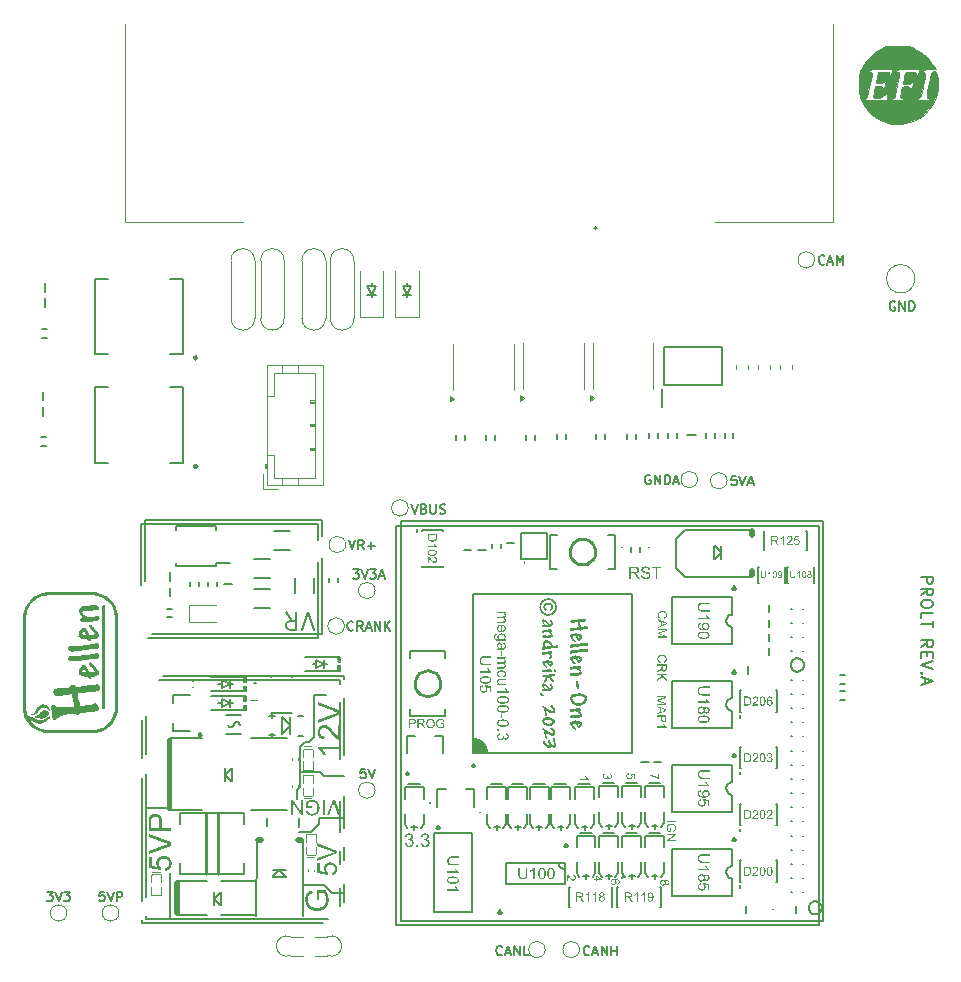
<source format=gto>
G75*
G70*
%OFA0B0*%
%FSLAX25Y25*%
%IPPOS*%
%LPD*%
%AMOC8*
5,1,8,0,0,1.08239X$1,22.5*
%
%ADD10C,0.00787*%
%ADD101C,0.01575*%
%ADD132C,0.00300*%
%ADD133C,0.01000*%
%ADD134C,0.00500*%
%ADD49C,0.00591*%
%ADD52C,0.00472*%
%ADD55C,0.00800*%
%ADD56C,0.00984*%
%ADD57C,0.00669*%
%ADD58C,0.00394*%
%ADD59C,0.00390*%
%ADD60C,0.00010*%
%ADD61C,0.00000*%
%ADD66C,0.01968*%
X0000000Y0000000D02*
%LPD*%
G01*
D49*
X0115405Y0133093D02*
X0117355Y0133093D01*
X0117355Y0133093D02*
X0116305Y0131893D01*
X0116305Y0131893D02*
X0116755Y0131893D01*
X0116755Y0131893D02*
X0117055Y0131743D01*
X0117055Y0131743D02*
X0117205Y0131593D01*
X0117205Y0131593D02*
X0117355Y0131294D01*
X0117355Y0131294D02*
X0117355Y0130544D01*
X0117355Y0130544D02*
X0117205Y0130244D01*
X0117205Y0130244D02*
X0117055Y0130094D01*
X0117055Y0130094D02*
X0116755Y0129944D01*
X0116755Y0129944D02*
X0115855Y0129944D01*
X0115855Y0129944D02*
X0115555Y0130094D01*
X0115555Y0130094D02*
X0115405Y0130244D01*
X0118255Y0133093D02*
X0119305Y0129944D01*
X0119305Y0129944D02*
X0120355Y0133093D01*
X0121105Y0133093D02*
X0123054Y0133093D01*
X0123054Y0133093D02*
X0122005Y0131893D01*
X0122005Y0131893D02*
X0122454Y0131893D01*
X0122454Y0131893D02*
X0122754Y0131743D01*
X0122754Y0131743D02*
X0122904Y0131593D01*
X0122904Y0131593D02*
X0123054Y0131294D01*
X0123054Y0131294D02*
X0123054Y0130544D01*
X0123054Y0130544D02*
X0122904Y0130244D01*
X0122904Y0130244D02*
X0122754Y0130094D01*
X0122754Y0130094D02*
X0122454Y0129944D01*
X0122454Y0129944D02*
X0121555Y0129944D01*
X0121555Y0129944D02*
X0121255Y0130094D01*
X0121255Y0130094D02*
X0121105Y0130244D01*
X0124254Y0130844D02*
X0125754Y0130844D01*
X0123954Y0129944D02*
X0125004Y0133093D01*
X0125004Y0133093D02*
X0126054Y0129944D01*
X0194277Y0004653D02*
X0194127Y0004503D01*
X0194127Y0004503D02*
X0193677Y0004353D01*
X0193677Y0004353D02*
X0193377Y0004353D01*
X0193377Y0004353D02*
X0192927Y0004503D01*
X0192927Y0004503D02*
X0192627Y0004803D01*
X0192627Y0004803D02*
X0192477Y0005103D01*
X0192477Y0005103D02*
X0192327Y0005703D01*
X0192327Y0005703D02*
X0192327Y0006153D01*
X0192327Y0006153D02*
X0192477Y0006753D01*
X0192477Y0006753D02*
X0192627Y0007053D01*
X0192627Y0007053D02*
X0192927Y0007353D01*
X0192927Y0007353D02*
X0193377Y0007503D01*
X0193377Y0007503D02*
X0193677Y0007503D01*
X0193677Y0007503D02*
X0194127Y0007353D01*
X0194127Y0007353D02*
X0194277Y0007203D01*
X0195477Y0005253D02*
X0196976Y0005253D01*
X0195177Y0004353D02*
X0196226Y0007503D01*
X0196226Y0007503D02*
X0197276Y0004353D01*
X0198326Y0004353D02*
X0198326Y0007503D01*
X0198326Y0007503D02*
X0200126Y0004353D01*
X0200126Y0004353D02*
X0200126Y0007503D01*
X0201626Y0004353D02*
X0201626Y0007503D01*
X0201626Y0006003D02*
X0203426Y0006003D01*
X0203426Y0004353D02*
X0203426Y0007503D01*
X0032559Y0025613D02*
X0031060Y0025613D01*
X0031060Y0025613D02*
X0030910Y0024113D01*
X0030910Y0024113D02*
X0031060Y0024263D01*
X0031060Y0024263D02*
X0031360Y0024413D01*
X0031360Y0024413D02*
X0032110Y0024413D01*
X0032110Y0024413D02*
X0032409Y0024263D01*
X0032409Y0024263D02*
X0032559Y0024113D01*
X0032559Y0024113D02*
X0032709Y0023813D01*
X0032709Y0023813D02*
X0032709Y0023063D01*
X0032709Y0023063D02*
X0032559Y0022763D01*
X0032559Y0022763D02*
X0032409Y0022613D01*
X0032409Y0022613D02*
X0032110Y0022463D01*
X0032110Y0022463D02*
X0031360Y0022463D01*
X0031360Y0022463D02*
X0031060Y0022613D01*
X0031060Y0022613D02*
X0030910Y0022763D01*
X0033609Y0025613D02*
X0034659Y0022463D01*
X0034659Y0022463D02*
X0035709Y0025613D01*
X0036759Y0022463D02*
X0036759Y0025613D01*
X0036759Y0025613D02*
X0037959Y0025613D01*
X0037959Y0025613D02*
X0038259Y0025463D01*
X0038259Y0025463D02*
X0038409Y0025313D01*
X0038409Y0025313D02*
X0038559Y0025013D01*
X0038559Y0025013D02*
X0038559Y0024563D01*
X0038559Y0024563D02*
X0038409Y0024263D01*
X0038409Y0024263D02*
X0038259Y0024113D01*
X0038259Y0024113D02*
X0037959Y0023963D01*
X0037959Y0023963D02*
X0036759Y0023963D01*
X0296095Y0222313D02*
X0295795Y0222463D01*
X0295795Y0222463D02*
X0295345Y0222463D01*
X0295345Y0222463D02*
X0294895Y0222313D01*
X0294895Y0222313D02*
X0294595Y0222013D01*
X0294595Y0222013D02*
X0294445Y0221713D01*
X0294445Y0221713D02*
X0294295Y0221114D01*
X0294295Y0221114D02*
X0294295Y0220664D01*
X0294295Y0220664D02*
X0294445Y0220064D01*
X0294445Y0220064D02*
X0294595Y0219764D01*
X0294595Y0219764D02*
X0294895Y0219464D01*
X0294895Y0219464D02*
X0295345Y0219314D01*
X0295345Y0219314D02*
X0295645Y0219314D01*
X0295645Y0219314D02*
X0296095Y0219464D01*
X0296095Y0219464D02*
X0296245Y0219614D01*
X0296245Y0219614D02*
X0296245Y0220664D01*
X0296245Y0220664D02*
X0295645Y0220664D01*
X0297595Y0219314D02*
X0297595Y0222463D01*
X0297595Y0222463D02*
X0299395Y0219314D01*
X0299395Y0219314D02*
X0299395Y0222463D01*
X0300895Y0219314D02*
X0300895Y0222463D01*
X0300895Y0222463D02*
X0301645Y0222463D01*
X0301645Y0222463D02*
X0302095Y0222313D01*
X0302095Y0222313D02*
X0302394Y0222013D01*
X0302394Y0222013D02*
X0302544Y0221713D01*
X0302544Y0221713D02*
X0302694Y0221114D01*
X0302694Y0221114D02*
X0302694Y0220664D01*
X0302694Y0220664D02*
X0302544Y0220064D01*
X0302544Y0220064D02*
X0302394Y0219764D01*
X0302394Y0219764D02*
X0302095Y0219464D01*
X0302095Y0219464D02*
X0301645Y0219314D01*
X0301645Y0219314D02*
X0300895Y0219314D01*
X0243189Y0164196D02*
X0241690Y0164196D01*
X0241690Y0164196D02*
X0241540Y0162696D01*
X0241540Y0162696D02*
X0241690Y0162846D01*
X0241690Y0162846D02*
X0241990Y0162996D01*
X0241990Y0162996D02*
X0242739Y0162996D01*
X0242739Y0162996D02*
X0243039Y0162846D01*
X0243039Y0162846D02*
X0243189Y0162696D01*
X0243189Y0162696D02*
X0243339Y0162396D01*
X0243339Y0162396D02*
X0243339Y0161646D01*
X0243339Y0161646D02*
X0243189Y0161346D01*
X0243189Y0161346D02*
X0243039Y0161196D01*
X0243039Y0161196D02*
X0242739Y0161046D01*
X0242739Y0161046D02*
X0241990Y0161046D01*
X0241990Y0161046D02*
X0241690Y0161196D01*
X0241690Y0161196D02*
X0241540Y0161346D01*
X0244239Y0164196D02*
X0245289Y0161046D01*
X0245289Y0161046D02*
X0246339Y0164196D01*
X0247239Y0161946D02*
X0248739Y0161946D01*
X0246939Y0161046D02*
X0247989Y0164196D01*
X0247989Y0164196D02*
X0249039Y0161046D01*
X0304843Y0130564D02*
X0308780Y0130564D01*
X0308780Y0130564D02*
X0308780Y0129064D01*
X0308780Y0129064D02*
X0308593Y0128689D01*
X0308593Y0128689D02*
X0308405Y0128502D01*
X0308405Y0128502D02*
X0308030Y0128314D01*
X0308030Y0128314D02*
X0307468Y0128314D01*
X0307468Y0128314D02*
X0307093Y0128502D01*
X0307093Y0128502D02*
X0306905Y0128689D01*
X0306905Y0128689D02*
X0306718Y0129064D01*
X0306718Y0129064D02*
X0306718Y0130564D01*
X0304843Y0124377D02*
X0306718Y0125689D01*
X0304843Y0126627D02*
X0308780Y0126627D01*
X0308780Y0126627D02*
X0308780Y0125127D01*
X0308780Y0125127D02*
X0308593Y0124752D01*
X0308593Y0124752D02*
X0308405Y0124565D01*
X0308405Y0124565D02*
X0308030Y0124377D01*
X0308030Y0124377D02*
X0307468Y0124377D01*
X0307468Y0124377D02*
X0307093Y0124565D01*
X0307093Y0124565D02*
X0306905Y0124752D01*
X0306905Y0124752D02*
X0306718Y0125127D01*
X0306718Y0125127D02*
X0306718Y0126627D01*
X0308780Y0121940D02*
X0308780Y0121190D01*
X0308780Y0121190D02*
X0308593Y0120815D01*
X0308593Y0120815D02*
X0308218Y0120440D01*
X0308218Y0120440D02*
X0307468Y0120253D01*
X0307468Y0120253D02*
X0306156Y0120253D01*
X0306156Y0120253D02*
X0305406Y0120440D01*
X0305406Y0120440D02*
X0305031Y0120815D01*
X0305031Y0120815D02*
X0304843Y0121190D01*
X0304843Y0121190D02*
X0304843Y0121940D01*
X0304843Y0121940D02*
X0305031Y0122315D01*
X0305031Y0122315D02*
X0305406Y0122690D01*
X0305406Y0122690D02*
X0306156Y0122877D01*
X0306156Y0122877D02*
X0307468Y0122877D01*
X0307468Y0122877D02*
X0308218Y0122690D01*
X0308218Y0122690D02*
X0308593Y0122315D01*
X0308593Y0122315D02*
X0308780Y0121940D01*
X0304843Y0116691D02*
X0304843Y0118565D01*
X0304843Y0118565D02*
X0308780Y0118565D01*
X0308780Y0115941D02*
X0308780Y0113691D01*
X0304843Y0114816D02*
X0308780Y0114816D01*
X0304843Y0107129D02*
X0306718Y0108442D01*
X0304843Y0109379D02*
X0308780Y0109379D01*
X0308780Y0109379D02*
X0308780Y0107879D01*
X0308780Y0107879D02*
X0308593Y0107504D01*
X0308593Y0107504D02*
X0308405Y0107317D01*
X0308405Y0107317D02*
X0308030Y0107129D01*
X0308030Y0107129D02*
X0307468Y0107129D01*
X0307468Y0107129D02*
X0307093Y0107317D01*
X0307093Y0107317D02*
X0306905Y0107504D01*
X0306905Y0107504D02*
X0306718Y0107879D01*
X0306718Y0107879D02*
X0306718Y0109379D01*
X0306905Y0105442D02*
X0306905Y0104130D01*
X0304843Y0103567D02*
X0304843Y0105442D01*
X0304843Y0105442D02*
X0308780Y0105442D01*
X0308780Y0105442D02*
X0308780Y0103567D01*
X0308780Y0102442D02*
X0304843Y0101130D01*
X0304843Y0101130D02*
X0308780Y0099818D01*
X0305218Y0098505D02*
X0305031Y0098318D01*
X0305031Y0098318D02*
X0304843Y0098505D01*
X0304843Y0098505D02*
X0305031Y0098693D01*
X0305031Y0098693D02*
X0305218Y0098505D01*
X0305218Y0098505D02*
X0304843Y0098505D01*
X0305968Y0096818D02*
X0305968Y0094943D01*
X0304843Y0097193D02*
X0308780Y0095881D01*
X0308780Y0095881D02*
X0304843Y0094568D01*
X0272623Y0234968D02*
X0272473Y0234818D01*
X0272473Y0234818D02*
X0272023Y0234668D01*
X0272023Y0234668D02*
X0271723Y0234668D01*
X0271723Y0234668D02*
X0271273Y0234818D01*
X0271273Y0234818D02*
X0270973Y0235118D01*
X0270973Y0235118D02*
X0270823Y0235418D01*
X0270823Y0235418D02*
X0270673Y0236018D01*
X0270673Y0236018D02*
X0270673Y0236468D01*
X0270673Y0236468D02*
X0270823Y0237068D01*
X0270823Y0237068D02*
X0270973Y0237368D01*
X0270973Y0237368D02*
X0271273Y0237668D01*
X0271273Y0237668D02*
X0271723Y0237818D01*
X0271723Y0237818D02*
X0272023Y0237818D01*
X0272023Y0237818D02*
X0272473Y0237668D01*
X0272473Y0237668D02*
X0272623Y0237518D01*
X0273823Y0235568D02*
X0275323Y0235568D01*
X0273523Y0234668D02*
X0274573Y0237818D01*
X0274573Y0237818D02*
X0275623Y0234668D01*
X0276673Y0234668D02*
X0276673Y0237818D01*
X0276673Y0237818D02*
X0277723Y0235568D01*
X0277723Y0235568D02*
X0278772Y0237818D01*
X0278772Y0237818D02*
X0278772Y0234668D01*
X0115537Y0112921D02*
X0115387Y0112771D01*
X0115387Y0112771D02*
X0114937Y0112621D01*
X0114937Y0112621D02*
X0114637Y0112621D01*
X0114637Y0112621D02*
X0114187Y0112771D01*
X0114187Y0112771D02*
X0113887Y0113071D01*
X0113887Y0113071D02*
X0113737Y0113371D01*
X0113737Y0113371D02*
X0113587Y0113971D01*
X0113587Y0113971D02*
X0113587Y0114421D01*
X0113587Y0114421D02*
X0113737Y0115021D01*
X0113737Y0115021D02*
X0113887Y0115321D01*
X0113887Y0115321D02*
X0114187Y0115620D01*
X0114187Y0115620D02*
X0114637Y0115770D01*
X0114637Y0115770D02*
X0114937Y0115770D01*
X0114937Y0115770D02*
X0115387Y0115620D01*
X0115387Y0115620D02*
X0115537Y0115470D01*
X0118686Y0112621D02*
X0117636Y0114121D01*
X0116886Y0112621D02*
X0116886Y0115770D01*
X0116886Y0115770D02*
X0118086Y0115770D01*
X0118086Y0115770D02*
X0118386Y0115620D01*
X0118386Y0115620D02*
X0118536Y0115470D01*
X0118536Y0115470D02*
X0118686Y0115171D01*
X0118686Y0115171D02*
X0118686Y0114721D01*
X0118686Y0114721D02*
X0118536Y0114421D01*
X0118536Y0114421D02*
X0118386Y0114271D01*
X0118386Y0114271D02*
X0118086Y0114121D01*
X0118086Y0114121D02*
X0116886Y0114121D01*
X0119886Y0113521D02*
X0121386Y0113521D01*
X0119586Y0112621D02*
X0120636Y0115770D01*
X0120636Y0115770D02*
X0121686Y0112621D01*
X0122736Y0112621D02*
X0122736Y0115770D01*
X0122736Y0115770D02*
X0124535Y0112621D01*
X0124535Y0112621D02*
X0124535Y0115770D01*
X0126035Y0112621D02*
X0126035Y0115770D01*
X0127835Y0112621D02*
X0126485Y0114421D01*
X0127835Y0115770D02*
X0126035Y0113971D01*
X0114074Y0142936D02*
X0115124Y0139786D01*
X0115124Y0139786D02*
X0116174Y0142936D01*
X0119024Y0139786D02*
X0117974Y0141286D01*
X0117224Y0139786D02*
X0117224Y0142936D01*
X0117224Y0142936D02*
X0118424Y0142936D01*
X0118424Y0142936D02*
X0118724Y0142786D01*
X0118724Y0142786D02*
X0118874Y0142636D01*
X0118874Y0142636D02*
X0119024Y0142336D01*
X0119024Y0142336D02*
X0119024Y0141886D01*
X0119024Y0141886D02*
X0118874Y0141586D01*
X0118874Y0141586D02*
X0118724Y0141436D01*
X0118724Y0141436D02*
X0118424Y0141286D01*
X0118424Y0141286D02*
X0117224Y0141286D01*
X0120373Y0140986D02*
X0122773Y0140986D01*
X0121573Y0139786D02*
X0121573Y0142186D01*
X0013437Y0025613D02*
X0015387Y0025613D01*
X0015387Y0025613D02*
X0014337Y0024413D01*
X0014337Y0024413D02*
X0014787Y0024413D01*
X0014787Y0024413D02*
X0015087Y0024263D01*
X0015087Y0024263D02*
X0015237Y0024113D01*
X0015237Y0024113D02*
X0015387Y0023813D01*
X0015387Y0023813D02*
X0015387Y0023063D01*
X0015387Y0023063D02*
X0015237Y0022763D01*
X0015237Y0022763D02*
X0015087Y0022613D01*
X0015087Y0022613D02*
X0014787Y0022463D01*
X0014787Y0022463D02*
X0013887Y0022463D01*
X0013887Y0022463D02*
X0013587Y0022613D01*
X0013587Y0022613D02*
X0013437Y0022763D01*
X0016286Y0025613D02*
X0017336Y0022463D01*
X0017336Y0022463D02*
X0018386Y0025613D01*
X0019136Y0025613D02*
X0021086Y0025613D01*
X0021086Y0025613D02*
X0020036Y0024413D01*
X0020036Y0024413D02*
X0020486Y0024413D01*
X0020486Y0024413D02*
X0020786Y0024263D01*
X0020786Y0024263D02*
X0020936Y0024113D01*
X0020936Y0024113D02*
X0021086Y0023813D01*
X0021086Y0023813D02*
X0021086Y0023063D01*
X0021086Y0023063D02*
X0020936Y0022763D01*
X0020936Y0022763D02*
X0020786Y0022613D01*
X0020786Y0022613D02*
X0020486Y0022463D01*
X0020486Y0022463D02*
X0019586Y0022463D01*
X0019586Y0022463D02*
X0019286Y0022613D01*
X0019286Y0022613D02*
X0019136Y0022763D01*
X0214599Y0164439D02*
X0214299Y0164589D01*
X0214299Y0164589D02*
X0213849Y0164589D01*
X0213849Y0164589D02*
X0213399Y0164439D01*
X0213399Y0164439D02*
X0213099Y0164139D01*
X0213099Y0164139D02*
X0212949Y0163839D01*
X0212949Y0163839D02*
X0212799Y0163240D01*
X0212799Y0163240D02*
X0212799Y0162790D01*
X0212799Y0162790D02*
X0212949Y0162190D01*
X0212949Y0162190D02*
X0213099Y0161890D01*
X0213099Y0161890D02*
X0213399Y0161590D01*
X0213399Y0161590D02*
X0213849Y0161440D01*
X0213849Y0161440D02*
X0214149Y0161440D01*
X0214149Y0161440D02*
X0214599Y0161590D01*
X0214599Y0161590D02*
X0214749Y0161740D01*
X0214749Y0161740D02*
X0214749Y0162790D01*
X0214749Y0162790D02*
X0214149Y0162790D01*
X0216099Y0161440D02*
X0216099Y0164589D01*
X0216099Y0164589D02*
X0217899Y0161440D01*
X0217899Y0161440D02*
X0217899Y0164589D01*
X0219399Y0161440D02*
X0219399Y0164589D01*
X0219399Y0164589D02*
X0220149Y0164589D01*
X0220149Y0164589D02*
X0220598Y0164439D01*
X0220598Y0164439D02*
X0220898Y0164139D01*
X0220898Y0164139D02*
X0221048Y0163839D01*
X0221048Y0163839D02*
X0221198Y0163240D01*
X0221198Y0163240D02*
X0221198Y0162790D01*
X0221198Y0162790D02*
X0221048Y0162190D01*
X0221048Y0162190D02*
X0220898Y0161890D01*
X0220898Y0161890D02*
X0220598Y0161590D01*
X0220598Y0161590D02*
X0220149Y0161440D01*
X0220149Y0161440D02*
X0219399Y0161440D01*
X0222398Y0162340D02*
X0223898Y0162340D01*
X0222098Y0161440D02*
X0223148Y0164589D01*
X0223148Y0164589D02*
X0224198Y0161440D01*
X0134940Y0154747D02*
X0135990Y0151597D01*
X0135990Y0151597D02*
X0137040Y0154747D01*
X0139140Y0153247D02*
X0139590Y0153097D01*
X0139590Y0153097D02*
X0139740Y0152947D01*
X0139740Y0152947D02*
X0139890Y0152647D01*
X0139890Y0152647D02*
X0139890Y0152197D01*
X0139890Y0152197D02*
X0139740Y0151897D01*
X0139740Y0151897D02*
X0139590Y0151747D01*
X0139590Y0151747D02*
X0139290Y0151597D01*
X0139290Y0151597D02*
X0138090Y0151597D01*
X0138090Y0151597D02*
X0138090Y0154747D01*
X0138090Y0154747D02*
X0139140Y0154747D01*
X0139140Y0154747D02*
X0139440Y0154597D01*
X0139440Y0154597D02*
X0139590Y0154447D01*
X0139590Y0154447D02*
X0139740Y0154147D01*
X0139740Y0154147D02*
X0139740Y0153847D01*
X0139740Y0153847D02*
X0139590Y0153547D01*
X0139590Y0153547D02*
X0139440Y0153397D01*
X0139440Y0153397D02*
X0139140Y0153247D01*
X0139140Y0153247D02*
X0138090Y0153247D01*
X0141240Y0154747D02*
X0141240Y0152197D01*
X0141240Y0152197D02*
X0141390Y0151897D01*
X0141390Y0151897D02*
X0141540Y0151747D01*
X0141540Y0151747D02*
X0141840Y0151597D01*
X0141840Y0151597D02*
X0142439Y0151597D01*
X0142439Y0151597D02*
X0142739Y0151747D01*
X0142739Y0151747D02*
X0142889Y0151897D01*
X0142889Y0151897D02*
X0143039Y0152197D01*
X0143039Y0152197D02*
X0143039Y0154747D01*
X0144389Y0151747D02*
X0144839Y0151597D01*
X0144839Y0151597D02*
X0145589Y0151597D01*
X0145589Y0151597D02*
X0145889Y0151747D01*
X0145889Y0151747D02*
X0146039Y0151897D01*
X0146039Y0151897D02*
X0146189Y0152197D01*
X0146189Y0152197D02*
X0146189Y0152497D01*
X0146189Y0152497D02*
X0146039Y0152797D01*
X0146039Y0152797D02*
X0145889Y0152947D01*
X0145889Y0152947D02*
X0145589Y0153097D01*
X0145589Y0153097D02*
X0144989Y0153247D01*
X0144989Y0153247D02*
X0144689Y0153397D01*
X0144689Y0153397D02*
X0144539Y0153547D01*
X0144539Y0153547D02*
X0144389Y0153847D01*
X0144389Y0153847D02*
X0144389Y0154147D01*
X0144389Y0154147D02*
X0144539Y0154447D01*
X0144539Y0154447D02*
X0144689Y0154597D01*
X0144689Y0154597D02*
X0144989Y0154747D01*
X0144989Y0154747D02*
X0145739Y0154747D01*
X0145739Y0154747D02*
X0146189Y0154597D01*
X0165143Y0004653D02*
X0164993Y0004503D01*
X0164993Y0004503D02*
X0164543Y0004353D01*
X0164543Y0004353D02*
X0164243Y0004353D01*
X0164243Y0004353D02*
X0163793Y0004503D01*
X0163793Y0004503D02*
X0163493Y0004803D01*
X0163493Y0004803D02*
X0163343Y0005103D01*
X0163343Y0005103D02*
X0163193Y0005703D01*
X0163193Y0005703D02*
X0163193Y0006153D01*
X0163193Y0006153D02*
X0163343Y0006753D01*
X0163343Y0006753D02*
X0163493Y0007053D01*
X0163493Y0007053D02*
X0163793Y0007353D01*
X0163793Y0007353D02*
X0164243Y0007503D01*
X0164243Y0007503D02*
X0164543Y0007503D01*
X0164543Y0007503D02*
X0164993Y0007353D01*
X0164993Y0007353D02*
X0165143Y0007203D01*
X0166343Y0005253D02*
X0167843Y0005253D01*
X0166043Y0004353D02*
X0167093Y0007503D01*
X0167093Y0007503D02*
X0168142Y0004353D01*
X0169192Y0004353D02*
X0169192Y0007503D01*
X0169192Y0007503D02*
X0170992Y0004353D01*
X0170992Y0004353D02*
X0170992Y0007503D01*
X0173992Y0004353D02*
X0172492Y0004353D01*
X0172492Y0004353D02*
X0172492Y0007503D01*
X0119567Y0066558D02*
X0118068Y0066558D01*
X0118068Y0066558D02*
X0117918Y0065058D01*
X0117918Y0065058D02*
X0118068Y0065208D01*
X0118068Y0065208D02*
X0118367Y0065358D01*
X0118367Y0065358D02*
X0119117Y0065358D01*
X0119117Y0065358D02*
X0119417Y0065208D01*
X0119417Y0065208D02*
X0119567Y0065058D01*
X0119567Y0065058D02*
X0119717Y0064758D01*
X0119717Y0064758D02*
X0119717Y0064008D01*
X0119717Y0064008D02*
X0119567Y0063708D01*
X0119567Y0063708D02*
X0119417Y0063558D01*
X0119417Y0063558D02*
X0119117Y0063408D01*
X0119117Y0063408D02*
X0118367Y0063408D01*
X0118367Y0063408D02*
X0118068Y0063558D01*
X0118068Y0063558D02*
X0117918Y0063708D01*
X0120617Y0066558D02*
X0121667Y0063408D01*
X0121667Y0063408D02*
X0122717Y0066558D01*
D55*
X0149862Y0176273D02*
X0149862Y0177848D01*
X0152799Y0176269D02*
X0152799Y0177844D01*
D52*
X0112992Y0141339D02*
G75*
G02*
X0107480Y0141339I-002756J0000000D01*
G01*
X0107480Y0141339D02*
G75*
G02*
X0112992Y0141339I0002756J0000000D01*
G01*
D10*
X0226831Y0177756D02*
X0229783Y0177756D01*
X0012244Y0192323D02*
X0012244Y0189370D01*
D55*
X0279528Y0089468D02*
X0277953Y0089469D01*
X0279532Y0092405D02*
X0277957Y0092405D01*
D52*
X0107874Y0235827D02*
X0107874Y0216732D01*
X0115748Y0235827D02*
X0115748Y0216732D01*
X0107874Y0236024D02*
G75*
G02*
X0115748Y0236024I0003937J0000000D01*
G01*
X0115748Y0216732D02*
G75*
G02*
X0107874Y0216732I-003937J0000000D01*
G01*
X0020079Y0018504D02*
G75*
G02*
X0014567Y0018504I-002756J0000000D01*
G01*
X0014567Y0018504D02*
G75*
G02*
X0020079Y0018504I0002756J0000000D01*
G01*
X0195433Y0200787D02*
X0195433Y0208465D01*
X0195433Y0200787D02*
X0195433Y0193110D01*
X0215591Y0200787D02*
X0215591Y0208465D01*
X0215591Y0200787D02*
X0215591Y0193110D01*
X0195807Y0190157D02*
X0194508Y0189213D01*
X0194508Y0191102D01*
X0195807Y0190157D01*
G36*
X0195807Y0190157D02*
G01*
X0194508Y0189213D01*
X0194508Y0191102D01*
X0195807Y0190157D01*
G37*
D10*
X0218583Y0187205D02*
X0218583Y0193209D01*
X0219094Y0207185D02*
X0238386Y0207185D01*
X0219094Y0194587D02*
X0219094Y0207185D01*
X0238386Y0207185D02*
X0238386Y0194587D01*
X0238386Y0194587D02*
X0219094Y0194587D01*
D55*
X0012992Y0174114D02*
X0011417Y0174114D01*
X0012996Y0177051D02*
X0011421Y0177051D01*
D10*
X0012638Y0228543D02*
X0012638Y0225591D01*
D55*
X0277949Y0094997D02*
X0279523Y0094997D01*
X0277953Y0097933D02*
X0279528Y0097933D01*
D52*
X0037402Y0018504D02*
G75*
G02*
X0031890Y0018504I-002756J0000000D01*
G01*
X0031890Y0018504D02*
G75*
G02*
X0037402Y0018504I0002756J0000000D01*
G01*
D10*
X0029331Y0193701D02*
X0033858Y0193701D01*
X0029331Y0168504D02*
X0029331Y0193701D01*
X0033858Y0168504D02*
X0029331Y0168504D01*
X0054331Y0193701D02*
X0058858Y0193701D01*
X0058858Y0193701D02*
X0058858Y0168504D01*
X0058858Y0168504D02*
X0054331Y0168504D01*
D56*
X0063484Y0167323D02*
G75*
G02*
X0062500Y0167323I-000492J0000000D01*
G01*
X0062500Y0167323D02*
G75*
G02*
X0063484Y0167323I0000492J0000000D01*
G01*
D57*
X0103144Y0103002D02*
X0103144Y0100246D01*
X0103144Y0101624D02*
X0101963Y0101624D01*
X0105900Y0103002D02*
X0105900Y0100246D01*
X0105900Y0101624D02*
X0103144Y0103002D01*
X0105900Y0101624D02*
X0103144Y0100246D01*
X0106687Y0101624D02*
X0105900Y0101624D01*
D49*
X0110624Y0103789D02*
X0110628Y0102230D01*
X0110624Y0101018D02*
X0110624Y0099262D01*
X0111128Y0103888D02*
X0099600Y0103888D01*
X0111128Y0103888D02*
X0111128Y0102230D01*
X0111128Y0102624D02*
X0110624Y0102624D01*
X0111128Y0101018D02*
X0111128Y0099262D01*
X0111128Y0100624D02*
X0110628Y0100624D01*
X0111128Y0099262D02*
X0099600Y0099262D01*
D52*
X0230315Y0162992D02*
G75*
G02*
X0224803Y0162992I-002756J0000000D01*
G01*
X0224803Y0162992D02*
G75*
G02*
X0230315Y0162992I0002756J0000000D01*
G01*
D10*
X0012244Y0187205D02*
X0012244Y0184252D01*
D55*
X0107579Y0128740D02*
X0107579Y0130315D01*
X0110515Y0128736D02*
X0110515Y0130311D01*
D52*
X0085591Y0164921D02*
X0085591Y0160000D01*
X0085591Y0160000D02*
X0090512Y0160000D01*
X0085984Y0168110D02*
X0085984Y0166929D01*
X0085984Y0166929D02*
X0086772Y0166929D01*
X0086378Y0168110D02*
X0086378Y0166929D01*
X0086772Y0201024D02*
X0086772Y0161181D01*
X0086772Y0171260D02*
X0089173Y0171260D01*
X0086772Y0168110D02*
X0085984Y0168110D01*
X0086772Y0161181D02*
X0105354Y0161181D01*
X0089173Y0198622D02*
X0089173Y0190945D01*
X0089173Y0190945D02*
X0086772Y0190945D01*
X0089173Y0171260D02*
X0089173Y0163583D01*
X0089173Y0163583D02*
X0102953Y0163583D01*
X0091929Y0201024D02*
X0091929Y0198622D01*
X0091929Y0161181D02*
X0091929Y0163583D01*
X0097047Y0201024D02*
X0097047Y0198622D01*
X0097047Y0161181D02*
X0097047Y0163583D01*
X0100984Y0189370D02*
X0102953Y0189370D01*
X0100984Y0188583D02*
X0100984Y0189370D01*
X0100984Y0181496D02*
X0102953Y0181496D01*
X0100984Y0180709D02*
X0100984Y0181496D01*
X0100984Y0173622D02*
X0102953Y0173622D01*
X0100984Y0172835D02*
X0100984Y0173622D01*
X0102953Y0198622D02*
X0089173Y0198622D01*
X0102953Y0188976D02*
X0100984Y0188976D01*
X0102953Y0188583D02*
X0100984Y0188583D01*
X0102953Y0181102D02*
X0100984Y0181102D01*
X0102953Y0180709D02*
X0100984Y0180709D01*
X0102953Y0173228D02*
X0100984Y0173228D01*
X0102953Y0172835D02*
X0100984Y0172835D01*
X0102953Y0163583D02*
X0102953Y0198622D01*
X0105354Y0201024D02*
X0086772Y0201024D01*
X0105354Y0161181D02*
X0105354Y0201024D01*
D10*
X0129921Y0014567D02*
X0129921Y0147638D01*
X0270866Y0147638D02*
X0129921Y0147638D01*
X0270866Y0014567D02*
X0129921Y0014567D01*
X0270866Y0014567D02*
X0270866Y0147638D01*
D55*
X0206791Y0176673D02*
X0206791Y0178248D01*
X0209728Y0176669D02*
X0209728Y0178244D01*
D52*
X0112598Y0114173D02*
G75*
G02*
X0107087Y0114173I-002756J0000000D01*
G01*
X0107087Y0114173D02*
G75*
G02*
X0112598Y0114173I0002756J0000000D01*
G01*
D55*
X0214272Y0176870D02*
X0214272Y0178445D01*
X0217208Y0176866D02*
X0217208Y0178441D01*
X0173248Y0176279D02*
X0173248Y0177854D01*
X0176184Y0176275D02*
X0176184Y0177850D01*
D52*
X0122835Y0125984D02*
G75*
G02*
X0117323Y0125984I-002756J0000000D01*
G01*
X0117323Y0125984D02*
G75*
G02*
X0122835Y0125984I0002756J0000000D01*
G01*
D58*
X0039370Y0248819D02*
X0078740Y0248819D01*
X0039496Y0314961D02*
X0039370Y0248819D01*
D10*
X0195866Y0246850D02*
X0195866Y0246850D01*
X0196653Y0246850D02*
X0196653Y0246850D01*
D58*
X0236220Y0248819D02*
X0275413Y0248819D01*
X0275413Y0248819D02*
X0275413Y0314961D01*
X0275413Y0341929D02*
D10*
X0195866Y0246850D02*
G75*
G02*
X0196653Y0246850I0000394J0000000D01*
G01*
X0196653Y0246850D02*
G75*
G02*
X0195866Y0246850I-000394J0000000D01*
G01*
X0029331Y0229921D02*
X0033858Y0229921D01*
X0029331Y0204724D02*
X0029331Y0229921D01*
X0033858Y0204724D02*
X0029331Y0204724D01*
X0054331Y0229921D02*
X0058858Y0229921D01*
X0058858Y0229921D02*
X0058858Y0204724D01*
X0058858Y0204724D02*
X0054331Y0204724D01*
D56*
X0063484Y0203543D02*
G75*
G02*
X0062500Y0203543I-000492J0000000D01*
G01*
X0062500Y0203543D02*
G75*
G02*
X0063484Y0203543I0000492J0000000D01*
G01*
D52*
X0190945Y0006299D02*
G75*
G02*
X0185433Y0006299I-002756J0000000D01*
G01*
X0185433Y0006299D02*
G75*
G02*
X0190945Y0006299I0002756J0000000D01*
G01*
X0179528Y0006299D02*
G75*
G02*
X0174016Y0006299I-002756J0000000D01*
G01*
X0174016Y0006299D02*
G75*
G02*
X0179528Y0006299I0002756J0000000D01*
G01*
X0269291Y0236220D02*
G75*
G02*
X0263779Y0236220I-002756J0000000D01*
G01*
X0263779Y0236220D02*
G75*
G02*
X0269291Y0236220I0002756J0000000D01*
G01*
X0250610Y0201182D02*
X0250610Y0199900D01*
X0254626Y0201182D02*
X0254626Y0199900D01*
X0148878Y0200591D02*
X0148878Y0208268D01*
X0148878Y0200591D02*
X0148878Y0192913D01*
X0169035Y0200591D02*
X0169035Y0208268D01*
X0169035Y0200591D02*
X0169035Y0192913D01*
X0149252Y0189961D02*
X0147953Y0189016D01*
X0147953Y0190905D01*
X0149252Y0189961D01*
G36*
X0149252Y0189961D02*
G01*
X0147953Y0189016D01*
X0147953Y0190905D01*
X0149252Y0189961D01*
G37*
X0084646Y0235827D02*
X0084646Y0216732D01*
X0092520Y0235827D02*
X0092520Y0216732D01*
X0084646Y0236024D02*
G75*
G02*
X0092520Y0236024I0003937J0000000D01*
G01*
X0092520Y0216732D02*
G75*
G02*
X0084646Y0216732I-003937J0000000D01*
G01*
X0240157Y0162598D02*
G75*
G02*
X0234646Y0162598I-002756J0000000D01*
G01*
X0234646Y0162598D02*
G75*
G02*
X0240157Y0162598I0002756J0000000D01*
G01*
D59*
X0094787Y0010630D02*
X0098787Y0010630D01*
X0098787Y0004331D02*
X0094787Y0004331D01*
X0102787Y0010630D02*
X0106787Y0010630D01*
X0106787Y0004331D02*
X0102787Y0004331D01*
D52*
X0094553Y0004317D02*
G75*
G02*
X0094587Y0010630I-001265J0003163D01*
G01*
X0106988Y0010630D02*
G75*
G02*
X0107004Y0004324I0001299J-003150D01*
G01*
D55*
X0013386Y0210335D02*
X0011811Y0210335D01*
X0013390Y0213271D02*
X0011815Y0213271D01*
D52*
X0122835Y0059449D02*
G75*
G02*
X0117323Y0059449I-002756J0000000D01*
G01*
X0117323Y0059449D02*
G75*
G02*
X0122835Y0059449I0002756J0000000D01*
G01*
X0117716Y0217126D02*
X0117716Y0232480D01*
X0117716Y0217126D02*
X0125591Y0217126D01*
D57*
X0121653Y0227362D02*
X0121653Y0228543D01*
X0121653Y0224606D02*
X0120276Y0227362D01*
X0121653Y0224606D02*
X0123031Y0227362D01*
X0121653Y0223819D02*
X0121653Y0224606D01*
X0123031Y0227362D02*
X0120276Y0227362D01*
X0123031Y0224606D02*
X0120276Y0224606D01*
D52*
X0125591Y0217126D02*
X0125591Y0232480D01*
X0074803Y0235827D02*
X0074803Y0216732D01*
X0082677Y0235827D02*
X0082677Y0216732D01*
X0074803Y0236024D02*
G75*
G02*
X0082677Y0236024I0003937J0000000D01*
G01*
X0082677Y0216732D02*
G75*
G02*
X0074803Y0216732I-003937J0000000D01*
G01*
X0133858Y0153543D02*
G75*
G02*
X0128346Y0153543I-002756J0000000D01*
G01*
X0128346Y0153543D02*
G75*
G02*
X0133858Y0153543I0002756J0000000D01*
G01*
X0129528Y0217126D02*
X0129528Y0232480D01*
X0129528Y0217126D02*
X0137402Y0217126D01*
D57*
X0133465Y0227362D02*
X0133465Y0228543D01*
X0133465Y0224606D02*
X0132087Y0227362D01*
X0133465Y0224606D02*
X0134842Y0227362D01*
X0133465Y0223819D02*
X0133465Y0224606D01*
X0134842Y0227362D02*
X0132087Y0227362D01*
X0134842Y0224606D02*
X0132087Y0224606D01*
D52*
X0137402Y0217126D02*
X0137402Y0232480D01*
X0172205Y0200787D02*
X0172205Y0208465D01*
X0172205Y0200787D02*
X0172205Y0193110D01*
X0192362Y0200787D02*
X0192362Y0208465D01*
X0192362Y0200787D02*
X0192362Y0193110D01*
X0172579Y0190157D02*
X0171279Y0189213D01*
X0171279Y0191102D01*
X0172579Y0190157D01*
G36*
X0172579Y0190157D02*
G01*
X0171279Y0189213D01*
X0171279Y0191102D01*
X0172579Y0190157D01*
G37*
X0257697Y0201231D02*
X0257697Y0199950D01*
X0261713Y0201231D02*
X0261713Y0199950D01*
D55*
X0239331Y0176968D02*
X0239331Y0178543D01*
X0242267Y0176964D02*
X0242267Y0178539D01*
X0233031Y0176968D02*
X0233032Y0178543D01*
X0235968Y0176964D02*
X0235968Y0178539D01*
X0183484Y0176673D02*
X0183484Y0178248D01*
X0186421Y0176669D02*
X0186421Y0178244D01*
D52*
X0098425Y0235827D02*
X0098425Y0216732D01*
X0106299Y0235827D02*
X0106299Y0216732D01*
X0098425Y0236024D02*
G75*
G02*
X0106299Y0236024I0003937J0000000D01*
G01*
X0106299Y0216732D02*
G75*
G02*
X0098425Y0216732I-003937J0000000D01*
G01*
D55*
X0196555Y0176673D02*
X0196555Y0178248D01*
X0199491Y0176669D02*
X0199491Y0178244D01*
D10*
X0012638Y0223425D02*
X0012638Y0220472D01*
D60*
X0298734Y0307638D02*
X0299924Y0307578D01*
X0300824Y0307438D01*
X0301644Y0307178D01*
X0302574Y0306758D01*
X0302914Y0306588D01*
X0305024Y0305258D01*
X0307004Y0303498D01*
X0308614Y0301508D01*
X0308884Y0301068D01*
X0309634Y0299818D01*
X0307634Y0299818D01*
X0306404Y0299768D01*
X0305704Y0299588D01*
X0305454Y0299328D01*
X0305514Y0298898D01*
X0305794Y0298828D01*
X0306154Y0298658D01*
X0306164Y0298058D01*
X0306134Y0297908D01*
X0305994Y0297188D01*
X0305784Y0296008D01*
X0305514Y0294558D01*
X0305364Y0293688D01*
X0305054Y0292108D01*
X0304784Y0291078D01*
X0304514Y0290488D01*
X0304214Y0290248D01*
X0304174Y0290238D01*
X0304124Y0290218D01*
X0303604Y0289998D01*
X0303634Y0289768D01*
X0304184Y0289588D01*
X0305194Y0289498D01*
X0305574Y0289488D01*
X0306644Y0289538D01*
X0307364Y0289668D01*
X0307574Y0289818D01*
X0307304Y0290118D01*
X0307074Y0290158D01*
X0306834Y0290178D01*
X0306684Y0290298D01*
X0306644Y0290618D01*
X0306704Y0291248D01*
X0306874Y0292278D01*
X0307174Y0293808D01*
X0307374Y0294808D01*
X0307784Y0296708D01*
X0308164Y0298008D01*
X0308484Y0298678D01*
X0308604Y0298768D01*
X0309184Y0299138D01*
X0309304Y0299278D01*
X0309554Y0299308D01*
X0309844Y0298788D01*
X0310134Y0297838D01*
X0310374Y0296588D01*
X0310444Y0296048D01*
X0310434Y0293308D01*
X0309824Y0290588D01*
X0308644Y0288018D01*
X0306954Y0285748D01*
X0306354Y0285128D01*
X0304334Y0283488D01*
X0302264Y0282398D01*
X0299954Y0281788D01*
X0297744Y0281598D01*
X0295404Y0281618D01*
X0293594Y0281888D01*
X0293084Y0282028D01*
X0290414Y0283218D01*
X0288104Y0284968D01*
X0286144Y0287278D01*
X0285004Y0289188D01*
X0284696Y0289818D01*
X0285744Y0289818D01*
X0285964Y0289668D01*
X0286814Y0289558D01*
X0288274Y0289498D01*
X0289554Y0289488D01*
X0293574Y0289488D01*
X0293574Y0289818D01*
X0294914Y0289818D01*
X0295214Y0289648D01*
X0296004Y0289528D01*
X0296914Y0289488D01*
X0297974Y0289538D01*
X0298694Y0289668D01*
X0298914Y0289818D01*
X0298634Y0290108D01*
X0298374Y0290158D01*
X0298054Y0290258D01*
X0297954Y0290678D01*
X0298044Y0291568D01*
X0298064Y0291698D01*
X0298244Y0292728D01*
X0298414Y0293508D01*
X0298474Y0293698D01*
X0298854Y0293978D01*
X0299544Y0294138D01*
X0300294Y0294138D01*
X0300814Y0293988D01*
X0300914Y0293818D01*
X0301074Y0293468D01*
X0301444Y0293538D01*
X0301834Y0293948D01*
X0302004Y0294408D01*
X0302084Y0295248D01*
X0301884Y0295488D01*
X0301504Y0295218D01*
X0300914Y0294948D01*
X0300034Y0294828D01*
X0299964Y0294818D01*
X0298824Y0294818D01*
X0299054Y0296558D01*
X0299214Y0297588D01*
X0299374Y0298338D01*
X0299444Y0298558D01*
X0299844Y0298698D01*
X0300704Y0298798D01*
X0301464Y0298818D01*
X0302524Y0298788D01*
X0303044Y0298668D01*
X0303154Y0298428D01*
X0303124Y0298328D01*
X0303164Y0297888D01*
X0303384Y0297818D01*
X0303744Y0298118D01*
X0303974Y0298808D01*
X0303984Y0298818D01*
X0304124Y0299818D01*
X0300354Y0299818D01*
X0298684Y0299808D01*
X0297574Y0299758D01*
X0296924Y0299658D01*
X0296634Y0299498D01*
X0296574Y0299318D01*
X0296844Y0298878D01*
X0297074Y0298818D01*
X0297304Y0298838D01*
X0297454Y0298808D01*
X0297514Y0298638D01*
X0297484Y0298228D01*
X0297344Y0297458D01*
X0297104Y0296248D01*
X0296744Y0294488D01*
X0296424Y0292928D01*
X0296164Y0291618D01*
X0295984Y0290698D01*
X0295914Y0290288D01*
X0295914Y0290278D01*
X0295634Y0290168D01*
X0295414Y0290158D01*
X0295124Y0290048D01*
X0294964Y0289978D01*
X0294914Y0289818D01*
X0293574Y0289818D01*
X0293574Y0290488D01*
X0293424Y0291288D01*
X0293074Y0291488D01*
X0292634Y0291238D01*
X0292574Y0291018D01*
X0292284Y0290748D01*
X0291554Y0290478D01*
X0290634Y0290268D01*
X0289744Y0290158D01*
X0289124Y0290208D01*
X0289014Y0290278D01*
X0288954Y0290678D01*
X0288984Y0291538D01*
X0289064Y0292308D01*
X0289294Y0294158D01*
X0290604Y0294158D01*
X0291424Y0294078D01*
X0291884Y0293868D01*
X0291914Y0293798D01*
X0292044Y0293468D01*
X0292344Y0293608D01*
X0292694Y0294078D01*
X0292944Y0294758D01*
X0292944Y0294768D01*
X0293014Y0295528D01*
X0292794Y0295818D01*
X0292704Y0295818D01*
X0292284Y0295628D01*
X0292244Y0295488D01*
X0291944Y0295278D01*
X0291214Y0295158D01*
X0290964Y0295158D01*
X0289694Y0295158D01*
X0290024Y0296988D01*
X0290354Y0298828D01*
X0292334Y0298818D01*
X0293444Y0298798D01*
X0294014Y0298688D01*
X0294154Y0298458D01*
X0294124Y0298318D01*
X0294164Y0297888D01*
X0294384Y0297818D01*
X0294744Y0298118D01*
X0294974Y0298808D01*
X0294984Y0298818D01*
X0295124Y0299818D01*
X0291354Y0299818D01*
X0289684Y0299808D01*
X0288574Y0299758D01*
X0287924Y0299658D01*
X0287634Y0299498D01*
X0287574Y0299318D01*
X0287844Y0298888D01*
X0288094Y0298818D01*
X0288474Y0298598D01*
X0288454Y0298238D01*
X0288324Y0297688D01*
X0288094Y0296638D01*
X0287814Y0295258D01*
X0287544Y0293908D01*
X0287144Y0292028D01*
X0286784Y0290788D01*
X0286484Y0290208D01*
X0286384Y0290158D01*
X0285834Y0289928D01*
X0285744Y0289818D01*
X0284696Y0289818D01*
X0284584Y0290048D01*
X0284314Y0290828D01*
X0284164Y0291698D01*
X0284094Y0292838D01*
X0284074Y0294448D01*
X0284074Y0294658D01*
X0284094Y0296328D01*
X0284154Y0297528D01*
X0284304Y0298438D01*
X0284564Y0299258D01*
X0284974Y0300168D01*
X0285034Y0300268D01*
X0286344Y0302348D01*
X0288124Y0304308D01*
X0290164Y0305928D01*
X0291434Y0306668D01*
X0292374Y0307098D01*
X0293184Y0307388D01*
X0294074Y0307548D01*
X0295214Y0307628D01*
X0296814Y0307648D01*
X0297084Y0307648D01*
X0298734Y0307638D01*
G36*
X0298734Y0307638D02*
G01*
X0299924Y0307578D01*
X0300824Y0307438D01*
X0301644Y0307178D01*
X0302574Y0306758D01*
X0302914Y0306588D01*
X0305024Y0305258D01*
X0307004Y0303498D01*
X0308614Y0301508D01*
X0308884Y0301068D01*
X0309634Y0299818D01*
X0307634Y0299818D01*
X0306404Y0299768D01*
X0305704Y0299588D01*
X0305454Y0299328D01*
X0305514Y0298898D01*
X0305794Y0298828D01*
X0306154Y0298658D01*
X0306164Y0298058D01*
X0306134Y0297908D01*
X0305994Y0297188D01*
X0305784Y0296008D01*
X0305514Y0294558D01*
X0305364Y0293688D01*
X0305054Y0292108D01*
X0304784Y0291078D01*
X0304514Y0290488D01*
X0304214Y0290248D01*
X0304174Y0290238D01*
X0304124Y0290218D01*
X0303604Y0289998D01*
X0303634Y0289768D01*
X0304184Y0289588D01*
X0305194Y0289498D01*
X0305574Y0289488D01*
X0306644Y0289538D01*
X0307364Y0289668D01*
X0307574Y0289818D01*
X0307304Y0290118D01*
X0307074Y0290158D01*
X0306834Y0290178D01*
X0306684Y0290298D01*
X0306644Y0290618D01*
X0306704Y0291248D01*
X0306874Y0292278D01*
X0307174Y0293808D01*
X0307374Y0294808D01*
X0307784Y0296708D01*
X0308164Y0298008D01*
X0308484Y0298678D01*
X0308604Y0298768D01*
X0309184Y0299138D01*
X0309304Y0299278D01*
X0309554Y0299308D01*
X0309844Y0298788D01*
X0310134Y0297838D01*
X0310374Y0296588D01*
X0310444Y0296048D01*
X0310434Y0293308D01*
X0309824Y0290588D01*
X0308644Y0288018D01*
X0306954Y0285748D01*
X0306354Y0285128D01*
X0304334Y0283488D01*
X0302264Y0282398D01*
X0299954Y0281788D01*
X0297744Y0281598D01*
X0295404Y0281618D01*
X0293594Y0281888D01*
X0293084Y0282028D01*
X0290414Y0283218D01*
X0288104Y0284968D01*
X0286144Y0287278D01*
X0285004Y0289188D01*
X0284696Y0289818D01*
X0285744Y0289818D01*
X0285964Y0289668D01*
X0286814Y0289558D01*
X0288274Y0289498D01*
X0289554Y0289488D01*
X0293574Y0289488D01*
X0293574Y0289818D01*
X0294914Y0289818D01*
X0295214Y0289648D01*
X0296004Y0289528D01*
X0296914Y0289488D01*
X0297974Y0289538D01*
X0298694Y0289668D01*
X0298914Y0289818D01*
X0298634Y0290108D01*
X0298374Y0290158D01*
X0298054Y0290258D01*
X0297954Y0290678D01*
X0298044Y0291568D01*
X0298064Y0291698D01*
X0298244Y0292728D01*
X0298414Y0293508D01*
X0298474Y0293698D01*
X0298854Y0293978D01*
X0299544Y0294138D01*
X0300294Y0294138D01*
X0300814Y0293988D01*
X0300914Y0293818D01*
X0301074Y0293468D01*
X0301444Y0293538D01*
X0301834Y0293948D01*
X0302004Y0294408D01*
X0302084Y0295248D01*
X0301884Y0295488D01*
X0301504Y0295218D01*
X0300914Y0294948D01*
X0300034Y0294828D01*
X0299964Y0294818D01*
X0298824Y0294818D01*
X0299054Y0296558D01*
X0299214Y0297588D01*
X0299374Y0298338D01*
X0299444Y0298558D01*
X0299844Y0298698D01*
X0300704Y0298798D01*
X0301464Y0298818D01*
X0302524Y0298788D01*
X0303044Y0298668D01*
X0303154Y0298428D01*
X0303124Y0298328D01*
X0303164Y0297888D01*
X0303384Y0297818D01*
X0303744Y0298118D01*
X0303974Y0298808D01*
X0303984Y0298818D01*
X0304124Y0299818D01*
X0300354Y0299818D01*
X0298684Y0299808D01*
X0297574Y0299758D01*
X0296924Y0299658D01*
X0296634Y0299498D01*
X0296574Y0299318D01*
X0296844Y0298878D01*
X0297074Y0298818D01*
X0297304Y0298838D01*
X0297454Y0298808D01*
X0297514Y0298638D01*
X0297484Y0298228D01*
X0297344Y0297458D01*
X0297104Y0296248D01*
X0296744Y0294488D01*
X0296424Y0292928D01*
X0296164Y0291618D01*
X0295984Y0290698D01*
X0295914Y0290288D01*
X0295914Y0290278D01*
X0295634Y0290168D01*
X0295414Y0290158D01*
X0295124Y0290048D01*
X0294964Y0289978D01*
X0294914Y0289818D01*
X0293574Y0289818D01*
X0293574Y0290488D01*
X0293424Y0291288D01*
X0293074Y0291488D01*
X0292634Y0291238D01*
X0292574Y0291018D01*
X0292284Y0290748D01*
X0291554Y0290478D01*
X0290634Y0290268D01*
X0289744Y0290158D01*
X0289124Y0290208D01*
X0289014Y0290278D01*
X0288954Y0290678D01*
X0288984Y0291538D01*
X0289064Y0292308D01*
X0289294Y0294158D01*
X0290604Y0294158D01*
X0291424Y0294078D01*
X0291884Y0293868D01*
X0291914Y0293798D01*
X0292044Y0293468D01*
X0292344Y0293608D01*
X0292694Y0294078D01*
X0292944Y0294758D01*
X0292944Y0294768D01*
X0293014Y0295528D01*
X0292794Y0295818D01*
X0292704Y0295818D01*
X0292284Y0295628D01*
X0292244Y0295488D01*
X0291944Y0295278D01*
X0291214Y0295158D01*
X0290964Y0295158D01*
X0289694Y0295158D01*
X0290024Y0296988D01*
X0290354Y0298828D01*
X0292334Y0298818D01*
X0293444Y0298798D01*
X0294014Y0298688D01*
X0294154Y0298458D01*
X0294124Y0298318D01*
X0294164Y0297888D01*
X0294384Y0297818D01*
X0294744Y0298118D01*
X0294974Y0298808D01*
X0294984Y0298818D01*
X0295124Y0299818D01*
X0291354Y0299818D01*
X0289684Y0299808D01*
X0288574Y0299758D01*
X0287924Y0299658D01*
X0287634Y0299498D01*
X0287574Y0299318D01*
X0287844Y0298888D01*
X0288094Y0298818D01*
X0288474Y0298598D01*
X0288454Y0298238D01*
X0288324Y0297688D01*
X0288094Y0296638D01*
X0287814Y0295258D01*
X0287544Y0293908D01*
X0287144Y0292028D01*
X0286784Y0290788D01*
X0286484Y0290208D01*
X0286384Y0290158D01*
X0285834Y0289928D01*
X0285744Y0289818D01*
X0284696Y0289818D01*
X0284584Y0290048D01*
X0284314Y0290828D01*
X0284164Y0291698D01*
X0284094Y0292838D01*
X0284074Y0294448D01*
X0284074Y0294658D01*
X0284094Y0296328D01*
X0284154Y0297528D01*
X0284304Y0298438D01*
X0284564Y0299258D01*
X0284974Y0300168D01*
X0285034Y0300268D01*
X0286344Y0302348D01*
X0288124Y0304308D01*
X0290164Y0305928D01*
X0291434Y0306668D01*
X0292374Y0307098D01*
X0293184Y0307388D01*
X0294074Y0307548D01*
X0295214Y0307628D01*
X0296814Y0307648D01*
X0297084Y0307648D01*
X0298734Y0307638D01*
G37*
D52*
X0243091Y0201231D02*
X0243091Y0199950D01*
X0247106Y0201231D02*
X0247106Y0199950D01*
D55*
X0220433Y0176968D02*
X0220433Y0178543D01*
X0223369Y0176964D02*
X0223369Y0178539D01*
D61*
G36*
X0012925Y0086173D02*
G01*
X0012971Y0086164D01*
X0013259Y0086085D01*
X0013526Y0085968D01*
X0013746Y0085827D01*
X0013838Y0085741D01*
X0013929Y0085634D01*
X0014030Y0085503D01*
X0014127Y0085370D01*
X0014202Y0085258D01*
X0014241Y0085189D01*
X0014244Y0085179D01*
X0014226Y0085126D01*
X0014185Y0085016D01*
X0014152Y0084933D01*
X0014047Y0084710D01*
X0013924Y0084521D01*
X0013759Y0084340D01*
X0013560Y0084160D01*
X0013195Y0083865D01*
X0012876Y0083638D01*
X0012593Y0083473D01*
X0012337Y0083364D01*
X0012284Y0083348D01*
X0012157Y0083311D01*
X0012050Y0083287D01*
X0011945Y0083275D01*
X0011820Y0083274D01*
X0011655Y0083284D01*
X0011432Y0083304D01*
X0011261Y0083321D01*
X0010969Y0083355D01*
X0010663Y0083399D01*
X0010377Y0083446D01*
X0010143Y0083493D01*
X0010104Y0083502D01*
X0009892Y0083556D01*
X0009746Y0083602D01*
X0009643Y0083651D01*
X0009561Y0083716D01*
X0009475Y0083806D01*
X0009475Y0083806D01*
X0009362Y0083940D01*
X0009313Y0084023D01*
X0009326Y0084065D01*
X0009398Y0084078D01*
X0009409Y0084078D01*
X0009608Y0084112D01*
X0009849Y0084204D01*
X0010117Y0084345D01*
X0010394Y0084524D01*
X0010667Y0084728D01*
X0010917Y0084948D01*
X0011130Y0085172D01*
X0011272Y0085361D01*
X0011438Y0085559D01*
X0011673Y0085755D01*
X0011952Y0085931D01*
X0012254Y0086074D01*
X0012353Y0086110D01*
X0012530Y0086166D01*
X0012659Y0086193D01*
X0012778Y0086194D01*
X0012925Y0086173D01*
G37*
G36*
X0032529Y0121221D02*
G01*
X0032648Y0121149D01*
X0032717Y0121085D01*
X0032873Y0120929D01*
X0032873Y0086769D01*
X0032717Y0086614D01*
X0032590Y0086507D01*
X0032468Y0086463D01*
X0032395Y0086458D01*
X0032177Y0086494D01*
X0032002Y0086596D01*
X0031910Y0086713D01*
X0031904Y0086770D01*
X0031898Y0086915D01*
X0031892Y0087143D01*
X0031887Y0087452D01*
X0031881Y0087836D01*
X0031876Y0088293D01*
X0031872Y0088817D01*
X0031867Y0089406D01*
X0031863Y0090056D01*
X0031859Y0090761D01*
X0031856Y0091520D01*
X0031852Y0092327D01*
X0031849Y0093179D01*
X0031847Y0094071D01*
X0031844Y0095001D01*
X0031842Y0095964D01*
X0031840Y0096956D01*
X0031838Y0097973D01*
X0031837Y0099012D01*
X0031836Y0100069D01*
X0031835Y0101139D01*
X0031834Y0102218D01*
X0031834Y0103304D01*
X0031834Y0104391D01*
X0031834Y0105477D01*
X0031835Y0106557D01*
X0031836Y0107627D01*
X0031837Y0108683D01*
X0031838Y0109722D01*
X0031840Y0110740D01*
X0031842Y0111732D01*
X0031844Y0112695D01*
X0031847Y0113624D01*
X0031849Y0114517D01*
X0031852Y0115369D01*
X0031856Y0116176D01*
X0031859Y0116935D01*
X0031863Y0117641D01*
X0031867Y0118290D01*
X0031872Y0118879D01*
X0031876Y0119404D01*
X0031881Y0119861D01*
X0031887Y0120246D01*
X0031892Y0120554D01*
X0031898Y0120783D01*
X0031904Y0120928D01*
X0031910Y0120986D01*
X0031910Y0120986D01*
X0032038Y0121131D01*
X0032224Y0121219D01*
X0032395Y0121241D01*
X0032529Y0121221D01*
G37*
G36*
X0012407Y0088062D02*
G01*
X0012889Y0087933D01*
X0013338Y0087720D01*
X0013572Y0087564D01*
X0013716Y0087436D01*
X0013883Y0087252D01*
X0014060Y0087033D01*
X0014228Y0086803D01*
X0014371Y0086582D01*
X0014473Y0086394D01*
X0014502Y0086323D01*
X0014561Y0086118D01*
X0014592Y0085943D01*
X0014590Y0085818D01*
X0014577Y0085784D01*
X0014534Y0085783D01*
X0014445Y0085844D01*
X0014305Y0085969D01*
X0014152Y0086119D01*
X0013961Y0086307D01*
X0013800Y0086445D01*
X0013641Y0086555D01*
X0013456Y0086657D01*
X0013331Y0086719D01*
X0013114Y0086819D01*
X0012945Y0086883D01*
X0012793Y0086921D01*
X0012625Y0086942D01*
X0012530Y0086949D01*
X0012194Y0086947D01*
X0011872Y0086906D01*
X0011586Y0086832D01*
X0011361Y0086728D01*
X0011323Y0086703D01*
X0011191Y0086578D01*
X0011063Y0086407D01*
X0011015Y0086323D01*
X0010913Y0086148D01*
X0010773Y0085935D01*
X0010609Y0085704D01*
X0010436Y0085473D01*
X0010269Y0085263D01*
X0010121Y0085091D01*
X0010007Y0084978D01*
X0010006Y0084977D01*
X0009646Y0084729D01*
X0009250Y0084555D01*
X0008836Y0084460D01*
X0008590Y0084444D01*
X0008417Y0084451D01*
X0008308Y0084477D01*
X0008234Y0084529D01*
X0008227Y0084536D01*
X0008182Y0084586D01*
X0008166Y0084621D01*
X0008192Y0084652D01*
X0008273Y0084693D01*
X0008421Y0084755D01*
X0008480Y0084779D01*
X0008684Y0084879D01*
X0008898Y0085007D01*
X0009031Y0085101D01*
X0009115Y0085170D01*
X0009186Y0085237D01*
X0009251Y0085314D01*
X0009317Y0085415D01*
X0009393Y0085552D01*
X0009486Y0085738D01*
X0009603Y0085984D01*
X0009709Y0086211D01*
X0009861Y0086531D01*
X0009983Y0086778D01*
X0010083Y0086966D01*
X0010167Y0087105D01*
X0010242Y0087208D01*
X0010315Y0087287D01*
X0010326Y0087297D01*
X0010676Y0087588D01*
X0011026Y0087820D01*
X0011365Y0087987D01*
X0011681Y0088083D01*
X0011897Y0088106D01*
X0012407Y0088062D01*
G37*
G36*
X0030419Y0105097D02*
G01*
X0030617Y0104995D01*
X0030755Y0104824D01*
X0030833Y0104583D01*
X0030854Y0104307D01*
X0030846Y0104124D01*
X0030831Y0103956D01*
X0030815Y0103862D01*
X0030730Y0103646D01*
X0030598Y0103475D01*
X0030527Y0103421D01*
X0030452Y0103397D01*
X0030298Y0103366D01*
X0030073Y0103329D01*
X0029789Y0103287D01*
X0029457Y0103241D01*
X0029087Y0103193D01*
X0028690Y0103145D01*
X0028276Y0103098D01*
X0027856Y0103052D01*
X0027440Y0103011D01*
X0027362Y0103003D01*
X0027105Y0102976D01*
X0026780Y0102936D01*
X0026413Y0102888D01*
X0026026Y0102835D01*
X0025642Y0102779D01*
X0025440Y0102748D01*
X0024742Y0102642D01*
X0024128Y0102552D01*
X0023591Y0102479D01*
X0023125Y0102422D01*
X0022724Y0102381D01*
X0022380Y0102354D01*
X0022088Y0102342D01*
X0021842Y0102343D01*
X0021635Y0102358D01*
X0021461Y0102386D01*
X0021398Y0102401D01*
X0021072Y0102517D01*
X0020826Y0102679D01*
X0020659Y0102888D01*
X0020570Y0103142D01*
X0020554Y0103337D01*
X0020586Y0103618D01*
X0020674Y0103854D01*
X0020813Y0104033D01*
X0020993Y0104140D01*
X0021009Y0104145D01*
X0021084Y0104152D01*
X0021236Y0104153D01*
X0021448Y0104149D01*
X0021706Y0104141D01*
X0021995Y0104127D01*
X0022084Y0104122D01*
X0022316Y0104110D01*
X0022516Y0104100D01*
X0022697Y0104094D01*
X0022867Y0104092D01*
X0023037Y0104096D01*
X0023217Y0104106D01*
X0023418Y0104123D01*
X0023648Y0104148D01*
X0023920Y0104182D01*
X0024241Y0104225D01*
X0024624Y0104279D01*
X0025078Y0104345D01*
X0025573Y0104417D01*
X0025914Y0104466D01*
X0026255Y0104513D01*
X0026577Y0104557D01*
X0026859Y0104593D01*
X0027080Y0104620D01*
X0027152Y0104628D01*
X0027422Y0104659D01*
X0027686Y0104694D01*
X0027963Y0104737D01*
X0028270Y0104791D01*
X0028625Y0104859D01*
X0029046Y0104943D01*
X0029180Y0104971D01*
X0029452Y0105024D01*
X0029707Y0105070D01*
X0029926Y0105105D01*
X0030090Y0105126D01*
X0030161Y0105131D01*
X0030419Y0105097D01*
G37*
G36*
X0030420Y0108429D02*
G01*
X0030611Y0108314D01*
X0030756Y0108143D01*
X0030777Y0108104D01*
X0030819Y0107965D01*
X0030845Y0107770D01*
X0030854Y0107554D01*
X0030844Y0107351D01*
X0030829Y0107259D01*
X0030771Y0107078D01*
X0030687Y0106909D01*
X0030593Y0106786D01*
X0030558Y0106757D01*
X0030464Y0106720D01*
X0030309Y0106682D01*
X0030121Y0106650D01*
X0030073Y0106644D01*
X0029908Y0106624D01*
X0029673Y0106597D01*
X0029390Y0106563D01*
X0029080Y0106526D01*
X0028763Y0106488D01*
X0028731Y0106484D01*
X0028402Y0106445D01*
X0028064Y0106407D01*
X0027742Y0106371D01*
X0027461Y0106342D01*
X0027245Y0106321D01*
X0027244Y0106320D01*
X0027057Y0106300D01*
X0026798Y0106269D01*
X0026484Y0106227D01*
X0026134Y0106179D01*
X0025765Y0106126D01*
X0025395Y0106070D01*
X0025390Y0106070D01*
X0024693Y0105965D01*
X0024080Y0105876D01*
X0023544Y0105803D01*
X0023078Y0105746D01*
X0022675Y0105704D01*
X0022329Y0105678D01*
X0022034Y0105666D01*
X0021782Y0105670D01*
X0021568Y0105689D01*
X0021384Y0105723D01*
X0021223Y0105771D01*
X0021080Y0105833D01*
X0020948Y0105910D01*
X0020878Y0105957D01*
X0020718Y0106121D01*
X0020611Y0106332D01*
X0020559Y0106569D01*
X0020559Y0106814D01*
X0020613Y0107047D01*
X0020717Y0107248D01*
X0020873Y0107398D01*
X0020930Y0107430D01*
X0020996Y0107458D01*
X0021069Y0107477D01*
X0021164Y0107487D01*
X0021297Y0107489D01*
X0021482Y0107482D01*
X0021736Y0107468D01*
X0021891Y0107459D01*
X0022199Y0107441D01*
X0022475Y0107431D01*
X0022734Y0107428D01*
X0022989Y0107434D01*
X0023257Y0107449D01*
X0023550Y0107476D01*
X0023883Y0107514D01*
X0024270Y0107564D01*
X0024727Y0107628D01*
X0024978Y0107665D01*
X0025355Y0107719D01*
X0025728Y0107771D01*
X0026079Y0107819D01*
X0026393Y0107861D01*
X0026653Y0107894D01*
X0026842Y0107916D01*
X0026878Y0107920D01*
X0027166Y0107952D01*
X0027456Y0107990D01*
X0027764Y0108037D01*
X0028106Y0108095D01*
X0028499Y0108168D01*
X0028960Y0108257D01*
X0029131Y0108291D01*
X0029419Y0108347D01*
X0029687Y0108396D01*
X0029919Y0108435D01*
X0030097Y0108461D01*
X0030205Y0108472D01*
X0030211Y0108472D01*
X0030420Y0108429D01*
G37*
G36*
X0030055Y0121096D02*
G01*
X0030140Y0121087D01*
X0030290Y0121017D01*
X0030447Y0120892D01*
X0030575Y0120744D01*
X0030611Y0120685D01*
X0030700Y0120440D01*
X0030731Y0120178D01*
X0030707Y0119920D01*
X0030633Y0119687D01*
X0030511Y0119499D01*
X0030387Y0119398D01*
X0030338Y0119384D01*
X0030242Y0119371D01*
X0030093Y0119361D01*
X0029885Y0119354D01*
X0029612Y0119348D01*
X0029266Y0119344D01*
X0028841Y0119342D01*
X0028342Y0119341D01*
X0027858Y0119341D01*
X0027455Y0119340D01*
X0027124Y0119337D01*
X0026855Y0119333D01*
X0026639Y0119326D01*
X0026466Y0119318D01*
X0026326Y0119306D01*
X0026210Y0119292D01*
X0026106Y0119274D01*
X0026031Y0119258D01*
X0025728Y0119176D01*
X0025509Y0119089D01*
X0025367Y0118991D01*
X0025295Y0118879D01*
X0025284Y0118824D01*
X0025307Y0118631D01*
X0025401Y0118415D01*
X0025554Y0118188D01*
X0025756Y0117964D01*
X0025993Y0117758D01*
X0026255Y0117584D01*
X0026383Y0117518D01*
X0026674Y0117397D01*
X0026980Y0117308D01*
X0027312Y0117251D01*
X0027681Y0117226D01*
X0028098Y0117230D01*
X0028575Y0117265D01*
X0029122Y0117329D01*
X0029418Y0117371D01*
X0029784Y0117423D01*
X0030073Y0117458D01*
X0030294Y0117478D01*
X0030459Y0117481D01*
X0030579Y0117469D01*
X0030667Y0117442D01*
X0030712Y0117416D01*
X0030853Y0117264D01*
X0030938Y0117051D01*
X0030962Y0116795D01*
X0030927Y0116533D01*
X0030841Y0116299D01*
X0030716Y0116134D01*
X0030653Y0116077D01*
X0030585Y0116027D01*
X0030502Y0115982D01*
X0030398Y0115942D01*
X0030263Y0115905D01*
X0030089Y0115868D01*
X0029870Y0115831D01*
X0029595Y0115791D01*
X0029258Y0115748D01*
X0028850Y0115699D01*
X0028363Y0115642D01*
X0028090Y0115612D01*
X0027516Y0115547D01*
X0027025Y0115493D01*
X0026613Y0115449D01*
X0026272Y0115414D01*
X0025995Y0115387D01*
X0025776Y0115369D01*
X0025609Y0115358D01*
X0025488Y0115353D01*
X0025404Y0115355D01*
X0025367Y0115360D01*
X0025076Y0115451D01*
X0024843Y0115605D01*
X0024677Y0115811D01*
X0024584Y0116059D01*
X0024571Y0116340D01*
X0024592Y0116473D01*
X0024662Y0116675D01*
X0024776Y0116830D01*
X0024948Y0116949D01*
X0025193Y0117043D01*
X0025312Y0117076D01*
X0025508Y0117126D01*
X0025239Y0117354D01*
X0024864Y0117719D01*
X0024567Y0118113D01*
X0024352Y0118528D01*
X0024220Y0118958D01*
X0024177Y0119386D01*
X0024218Y0119729D01*
X0024341Y0120030D01*
X0024544Y0120290D01*
X0024829Y0120507D01*
X0025193Y0120682D01*
X0025406Y0120754D01*
X0025599Y0120798D01*
X0025874Y0120842D01*
X0026221Y0120884D01*
X0026629Y0120924D01*
X0027090Y0120961D01*
X0027594Y0120993D01*
X0027930Y0121011D01*
X0028266Y0121027D01*
X0028612Y0121044D01*
X0028943Y0121060D01*
X0029234Y0121075D01*
X0029460Y0121087D01*
X0029468Y0121087D01*
X0029695Y0121096D01*
X0029898Y0121099D01*
X0030055Y0121096D01*
G37*
G36*
X0027960Y0102090D02*
G01*
X0028128Y0102037D01*
X0028276Y0101947D01*
X0028467Y0101790D01*
X0028693Y0101577D01*
X0028945Y0101315D01*
X0029215Y0101015D01*
X0029493Y0100684D01*
X0029772Y0100334D01*
X0029883Y0100188D01*
X0030148Y0099832D01*
X0030362Y0099539D01*
X0030529Y0099301D01*
X0030653Y0099108D01*
X0030740Y0098951D01*
X0030794Y0098822D01*
X0030819Y0098712D01*
X0030821Y0098612D01*
X0030803Y0098513D01*
X0030790Y0098464D01*
X0030664Y0098172D01*
X0030469Y0097922D01*
X0030197Y0097708D01*
X0029845Y0097526D01*
X0029740Y0097483D01*
X0029471Y0097394D01*
X0029159Y0097316D01*
X0028838Y0097256D01*
X0028544Y0097220D01*
X0028389Y0097213D01*
X0028174Y0097213D01*
X0028178Y0097025D01*
X0028146Y0096846D01*
X0028042Y0096723D01*
X0027869Y0096658D01*
X0027704Y0096648D01*
X0027507Y0096668D01*
X0027371Y0096725D01*
X0027265Y0096838D01*
X0027196Y0096956D01*
X0027087Y0097161D01*
X0026742Y0097190D01*
X0026439Y0097226D01*
X0026088Y0097268D01*
X0025514Y0097387D01*
X0025019Y0097548D01*
X0024601Y0097751D01*
X0024258Y0097997D01*
X0024187Y0098063D01*
X0023935Y0098307D01*
X0023966Y0098639D01*
X0024040Y0099090D01*
X0025243Y0099090D01*
X0025299Y0098977D01*
X0025432Y0098878D01*
X0025436Y0098876D01*
X0025579Y0098816D01*
X0025780Y0098754D01*
X0026006Y0098697D01*
X0026225Y0098654D01*
X0026404Y0098633D01*
X0026439Y0098632D01*
X0026485Y0098634D01*
X0026509Y0098650D01*
X0026510Y0098692D01*
X0026482Y0098774D01*
X0026423Y0098910D01*
X0026329Y0099111D01*
X0026301Y0099170D01*
X0026202Y0099378D01*
X0026110Y0099558D01*
X0026036Y0099694D01*
X0025990Y0099767D01*
X0025987Y0099771D01*
X0025900Y0099799D01*
X0025775Y0099768D01*
X0025632Y0099689D01*
X0025491Y0099573D01*
X0025372Y0099433D01*
X0025360Y0099415D01*
X0025264Y0099232D01*
X0025243Y0099090D01*
X0024040Y0099090D01*
X0024061Y0099224D01*
X0024235Y0099761D01*
X0024487Y0100250D01*
X0024742Y0100604D01*
X0025002Y0100871D01*
X0025270Y0101048D01*
X0025552Y0101138D01*
X0025854Y0101143D01*
X0026068Y0101100D01*
X0026183Y0101055D01*
X0026295Y0100980D01*
X0026412Y0100866D01*
X0026541Y0100705D01*
X0026689Y0100487D01*
X0026862Y0100204D01*
X0027068Y0099848D01*
X0027071Y0099842D01*
X0027259Y0099507D01*
X0027409Y0099243D01*
X0027525Y0099041D01*
X0027616Y0098893D01*
X0027689Y0098790D01*
X0027750Y0098726D01*
X0027807Y0098690D01*
X0027866Y0098676D01*
X0027935Y0098674D01*
X0028021Y0098677D01*
X0028069Y0098678D01*
X0028352Y0098693D01*
X0028628Y0098735D01*
X0028882Y0098798D01*
X0029095Y0098878D01*
X0029250Y0098969D01*
X0029332Y0099066D01*
X0029333Y0099067D01*
X0029347Y0099168D01*
X0029318Y0099290D01*
X0029239Y0099439D01*
X0029107Y0099623D01*
X0028916Y0099847D01*
X0028664Y0100119D01*
X0028444Y0100343D01*
X0028165Y0100628D01*
X0027946Y0100859D01*
X0027781Y0101046D01*
X0027663Y0101198D01*
X0027584Y0101323D01*
X0027539Y0101432D01*
X0027520Y0101532D01*
X0027518Y0101576D01*
X0027548Y0101768D01*
X0027625Y0101936D01*
X0027737Y0102054D01*
X0027817Y0102092D01*
X0027960Y0102090D01*
G37*
G36*
X0028108Y0114545D02*
G01*
X0028298Y0114432D01*
X0028523Y0114249D01*
X0028788Y0113995D01*
X0028912Y0113867D01*
X0029059Y0113703D01*
X0029241Y0113488D01*
X0029447Y0113235D01*
X0029667Y0112957D01*
X0029891Y0112668D01*
X0030107Y0112382D01*
X0030306Y0112112D01*
X0030477Y0111872D01*
X0030610Y0111676D01*
X0030692Y0111539D01*
X0030781Y0111361D01*
X0030825Y0111228D01*
X0030829Y0111111D01*
X0030799Y0110978D01*
X0030794Y0110963D01*
X0030654Y0110662D01*
X0030433Y0110397D01*
X0030137Y0110171D01*
X0029772Y0109986D01*
X0029341Y0109846D01*
X0028852Y0109754D01*
X0028578Y0109726D01*
X0028175Y0109696D01*
X0028178Y0109513D01*
X0028145Y0109338D01*
X0028039Y0109218D01*
X0027863Y0109154D01*
X0027724Y0109143D01*
X0027503Y0109179D01*
X0027324Y0109292D01*
X0027179Y0109486D01*
X0027176Y0109491D01*
X0027121Y0109581D01*
X0027063Y0109633D01*
X0026973Y0109662D01*
X0026825Y0109680D01*
X0026787Y0109684D01*
X0026444Y0109725D01*
X0026157Y0109759D01*
X0025609Y0109865D01*
X0025136Y0110004D01*
X0024732Y0110178D01*
X0024393Y0110388D01*
X0024195Y0110554D01*
X0023935Y0110799D01*
X0023966Y0111132D01*
X0024049Y0111640D01*
X0025258Y0111640D01*
X0025262Y0111534D01*
X0025296Y0111466D01*
X0025382Y0111407D01*
X0025459Y0111368D01*
X0025618Y0111304D01*
X0025830Y0111240D01*
X0026059Y0111184D01*
X0026273Y0111143D01*
X0026437Y0111126D01*
X0026444Y0111126D01*
X0026487Y0111129D01*
X0026509Y0111147D01*
X0026507Y0111193D01*
X0026476Y0111281D01*
X0026413Y0111423D01*
X0026315Y0111632D01*
X0026299Y0111664D01*
X0026202Y0111870D01*
X0026118Y0112050D01*
X0026056Y0112184D01*
X0026023Y0112255D01*
X0026022Y0112259D01*
X0025984Y0112304D01*
X0025914Y0112307D01*
X0025792Y0112266D01*
X0025705Y0112229D01*
X0025511Y0112103D01*
X0025361Y0111932D01*
X0025273Y0111741D01*
X0025258Y0111640D01*
X0024049Y0111640D01*
X0024061Y0111717D01*
X0024235Y0112254D01*
X0024486Y0112742D01*
X0024742Y0113098D01*
X0025002Y0113365D01*
X0025270Y0113542D01*
X0025552Y0113632D01*
X0025854Y0113637D01*
X0026068Y0113594D01*
X0026185Y0113548D01*
X0026299Y0113472D01*
X0026418Y0113355D01*
X0026549Y0113189D01*
X0026699Y0112966D01*
X0026874Y0112677D01*
X0027056Y0112360D01*
X0027247Y0112021D01*
X0027398Y0111754D01*
X0027516Y0111548D01*
X0027609Y0111397D01*
X0027683Y0111292D01*
X0027746Y0111226D01*
X0027803Y0111188D01*
X0027863Y0111172D01*
X0027932Y0111170D01*
X0028016Y0111172D01*
X0028057Y0111173D01*
X0028355Y0111189D01*
X0028639Y0111234D01*
X0028892Y0111301D01*
X0029103Y0111386D01*
X0029256Y0111484D01*
X0029338Y0111589D01*
X0029349Y0111642D01*
X0029321Y0111766D01*
X0029239Y0111926D01*
X0029097Y0112126D01*
X0028893Y0112372D01*
X0028624Y0112666D01*
X0028409Y0112888D01*
X0028142Y0113162D01*
X0027933Y0113382D01*
X0027775Y0113557D01*
X0027663Y0113697D01*
X0027588Y0113811D01*
X0027545Y0113910D01*
X0027526Y0114002D01*
X0027525Y0114099D01*
X0027529Y0114155D01*
X0027557Y0114321D01*
X0027612Y0114433D01*
X0027681Y0114504D01*
X0027806Y0114578D01*
X0027946Y0114593D01*
X0028108Y0114545D01*
G37*
G36*
X0030335Y0094708D02*
G01*
X0030453Y0094690D01*
X0030552Y0094663D01*
X0030640Y0094626D01*
X0030663Y0094614D01*
X0030861Y0094459D01*
X0031013Y0094229D01*
X0031114Y0093931D01*
X0031130Y0093852D01*
X0031160Y0093685D01*
X0031172Y0093572D01*
X0031165Y0093477D01*
X0031136Y0093364D01*
X0031092Y0093225D01*
X0030983Y0092954D01*
X0030845Y0092753D01*
X0030661Y0092598D01*
X0030608Y0092566D01*
X0030486Y0092498D01*
X0030367Y0092446D01*
X0030236Y0092405D01*
X0030076Y0092372D01*
X0029870Y0092343D01*
X0029603Y0092315D01*
X0029349Y0092293D01*
X0028814Y0092245D01*
X0028256Y0092192D01*
X0027691Y0092136D01*
X0027131Y0092077D01*
X0026592Y0092019D01*
X0026087Y0091962D01*
X0025632Y0091907D01*
X0025239Y0091857D01*
X0024932Y0091814D01*
X0024769Y0091791D01*
X0024548Y0091763D01*
X0024303Y0091734D01*
X0024144Y0091716D01*
X0023922Y0091691D01*
X0023776Y0091670D01*
X0023691Y0091648D01*
X0023653Y0091622D01*
X0023647Y0091586D01*
X0023650Y0091565D01*
X0023667Y0091477D01*
X0023697Y0091327D01*
X0023732Y0091143D01*
X0023744Y0091080D01*
X0023916Y0090223D01*
X0024118Y0089296D01*
X0024321Y0088424D01*
X0024556Y0087439D01*
X0024721Y0087456D01*
X0025040Y0087492D01*
X0025370Y0087537D01*
X0025691Y0087587D01*
X0025983Y0087639D01*
X0026227Y0087689D01*
X0026403Y0087734D01*
X0026427Y0087742D01*
X0026651Y0087804D01*
X0026843Y0087821D01*
X0026946Y0087813D01*
X0027133Y0087810D01*
X0027407Y0087836D01*
X0027765Y0087890D01*
X0027839Y0087903D01*
X0028189Y0087965D01*
X0028460Y0088013D01*
X0028662Y0088052D01*
X0028807Y0088083D01*
X0028904Y0088109D01*
X0028965Y0088134D01*
X0029001Y0088159D01*
X0029022Y0088189D01*
X0029037Y0088221D01*
X0029139Y0088342D01*
X0029295Y0088408D01*
X0029489Y0088419D01*
X0029701Y0088375D01*
X0029914Y0088276D01*
X0029976Y0088234D01*
X0030206Y0088036D01*
X0030413Y0087796D01*
X0030583Y0087534D01*
X0030704Y0087272D01*
X0030763Y0087030D01*
X0030767Y0086961D01*
X0030730Y0086721D01*
X0030627Y0086466D01*
X0030474Y0086226D01*
X0030376Y0086116D01*
X0030173Y0085948D01*
X0029925Y0085813D01*
X0029622Y0085706D01*
X0029255Y0085625D01*
X0028813Y0085566D01*
X0028557Y0085543D01*
X0028266Y0085521D01*
X0027922Y0085493D01*
X0027563Y0085462D01*
X0027229Y0085433D01*
X0027152Y0085426D01*
X0026839Y0085399D01*
X0026471Y0085367D01*
X0026083Y0085334D01*
X0025713Y0085303D01*
X0025527Y0085288D01*
X0025209Y0085261D01*
X0024971Y0085237D01*
X0024802Y0085214D01*
X0024693Y0085190D01*
X0024631Y0085165D01*
X0024612Y0085147D01*
X0024495Y0084986D01*
X0024366Y0084866D01*
X0024194Y0084762D01*
X0024099Y0084714D01*
X0023925Y0084637D01*
X0023793Y0084597D01*
X0023663Y0084587D01*
X0023526Y0084595D01*
X0023288Y0084644D01*
X0023078Y0084737D01*
X0022919Y0084863D01*
X0022838Y0084989D01*
X0022827Y0085024D01*
X0022819Y0085052D01*
X0022804Y0085073D01*
X0022773Y0085087D01*
X0022718Y0085091D01*
X0022631Y0085086D01*
X0022501Y0085071D01*
X0022322Y0085045D01*
X0022083Y0085008D01*
X0021777Y0084959D01*
X0021394Y0084897D01*
X0021119Y0084852D01*
X0020770Y0084796D01*
X0020446Y0084745D01*
X0020160Y0084701D01*
X0019923Y0084666D01*
X0019748Y0084641D01*
X0019647Y0084628D01*
X0019630Y0084627D01*
X0019509Y0084609D01*
X0019322Y0084558D01*
X0019083Y0084480D01*
X0018809Y0084382D01*
X0018515Y0084269D01*
X0018219Y0084148D01*
X0017934Y0084024D01*
X0017679Y0083903D01*
X0017574Y0083850D01*
X0017331Y0083722D01*
X0017153Y0083622D01*
X0017026Y0083541D01*
X0016933Y0083466D01*
X0016858Y0083385D01*
X0016786Y0083287D01*
X0016765Y0083257D01*
X0016664Y0083116D01*
X0016585Y0083033D01*
X0016503Y0082990D01*
X0016390Y0082966D01*
X0016371Y0082964D01*
X0016207Y0082948D01*
X0016002Y0082937D01*
X0015841Y0082934D01*
X0015619Y0082949D01*
X0015469Y0082999D01*
X0015377Y0083095D01*
X0015327Y0083247D01*
X0015324Y0083263D01*
X0015311Y0083358D01*
X0015289Y0083529D01*
X0015260Y0083764D01*
X0015225Y0084051D01*
X0015186Y0084380D01*
X0015144Y0084738D01*
X0015100Y0085114D01*
X0015055Y0085497D01*
X0015011Y0085876D01*
X0014970Y0086238D01*
X0014932Y0086573D01*
X0014899Y0086869D01*
X0014872Y0087115D01*
X0014853Y0087299D01*
X0014842Y0087409D01*
X0014841Y0087434D01*
X0014870Y0087550D01*
X0014942Y0087669D01*
X0014945Y0087673D01*
X0015006Y0087733D01*
X0015077Y0087772D01*
X0015181Y0087796D01*
X0015343Y0087812D01*
X0015444Y0087819D01*
X0015639Y0087827D01*
X0015812Y0087827D01*
X0015932Y0087818D01*
X0015954Y0087814D01*
X0016044Y0087762D01*
X0016155Y0087657D01*
X0016228Y0087568D01*
X0016323Y0087449D01*
X0016411Y0087373D01*
X0016524Y0087321D01*
X0016695Y0087273D01*
X0016702Y0087272D01*
X0016875Y0087232D01*
X0017107Y0087184D01*
X0017365Y0087133D01*
X0017583Y0087094D01*
X0017836Y0087051D01*
X0018026Y0087026D01*
X0018179Y0087018D01*
X0018322Y0087024D01*
X0018480Y0087044D01*
X0018498Y0087047D01*
X0018692Y0087068D01*
X0018940Y0087086D01*
X0019208Y0087097D01*
X0019395Y0087100D01*
X0019680Y0087104D01*
X0020002Y0087115D01*
X0020349Y0087133D01*
X0020709Y0087156D01*
X0021069Y0087183D01*
X0021417Y0087212D01*
X0021740Y0087244D01*
X0022026Y0087277D01*
X0022262Y0087309D01*
X0022436Y0087340D01*
X0022536Y0087368D01*
X0022551Y0087377D01*
X0022563Y0087442D01*
X0022554Y0087584D01*
X0022527Y0087792D01*
X0022483Y0088054D01*
X0022426Y0088358D01*
X0022358Y0088694D01*
X0022282Y0089049D01*
X0022199Y0089413D01*
X0022113Y0089774D01*
X0022026Y0090120D01*
X0021940Y0090440D01*
X0021858Y0090722D01*
X0021783Y0090956D01*
X0021763Y0091012D01*
X0021628Y0091378D01*
X0021313Y0091363D01*
X0021127Y0091350D01*
X0020885Y0091325D01*
X0020581Y0091287D01*
X0020208Y0091235D01*
X0019761Y0091169D01*
X0019234Y0091087D01*
X0018937Y0091040D01*
X0018393Y0090958D01*
X0017907Y0090893D01*
X0017487Y0090847D01*
X0017139Y0090820D01*
X0016868Y0090813D01*
X0016729Y0090820D01*
X0016427Y0090896D01*
X0016154Y0091058D01*
X0015913Y0091304D01*
X0015706Y0091630D01*
X0015627Y0091861D01*
X0015594Y0092136D01*
X0015606Y0092419D01*
X0015664Y0092675D01*
X0015706Y0092774D01*
X0015806Y0092950D01*
X0015908Y0093085D01*
X0016028Y0093186D01*
X0016180Y0093257D01*
X0016378Y0093307D01*
X0016636Y0093342D01*
X0016969Y0093368D01*
X0017030Y0093372D01*
X0017447Y0093398D01*
X0017855Y0093425D01*
X0018274Y0093457D01*
X0018721Y0093493D01*
X0019215Y0093535D01*
X0019774Y0093585D01*
X0020001Y0093606D01*
X0021065Y0093704D01*
X0021065Y0093855D01*
X0021108Y0094018D01*
X0021224Y0094176D01*
X0021396Y0094317D01*
X0021606Y0094428D01*
X0021836Y0094496D01*
X0022010Y0094513D01*
X0022192Y0094493D01*
X0022410Y0094441D01*
X0022641Y0094364D01*
X0022864Y0094271D01*
X0023058Y0094171D01*
X0023202Y0094073D01*
X0023267Y0094000D01*
X0023315Y0093963D01*
X0023414Y0093939D01*
X0023568Y0093927D01*
X0023781Y0093929D01*
X0024056Y0093945D01*
X0024397Y0093974D01*
X0024808Y0094018D01*
X0025291Y0094077D01*
X0025852Y0094150D01*
X0026493Y0094239D01*
X0027218Y0094343D01*
X0027747Y0094422D01*
X0028304Y0094504D01*
X0028778Y0094571D01*
X0029178Y0094625D01*
X0029511Y0094666D01*
X0029785Y0094694D01*
X0030009Y0094710D01*
X0030189Y0094715D01*
X0030335Y0094708D01*
G37*
G36*
X0022436Y0125406D02*
G01*
X0023526Y0125405D01*
X0024525Y0125404D01*
X0025436Y0125402D01*
X0026257Y0125400D01*
X0026991Y0125397D01*
X0027637Y0125394D01*
X0028197Y0125390D01*
X0028672Y0125385D01*
X0029061Y0125380D01*
X0029365Y0125374D01*
X0029587Y0125368D01*
X0029725Y0125361D01*
X0029761Y0125358D01*
X0030620Y0125205D01*
X0031446Y0124970D01*
X0032234Y0124657D01*
X0032978Y0124270D01*
X0033676Y0123814D01*
X0034323Y0123292D01*
X0034913Y0122708D01*
X0035442Y0122068D01*
X0035907Y0121374D01*
X0036302Y0120631D01*
X0036623Y0119843D01*
X0036865Y0119015D01*
X0036927Y0118734D01*
X0036977Y0118451D01*
X0037021Y0118138D01*
X0037053Y0117837D01*
X0037066Y0117656D01*
X0037068Y0117559D01*
X0037071Y0117376D01*
X0037073Y0117110D01*
X0037075Y0116765D01*
X0037077Y0116346D01*
X0037079Y0115857D01*
X0037081Y0115302D01*
X0037083Y0114685D01*
X0037085Y0114010D01*
X0037086Y0113281D01*
X0037088Y0112504D01*
X0037089Y0111681D01*
X0037090Y0110816D01*
X0037092Y0109915D01*
X0037093Y0108981D01*
X0037094Y0108019D01*
X0037095Y0107032D01*
X0037096Y0106025D01*
X0037096Y0105001D01*
X0037097Y0103966D01*
X0037097Y0102923D01*
X0037098Y0101876D01*
X0037098Y0100829D01*
X0037098Y0099788D01*
X0037098Y0098755D01*
X0037098Y0097735D01*
X0037098Y0096732D01*
X0037098Y0095751D01*
X0037097Y0094795D01*
X0037097Y0093869D01*
X0037096Y0092976D01*
X0037095Y0092121D01*
X0037094Y0091309D01*
X0037093Y0090543D01*
X0037092Y0089827D01*
X0037091Y0089165D01*
X0037089Y0088563D01*
X0037088Y0088023D01*
X0037086Y0087551D01*
X0037084Y0087149D01*
X0037082Y0086824D01*
X0037080Y0086577D01*
X0037078Y0086414D01*
X0037076Y0086344D01*
X0036980Y0085483D01*
X0036799Y0084651D01*
X0036539Y0083852D01*
X0036203Y0083091D01*
X0035795Y0082372D01*
X0035319Y0081700D01*
X0034780Y0081080D01*
X0034182Y0080515D01*
X0033528Y0080011D01*
X0032824Y0079571D01*
X0032072Y0079201D01*
X0031278Y0078905D01*
X0030445Y0078687D01*
X0030000Y0078607D01*
X0029890Y0078597D01*
X0029695Y0078588D01*
X0029420Y0078580D01*
X0029070Y0078572D01*
X0028653Y0078565D01*
X0028172Y0078559D01*
X0027635Y0078553D01*
X0027046Y0078548D01*
X0026413Y0078544D01*
X0025740Y0078540D01*
X0025389Y0078538D01*
X0025033Y0078537D01*
X0024298Y0078534D01*
X0023541Y0078532D01*
X0022768Y0078531D01*
X0021984Y0078531D01*
X0021195Y0078531D01*
X0020407Y0078531D01*
X0019626Y0078533D01*
X0018858Y0078535D01*
X0018107Y0078537D01*
X0017381Y0078540D01*
X0016685Y0078544D01*
X0016024Y0078548D01*
X0015405Y0078553D01*
X0014833Y0078559D01*
X0014314Y0078565D01*
X0013854Y0078572D01*
X0013458Y0078580D01*
X0013133Y0078588D01*
X0012884Y0078596D01*
X0012716Y0078606D01*
X0012655Y0078612D01*
X0011811Y0078782D01*
X0010996Y0079035D01*
X0010216Y0079366D01*
X0009477Y0079772D01*
X0008785Y0080248D01*
X0008144Y0080790D01*
X0007563Y0081394D01*
X0007045Y0082055D01*
X0006596Y0082770D01*
X0006396Y0083156D01*
X0006287Y0083373D01*
X0006199Y0083522D01*
X0006113Y0083613D01*
X0006013Y0083662D01*
X0005878Y0083681D01*
X0005692Y0083683D01*
X0005676Y0083683D01*
X0005521Y0083685D01*
X0005441Y0083703D01*
X0005421Y0083750D01*
X0005446Y0083839D01*
X0005456Y0083864D01*
X0005521Y0083952D01*
X0005646Y0084001D01*
X0005673Y0084006D01*
X0005836Y0084036D01*
X0005930Y0084066D01*
X0005965Y0084119D01*
X0005953Y0084214D01*
X0005905Y0084372D01*
X0005890Y0084420D01*
X0005734Y0085008D01*
X0005619Y0085658D01*
X0005551Y0086303D01*
X0005547Y0086408D01*
X0005543Y0086600D01*
X0005539Y0086876D01*
X0005536Y0087230D01*
X0005532Y0087659D01*
X0005529Y0088159D01*
X0005526Y0088725D01*
X0005523Y0089352D01*
X0005520Y0090038D01*
X0005518Y0090777D01*
X0005516Y0091565D01*
X0005514Y0092399D01*
X0005512Y0093274D01*
X0005510Y0094185D01*
X0005509Y0095128D01*
X0005508Y0095302D01*
X0006563Y0095302D01*
X0006563Y0094155D01*
X0006563Y0093090D01*
X0006564Y0092108D01*
X0006565Y0091206D01*
X0006567Y0090383D01*
X0006569Y0089639D01*
X0006571Y0088971D01*
X0006573Y0088378D01*
X0006576Y0087859D01*
X0006579Y0087412D01*
X0006583Y0087037D01*
X0006587Y0086731D01*
X0006591Y0086493D01*
X0006596Y0086323D01*
X0006601Y0086218D01*
X0006602Y0086203D01*
X0006693Y0085526D01*
X0006845Y0084870D01*
X0006951Y0084524D01*
X0007010Y0084350D01*
X0007055Y0084244D01*
X0007098Y0084191D01*
X0007154Y0084172D01*
X0007221Y0084170D01*
X0007328Y0084159D01*
X0007499Y0084131D01*
X0007705Y0084090D01*
X0007859Y0084055D01*
X0008060Y0084003D01*
X0008253Y0083941D01*
X0008459Y0083862D01*
X0008696Y0083757D01*
X0008983Y0083620D01*
X0009176Y0083524D01*
X0009669Y0083284D01*
X0010106Y0083083D01*
X0010484Y0082924D01*
X0010798Y0082808D01*
X0011041Y0082738D01*
X0011141Y0082720D01*
X0011410Y0082722D01*
X0011730Y0082783D01*
X0012090Y0082898D01*
X0012476Y0083061D01*
X0012877Y0083265D01*
X0013280Y0083504D01*
X0013673Y0083773D01*
X0014044Y0084065D01*
X0014182Y0084186D01*
X0014331Y0084315D01*
X0014431Y0084384D01*
X0014492Y0084399D01*
X0014514Y0084387D01*
X0014551Y0084339D01*
X0014561Y0084279D01*
X0014542Y0084187D01*
X0014490Y0084043D01*
X0014447Y0083937D01*
X0014298Y0083650D01*
X0014078Y0083339D01*
X0013803Y0083021D01*
X0013487Y0082708D01*
X0013143Y0082416D01*
X0012785Y0082158D01*
X0012556Y0082018D01*
X0012371Y0081925D01*
X0012138Y0081825D01*
X0011895Y0081735D01*
X0011802Y0081704D01*
X0011586Y0081640D01*
X0011421Y0081600D01*
X0011273Y0081583D01*
X0011107Y0081582D01*
X0010912Y0081592D01*
X0010740Y0081605D01*
X0010602Y0081621D01*
X0010477Y0081649D01*
X0010345Y0081694D01*
X0010183Y0081762D01*
X0009972Y0081861D01*
X0009830Y0081930D01*
X0009558Y0082065D01*
X0009240Y0082231D01*
X0008908Y0082408D01*
X0008596Y0082581D01*
X0008472Y0082651D01*
X0008235Y0082788D01*
X0008020Y0082911D01*
X0007842Y0083012D01*
X0007715Y0083084D01*
X0007658Y0083116D01*
X0007621Y0083117D01*
X0007637Y0083056D01*
X0007699Y0082943D01*
X0007802Y0082786D01*
X0007940Y0082595D01*
X0008106Y0082378D01*
X0008295Y0082145D01*
X0008297Y0082143D01*
X0008820Y0081585D01*
X0009410Y0081081D01*
X0010057Y0080638D01*
X0010750Y0080263D01*
X0011475Y0079964D01*
X0011842Y0079846D01*
X0011957Y0079813D01*
X0012060Y0079782D01*
X0012158Y0079754D01*
X0012253Y0079729D01*
X0012350Y0079706D01*
X0012454Y0079685D01*
X0012569Y0079667D01*
X0012699Y0079650D01*
X0012849Y0079636D01*
X0013023Y0079623D01*
X0013225Y0079612D01*
X0013459Y0079603D01*
X0013731Y0079595D01*
X0014044Y0079588D01*
X0014402Y0079582D01*
X0014810Y0079578D01*
X0015272Y0079574D01*
X0015793Y0079571D01*
X0016377Y0079568D01*
X0017028Y0079566D01*
X0017751Y0079564D01*
X0018550Y0079562D01*
X0019429Y0079561D01*
X0020392Y0079559D01*
X0021019Y0079558D01*
X0022059Y0079556D01*
X0023012Y0079554D01*
X0023881Y0079552D01*
X0024672Y0079552D01*
X0025389Y0079551D01*
X0026035Y0079552D01*
X0026616Y0079553D01*
X0027135Y0079555D01*
X0027597Y0079558D01*
X0028006Y0079562D01*
X0028366Y0079567D01*
X0028682Y0079574D01*
X0028958Y0079582D01*
X0029198Y0079591D01*
X0029407Y0079602D01*
X0029588Y0079615D01*
X0029746Y0079629D01*
X0029886Y0079646D01*
X0030012Y0079664D01*
X0030127Y0079684D01*
X0030236Y0079707D01*
X0030344Y0079732D01*
X0030455Y0079759D01*
X0030528Y0079778D01*
X0031302Y0080018D01*
X0032034Y0080337D01*
X0032718Y0080728D01*
X0033352Y0081187D01*
X0033931Y0081708D01*
X0034449Y0082286D01*
X0034903Y0082916D01*
X0035288Y0083593D01*
X0035600Y0084312D01*
X0035835Y0085067D01*
X0035987Y0085854D01*
X0036027Y0086202D01*
X0036030Y0086288D01*
X0036034Y0086461D01*
X0036037Y0086717D01*
X0036040Y0087052D01*
X0036043Y0087462D01*
X0036046Y0087943D01*
X0036048Y0088491D01*
X0036051Y0089101D01*
X0036053Y0089769D01*
X0036055Y0090492D01*
X0036057Y0091264D01*
X0036059Y0092083D01*
X0036060Y0092943D01*
X0036062Y0093841D01*
X0036063Y0094772D01*
X0036064Y0095732D01*
X0036065Y0096718D01*
X0036066Y0097724D01*
X0036067Y0098748D01*
X0036067Y0099784D01*
X0036068Y0100828D01*
X0036068Y0101877D01*
X0036068Y0102926D01*
X0036068Y0103971D01*
X0036068Y0105008D01*
X0036067Y0106033D01*
X0036066Y0107041D01*
X0036066Y0108029D01*
X0036065Y0108992D01*
X0036064Y0109926D01*
X0036062Y0110828D01*
X0036061Y0111692D01*
X0036059Y0112515D01*
X0036057Y0113292D01*
X0036055Y0114020D01*
X0036053Y0114694D01*
X0036051Y0115310D01*
X0036049Y0115864D01*
X0036046Y0116352D01*
X0036043Y0116769D01*
X0036040Y0117112D01*
X0036037Y0117376D01*
X0036034Y0117558D01*
X0036030Y0117652D01*
X0036030Y0117656D01*
X0035917Y0118476D01*
X0035719Y0119264D01*
X0035439Y0120017D01*
X0035076Y0120730D01*
X0034633Y0121402D01*
X0034110Y0122028D01*
X0034046Y0122096D01*
X0033442Y0122666D01*
X0032794Y0123156D01*
X0032105Y0123564D01*
X0031374Y0123890D01*
X0030604Y0124135D01*
X0029794Y0124296D01*
X0029276Y0124355D01*
X0029147Y0124361D01*
X0028929Y0124367D01*
X0028622Y0124372D01*
X0028228Y0124377D01*
X0027749Y0124380D01*
X0027187Y0124384D01*
X0026544Y0124386D01*
X0025820Y0124388D01*
X0025019Y0124389D01*
X0024140Y0124389D01*
X0023186Y0124389D01*
X0022159Y0124387D01*
X0021060Y0124386D01*
X0020869Y0124385D01*
X0019864Y0124383D01*
X0018945Y0124381D01*
X0018109Y0124380D01*
X0017351Y0124378D01*
X0016668Y0124376D01*
X0016054Y0124374D01*
X0015505Y0124371D01*
X0015017Y0124368D01*
X0014586Y0124363D01*
X0014206Y0124358D01*
X0013875Y0124352D01*
X0013586Y0124345D01*
X0013337Y0124337D01*
X0013122Y0124327D01*
X0012937Y0124315D01*
X0012778Y0124302D01*
X0012640Y0124287D01*
X0012520Y0124269D01*
X0012412Y0124250D01*
X0012312Y0124228D01*
X0012216Y0124204D01*
X0012119Y0124178D01*
X0012018Y0124148D01*
X0011907Y0124116D01*
X0011843Y0124098D01*
X0011116Y0123846D01*
X0010410Y0123511D01*
X0009740Y0123100D01*
X0009115Y0122622D01*
X0008549Y0122083D01*
X0008291Y0121794D01*
X0007815Y0121164D01*
X0007415Y0120496D01*
X0007088Y0119781D01*
X0006829Y0119014D01*
X0006662Y0118324D01*
X0006655Y0118284D01*
X0006648Y0118237D01*
X0006642Y0118181D01*
X0006636Y0118113D01*
X0006630Y0118030D01*
X0006625Y0117929D01*
X0006620Y0117806D01*
X0006615Y0117659D01*
X0006611Y0117486D01*
X0006607Y0117283D01*
X0006603Y0117047D01*
X0006600Y0116775D01*
X0006597Y0116464D01*
X0006594Y0116112D01*
X0006591Y0115716D01*
X0006589Y0115272D01*
X0006586Y0114778D01*
X0006584Y0114230D01*
X0006583Y0113626D01*
X0006581Y0112963D01*
X0006579Y0112238D01*
X0006578Y0111448D01*
X0006576Y0110590D01*
X0006575Y0109662D01*
X0006573Y0108659D01*
X0006572Y0107580D01*
X0006571Y0106421D01*
X0006569Y0105180D01*
X0006568Y0103853D01*
X0006567Y0102438D01*
X0006567Y0102339D01*
X0006565Y0100754D01*
X0006564Y0099259D01*
X0006563Y0097853D01*
X0006563Y0096535D01*
X0006563Y0095302D01*
X0005508Y0095302D01*
X0005507Y0096100D01*
X0005506Y0097096D01*
X0005506Y0098112D01*
X0005505Y0099144D01*
X0005505Y0100186D01*
X0005504Y0101236D01*
X0005504Y0102289D01*
X0005504Y0103341D01*
X0005505Y0104387D01*
X0005505Y0105424D01*
X0005506Y0106446D01*
X0005507Y0107451D01*
X0005508Y0108433D01*
X0005510Y0109388D01*
X0005511Y0110313D01*
X0005513Y0111202D01*
X0005515Y0112053D01*
X0005517Y0112860D01*
X0005519Y0113619D01*
X0005522Y0114327D01*
X0005525Y0114978D01*
X0005528Y0115569D01*
X0005531Y0116095D01*
X0005534Y0116553D01*
X0005538Y0116938D01*
X0005541Y0117245D01*
X0005545Y0117471D01*
X0005550Y0117612D01*
X0005551Y0117643D01*
X0005619Y0118293D01*
X0005727Y0118897D01*
X0005884Y0119494D01*
X0005963Y0119742D01*
X0006277Y0120544D01*
X0006668Y0121300D01*
X0007130Y0122006D01*
X0007659Y0122658D01*
X0008249Y0123251D01*
X0008896Y0123782D01*
X0009594Y0124246D01*
X0010340Y0124640D01*
X0011127Y0124959D01*
X0011951Y0125199D01*
X0012657Y0125334D01*
X0012726Y0125343D01*
X0012809Y0125352D01*
X0012910Y0125359D01*
X0013032Y0125366D01*
X0013181Y0125372D01*
X0013359Y0125377D01*
X0013572Y0125382D01*
X0013823Y0125387D01*
X0014117Y0125390D01*
X0014457Y0125394D01*
X0014848Y0125397D01*
X0015294Y0125399D01*
X0015799Y0125401D01*
X0016366Y0125402D01*
X0017001Y0125404D01*
X0017707Y0125405D01*
X0018489Y0125405D01*
X0019350Y0125406D01*
X0020294Y0125406D01*
X0021255Y0125406D01*
X0022436Y0125406D01*
G37*
D10*
X0044734Y0148031D02*
X0044734Y0127953D01*
X0047096Y0110236D02*
X0103789Y0110236D01*
X0103789Y0148031D02*
X0044734Y0148031D01*
X0103789Y0148031D02*
X0103789Y0142913D01*
X0103789Y0110236D02*
X0103789Y0135433D01*
D52*
X0302756Y0229921D02*
G75*
G02*
X0293307Y0229921I-004724J0000000D01*
G01*
X0293307Y0229921D02*
G75*
G02*
X0302756Y0229921I0004724J0000000D01*
G01*
D10*
X0044980Y0070177D02*
X0044980Y0082776D01*
X0044980Y0022539D02*
X0044980Y0063484D01*
X0044980Y0015059D02*
X0044980Y0016240D01*
X0044980Y0015059D02*
X0105610Y0015059D01*
X0050886Y0096161D02*
X0111122Y0096161D01*
X0111122Y0069783D02*
X0111122Y0088681D01*
X0111122Y0045374D02*
X0111122Y0056004D01*
X0111122Y0034744D02*
X0111122Y0039075D01*
X0111122Y0020768D02*
X0111122Y0026870D01*
X0111122Y0094980D02*
X0111122Y0096161D01*
D55*
X0159705Y0176279D02*
X0159705Y0177854D01*
X0162641Y0176275D02*
X0162641Y0177850D01*
X0272638Y0015551D02*
G01*
G75*
G36*
X0155315Y0071690D02*
X0160236Y0071690D01*
X0160236Y0073462D01*
X0157087Y0076612D01*
X0155315Y0076612D01*
X0155315Y0071690D01*
D02*
G37*
G36*
X0162441Y0110590D02*
X0162445Y0110632D01*
X0162449Y0110682D01*
X0162458Y0110736D01*
X0162466Y0110794D01*
X0162491Y0110923D01*
X0162533Y0111056D01*
X0162557Y0111127D01*
X0162587Y0111189D01*
X0162624Y0111256D01*
X0162662Y0111314D01*
X0162666Y0111318D01*
X0162674Y0111327D01*
X0162687Y0111343D01*
X0162703Y0111360D01*
X0162728Y0111385D01*
X0162757Y0111410D01*
X0162791Y0111435D01*
X0162832Y0111464D01*
X0162874Y0111493D01*
X0162924Y0111518D01*
X0162982Y0111543D01*
X0163040Y0111564D01*
X0163107Y0111585D01*
X0163177Y0111597D01*
X0163252Y0111605D01*
X0163336Y0111605D01*
X0163273Y0111148D01*
X0163269Y0111148D01*
X0163265Y0111148D01*
X0163240Y0111139D01*
X0163202Y0111131D01*
X0163157Y0111119D01*
X0163102Y0111098D01*
X0163053Y0111069D01*
X0163003Y0111035D01*
X0162961Y0110990D01*
X0162957Y0110981D01*
X0162940Y0110956D01*
X0162919Y0110919D01*
X0162895Y0110865D01*
X0162870Y0110794D01*
X0162849Y0110715D01*
X0162832Y0110619D01*
X0162828Y0110511D01*
X0162828Y0110478D01*
X0162832Y0110457D01*
X0162832Y0110428D01*
X0162836Y0110399D01*
X0162845Y0110324D01*
X0162861Y0110245D01*
X0162886Y0110162D01*
X0162915Y0110079D01*
X0162961Y0110008D01*
X0162961Y0110004D01*
X0162965Y0110000D01*
X0162986Y0109979D01*
X0163015Y0109950D01*
X0163057Y0109908D01*
X0163107Y0109871D01*
X0163169Y0109829D01*
X0163244Y0109792D01*
X0163327Y0109763D01*
X0163336Y0109763D01*
X0163344Y0109758D01*
X0163356Y0109758D01*
X0163373Y0109754D01*
X0163398Y0109750D01*
X0163423Y0109750D01*
X0163456Y0109746D01*
X0163494Y0109742D01*
X0163535Y0109738D01*
X0163585Y0109738D01*
X0163639Y0109733D01*
X0163701Y0109733D01*
X0163768Y0109729D01*
X0163843Y0109729D01*
X0163926Y0109729D01*
X0163922Y0109733D01*
X0163909Y0109742D01*
X0163893Y0109763D01*
X0163868Y0109783D01*
X0163843Y0109817D01*
X0163814Y0109850D01*
X0163781Y0109896D01*
X0163747Y0109941D01*
X0163710Y0109995D01*
X0163681Y0110054D01*
X0163647Y0110116D01*
X0163622Y0110187D01*
X0163598Y0110257D01*
X0163581Y0110332D01*
X0163568Y0110416D01*
X0163564Y0110499D01*
X0163564Y0110524D01*
X0163568Y0110553D01*
X0163573Y0110594D01*
X0163577Y0110640D01*
X0163585Y0110699D01*
X0163598Y0110757D01*
X0163614Y0110823D01*
X0163639Y0110894D01*
X0163664Y0110969D01*
X0163697Y0111044D01*
X0163739Y0111115D01*
X0163785Y0111189D01*
X0163839Y0111260D01*
X0163905Y0111327D01*
X0163976Y0111389D01*
X0163980Y0111393D01*
X0163997Y0111401D01*
X0164018Y0111418D01*
X0164051Y0111439D01*
X0164088Y0111460D01*
X0164138Y0111489D01*
X0164192Y0111514D01*
X0164255Y0111543D01*
X0164326Y0111572D01*
X0164400Y0111601D01*
X0164484Y0111630D01*
X0164571Y0111651D01*
X0164663Y0111672D01*
X0164762Y0111689D01*
X0164862Y0111697D01*
X0164970Y0111701D01*
X0164974Y0111701D01*
X0164987Y0111701D01*
X0165008Y0111701D01*
X0165037Y0111697D01*
X0165074Y0111697D01*
X0165112Y0111693D01*
X0165157Y0111689D01*
X0165212Y0111684D01*
X0165324Y0111668D01*
X0165445Y0111643D01*
X0165574Y0111605D01*
X0165702Y0111560D01*
X0165707Y0111560D01*
X0165719Y0111551D01*
X0165736Y0111543D01*
X0165757Y0111530D01*
X0165786Y0111518D01*
X0165819Y0111497D01*
X0165894Y0111451D01*
X0165977Y0111393D01*
X0166064Y0111322D01*
X0166148Y0111235D01*
X0166223Y0111139D01*
X0166227Y0111135D01*
X0166231Y0111127D01*
X0166239Y0111110D01*
X0166252Y0111090D01*
X0166264Y0111065D01*
X0166281Y0111031D01*
X0166297Y0110998D01*
X0166318Y0110956D01*
X0166335Y0110911D01*
X0166351Y0110861D01*
X0166381Y0110753D01*
X0166401Y0110632D01*
X0166410Y0110565D01*
X0166410Y0110478D01*
X0166405Y0110449D01*
X0166405Y0110416D01*
X0166397Y0110374D01*
X0166389Y0110324D01*
X0166376Y0110270D01*
X0166360Y0110212D01*
X0166339Y0110149D01*
X0166310Y0110083D01*
X0166281Y0110016D01*
X0166239Y0109945D01*
X0166193Y0109879D01*
X0166139Y0109808D01*
X0166077Y0109746D01*
X0166006Y0109683D01*
X0166347Y0109683D01*
X0166347Y0109251D01*
X0163943Y0109251D01*
X0163935Y0109251D01*
X0163914Y0109251D01*
X0163880Y0109251D01*
X0163839Y0109251D01*
X0163785Y0109255D01*
X0163722Y0109259D01*
X0163656Y0109263D01*
X0163585Y0109267D01*
X0163435Y0109284D01*
X0163281Y0109305D01*
X0163211Y0109321D01*
X0163140Y0109338D01*
X0163077Y0109359D01*
X0163023Y0109384D01*
X0163019Y0109384D01*
X0163011Y0109388D01*
X0162998Y0109396D01*
X0162978Y0109409D01*
X0162928Y0109442D01*
X0162870Y0109488D01*
X0162799Y0109546D01*
X0162728Y0109617D01*
X0162657Y0109704D01*
X0162595Y0109804D01*
X0162595Y0109808D01*
X0162587Y0109817D01*
X0162583Y0109833D01*
X0162570Y0109854D01*
X0162557Y0109883D01*
X0162545Y0109916D01*
X0162533Y0109954D01*
X0162516Y0110000D01*
X0162499Y0110049D01*
X0162487Y0110104D01*
X0162474Y0110158D01*
X0162462Y0110220D01*
X0162445Y0110357D01*
X0162437Y0110507D01*
X0162437Y0110557D01*
X0162441Y0110590D01*
D02*
G37*
G36*
X0163506Y0107820D02*
X0163510Y0107857D01*
X0163514Y0107903D01*
X0163519Y0107953D01*
X0163531Y0108003D01*
X0163556Y0108119D01*
X0163593Y0108236D01*
X0163618Y0108290D01*
X0163652Y0108348D01*
X0163685Y0108398D01*
X0163722Y0108448D01*
X0163726Y0108452D01*
X0163735Y0108460D01*
X0163747Y0108469D01*
X0163764Y0108485D01*
X0163785Y0108506D01*
X0163814Y0108527D01*
X0163843Y0108548D01*
X0163880Y0108569D01*
X0163960Y0108614D01*
X0164059Y0108656D01*
X0164113Y0108673D01*
X0164172Y0108681D01*
X0164234Y0108689D01*
X0164296Y0108693D01*
X0164301Y0108693D01*
X0164305Y0108693D01*
X0164330Y0108693D01*
X0164371Y0108689D01*
X0164421Y0108681D01*
X0164479Y0108673D01*
X0164542Y0108656D01*
X0164604Y0108631D01*
X0164671Y0108602D01*
X0164679Y0108598D01*
X0164700Y0108585D01*
X0164729Y0108564D01*
X0164771Y0108535D01*
X0164812Y0108502D01*
X0164858Y0108460D01*
X0164900Y0108415D01*
X0164941Y0108361D01*
X0164945Y0108352D01*
X0164958Y0108331D01*
X0164979Y0108302D01*
X0164999Y0108261D01*
X0165024Y0108211D01*
X0165049Y0108153D01*
X0165074Y0108086D01*
X0165095Y0108019D01*
X0165095Y0108011D01*
X0165103Y0107995D01*
X0165108Y0107961D01*
X0165120Y0107915D01*
X0165128Y0107857D01*
X0165141Y0107782D01*
X0165153Y0107699D01*
X0165166Y0107599D01*
X0165166Y0107591D01*
X0165170Y0107574D01*
X0165174Y0107545D01*
X0165178Y0107508D01*
X0165187Y0107458D01*
X0165195Y0107404D01*
X0165203Y0107346D01*
X0165212Y0107279D01*
X0165237Y0107142D01*
X0165266Y0107004D01*
X0165282Y0106938D01*
X0165299Y0106871D01*
X0165316Y0106813D01*
X0165332Y0106759D01*
X0165336Y0106759D01*
X0165349Y0106759D01*
X0165365Y0106759D01*
X0165382Y0106755D01*
X0165424Y0106755D01*
X0165440Y0106755D01*
X0165453Y0106755D01*
X0165457Y0106755D01*
X0165465Y0106755D01*
X0165482Y0106755D01*
X0165499Y0106755D01*
X0165549Y0106763D01*
X0165611Y0106771D01*
X0165678Y0106788D01*
X0165744Y0106813D01*
X0165806Y0106846D01*
X0165856Y0106892D01*
X0165865Y0106900D01*
X0165873Y0106909D01*
X0165881Y0106925D01*
X0165894Y0106946D01*
X0165906Y0106967D01*
X0165940Y0107025D01*
X0165969Y0107100D01*
X0165994Y0107192D01*
X0166010Y0107300D01*
X0166019Y0107425D01*
X0166019Y0107479D01*
X0166015Y0107508D01*
X0166015Y0107537D01*
X0166006Y0107612D01*
X0165989Y0107691D01*
X0165969Y0107770D01*
X0165940Y0107849D01*
X0165902Y0107915D01*
X0165898Y0107924D01*
X0165881Y0107940D01*
X0165848Y0107969D01*
X0165806Y0108003D01*
X0165752Y0108040D01*
X0165678Y0108082D01*
X0165594Y0108115D01*
X0165544Y0108132D01*
X0165490Y0108148D01*
X0165553Y0108610D01*
X0165557Y0108610D01*
X0165565Y0108606D01*
X0165582Y0108602D01*
X0165603Y0108598D01*
X0165628Y0108589D01*
X0165657Y0108581D01*
X0165723Y0108560D01*
X0165798Y0108531D01*
X0165877Y0108498D01*
X0165956Y0108456D01*
X0166027Y0108406D01*
X0166031Y0108406D01*
X0166035Y0108398D01*
X0166056Y0108377D01*
X0166089Y0108344D01*
X0166131Y0108298D01*
X0166177Y0108240D01*
X0166223Y0108169D01*
X0166268Y0108086D01*
X0166310Y0107990D01*
X0166310Y0107986D01*
X0166314Y0107978D01*
X0166318Y0107961D01*
X0166326Y0107940D01*
X0166335Y0107915D01*
X0166343Y0107886D01*
X0166351Y0107849D01*
X0166360Y0107807D01*
X0166368Y0107766D01*
X0166376Y0107716D01*
X0166393Y0107608D01*
X0166405Y0107487D01*
X0166410Y0107358D01*
X0166410Y0107300D01*
X0166405Y0107271D01*
X0166405Y0107233D01*
X0166397Y0107154D01*
X0166389Y0107063D01*
X0166372Y0106967D01*
X0166351Y0106871D01*
X0166322Y0106784D01*
X0166322Y0106780D01*
X0166318Y0106776D01*
X0166314Y0106763D01*
X0166306Y0106746D01*
X0166289Y0106709D01*
X0166264Y0106659D01*
X0166235Y0106605D01*
X0166198Y0106551D01*
X0166156Y0106501D01*
X0166110Y0106455D01*
X0166106Y0106451D01*
X0166089Y0106439D01*
X0166060Y0106418D01*
X0166023Y0106397D01*
X0165977Y0106372D01*
X0165923Y0106347D01*
X0165861Y0106322D01*
X0165790Y0106305D01*
X0165786Y0106305D01*
X0165765Y0106301D01*
X0165736Y0106297D01*
X0165690Y0106293D01*
X0165632Y0106289D01*
X0165557Y0106285D01*
X0165511Y0106285D01*
X0165465Y0106281D01*
X0165415Y0106281D01*
X0165357Y0106281D01*
X0164729Y0106281D01*
X0164721Y0106281D01*
X0164700Y0106281D01*
X0164667Y0106281D01*
X0164625Y0106281D01*
X0164571Y0106281D01*
X0164513Y0106281D01*
X0164446Y0106276D01*
X0164380Y0106276D01*
X0164238Y0106272D01*
X0164167Y0106272D01*
X0164101Y0106268D01*
X0164039Y0106264D01*
X0163984Y0106260D01*
X0163935Y0106256D01*
X0163897Y0106251D01*
X0163889Y0106251D01*
X0163868Y0106247D01*
X0163835Y0106239D01*
X0163789Y0106226D01*
X0163739Y0106210D01*
X0163685Y0106189D01*
X0163622Y0106164D01*
X0163564Y0106135D01*
X0163564Y0106626D01*
X0163573Y0106630D01*
X0163589Y0106638D01*
X0163622Y0106651D01*
X0163664Y0106663D01*
X0163714Y0106680D01*
X0163772Y0106697D01*
X0163839Y0106709D01*
X0163914Y0106717D01*
X0163909Y0106722D01*
X0163905Y0106730D01*
X0163893Y0106742D01*
X0163876Y0106763D01*
X0163860Y0106788D01*
X0163835Y0106813D01*
X0163789Y0106880D01*
X0163735Y0106959D01*
X0163681Y0107042D01*
X0163635Y0107133D01*
X0163593Y0107225D01*
X0163593Y0107229D01*
X0163589Y0107237D01*
X0163585Y0107250D01*
X0163581Y0107267D01*
X0163573Y0107287D01*
X0163564Y0107316D01*
X0163548Y0107379D01*
X0163531Y0107458D01*
X0163514Y0107545D01*
X0163506Y0107641D01*
X0163502Y0107745D01*
X0163502Y0107791D01*
X0163506Y0107820D01*
D02*
G37*
G36*
X0163506Y0095768D02*
X0163514Y0095831D01*
X0163523Y0095901D01*
X0163539Y0095980D01*
X0163564Y0096059D01*
X0163593Y0096143D01*
X0163593Y0096147D01*
X0163598Y0096151D01*
X0163610Y0096176D01*
X0163631Y0096213D01*
X0163660Y0096263D01*
X0163693Y0096313D01*
X0163735Y0096367D01*
X0163781Y0096417D01*
X0163830Y0096459D01*
X0163839Y0096463D01*
X0163856Y0096475D01*
X0163889Y0096492D01*
X0163930Y0096513D01*
X0163980Y0096538D01*
X0164039Y0096563D01*
X0164105Y0096584D01*
X0164180Y0096604D01*
X0164188Y0096604D01*
X0164205Y0096609D01*
X0164242Y0096613D01*
X0164288Y0096617D01*
X0164350Y0096621D01*
X0164425Y0096625D01*
X0164517Y0096629D01*
X0164621Y0096629D01*
X0166347Y0096629D01*
X0166347Y0096159D01*
X0164804Y0096159D01*
X0164800Y0096159D01*
X0164787Y0096159D01*
X0164771Y0096159D01*
X0164746Y0096159D01*
X0164712Y0096159D01*
X0164679Y0096159D01*
X0164604Y0096155D01*
X0164521Y0096155D01*
X0164438Y0096147D01*
X0164363Y0096143D01*
X0164330Y0096139D01*
X0164305Y0096134D01*
X0164296Y0096130D01*
X0164276Y0096126D01*
X0164238Y0096114D01*
X0164197Y0096093D01*
X0164151Y0096068D01*
X0164105Y0096035D01*
X0164055Y0095993D01*
X0164014Y0095943D01*
X0164009Y0095935D01*
X0163997Y0095918D01*
X0163980Y0095885D01*
X0163964Y0095843D01*
X0163943Y0095793D01*
X0163926Y0095731D01*
X0163914Y0095660D01*
X0163909Y0095585D01*
X0163909Y0095548D01*
X0163914Y0095510D01*
X0163922Y0095456D01*
X0163935Y0095394D01*
X0163955Y0095327D01*
X0163980Y0095261D01*
X0164018Y0095190D01*
X0164018Y0095186D01*
X0164022Y0095182D01*
X0164039Y0095161D01*
X0164064Y0095128D01*
X0164097Y0095086D01*
X0164138Y0095044D01*
X0164188Y0094999D01*
X0164247Y0094957D01*
X0164313Y0094924D01*
X0164317Y0094924D01*
X0164321Y0094920D01*
X0164334Y0094915D01*
X0164346Y0094911D01*
X0164367Y0094907D01*
X0164392Y0094899D01*
X0164417Y0094890D01*
X0164450Y0094882D01*
X0164529Y0094870D01*
X0164621Y0094857D01*
X0164729Y0094849D01*
X0164854Y0094845D01*
X0166347Y0094845D01*
X0166347Y0094375D01*
X0163564Y0094375D01*
X0163564Y0094795D01*
X0163972Y0094795D01*
X0163968Y0094799D01*
X0163951Y0094811D01*
X0163930Y0094828D01*
X0163897Y0094853D01*
X0163864Y0094886D01*
X0163822Y0094928D01*
X0163781Y0094974D01*
X0163739Y0095028D01*
X0163693Y0095090D01*
X0163652Y0095157D01*
X0163610Y0095227D01*
X0163577Y0095307D01*
X0163543Y0095394D01*
X0163523Y0095481D01*
X0163506Y0095577D01*
X0163502Y0095681D01*
X0163502Y0095723D01*
X0163506Y0095768D01*
D02*
G37*
G36*
X0164101Y0079786D02*
X0164101Y0079249D01*
X0163564Y0079249D01*
X0163564Y0079786D01*
X0164101Y0079786D01*
D02*
G37*
G36*
X0163502Y0077389D02*
X0163502Y0077423D01*
X0163506Y0077468D01*
X0163514Y0077518D01*
X0163523Y0077572D01*
X0163535Y0077635D01*
X0163552Y0077701D01*
X0163573Y0077768D01*
X0163593Y0077839D01*
X0163622Y0077909D01*
X0163660Y0077980D01*
X0163697Y0078047D01*
X0163743Y0078117D01*
X0163797Y0078180D01*
X0163801Y0078184D01*
X0163810Y0078192D01*
X0163826Y0078209D01*
X0163851Y0078234D01*
X0163880Y0078259D01*
X0163918Y0078288D01*
X0163960Y0078317D01*
X0164009Y0078350D01*
X0164059Y0078384D01*
X0164122Y0078417D01*
X0164184Y0078450D01*
X0164255Y0078479D01*
X0164330Y0078504D01*
X0164409Y0078529D01*
X0164492Y0078546D01*
X0164579Y0078558D01*
X0164642Y0078088D01*
X0164637Y0078088D01*
X0164625Y0078084D01*
X0164604Y0078080D01*
X0164575Y0078072D01*
X0164542Y0078063D01*
X0164504Y0078055D01*
X0164417Y0078026D01*
X0164321Y0077988D01*
X0164226Y0077943D01*
X0164138Y0077884D01*
X0164101Y0077851D01*
X0164064Y0077818D01*
X0164064Y0077814D01*
X0164055Y0077809D01*
X0164047Y0077797D01*
X0164034Y0077785D01*
X0164009Y0077743D01*
X0163976Y0077685D01*
X0163943Y0077614D01*
X0163918Y0077535D01*
X0163897Y0077439D01*
X0163889Y0077339D01*
X0163889Y0077306D01*
X0163893Y0077281D01*
X0163897Y0077256D01*
X0163901Y0077219D01*
X0163918Y0077144D01*
X0163943Y0077052D01*
X0163984Y0076957D01*
X0164014Y0076911D01*
X0164043Y0076865D01*
X0164076Y0076819D01*
X0164118Y0076774D01*
X0164122Y0076770D01*
X0164130Y0076765D01*
X0164143Y0076753D01*
X0164159Y0076736D01*
X0164180Y0076720D01*
X0164209Y0076703D01*
X0164238Y0076682D01*
X0164276Y0076657D01*
X0164359Y0076616D01*
X0164454Y0076582D01*
X0164567Y0076553D01*
X0164625Y0076549D01*
X0164688Y0076545D01*
X0164692Y0076545D01*
X0164700Y0076545D01*
X0164721Y0076545D01*
X0164742Y0076549D01*
X0164771Y0076553D01*
X0164800Y0076557D01*
X0164875Y0076570D01*
X0164962Y0076599D01*
X0165049Y0076636D01*
X0165095Y0076661D01*
X0165137Y0076691D01*
X0165178Y0076724D01*
X0165220Y0076761D01*
X0165224Y0076765D01*
X0165228Y0076770D01*
X0165241Y0076782D01*
X0165253Y0076799D01*
X0165270Y0076819D01*
X0165286Y0076844D01*
X0165328Y0076907D01*
X0165365Y0076986D01*
X0165399Y0077077D01*
X0165424Y0077181D01*
X0165428Y0077240D01*
X0165432Y0077298D01*
X0165432Y0077323D01*
X0165428Y0077352D01*
X0165428Y0077389D01*
X0165420Y0077439D01*
X0165411Y0077493D01*
X0165399Y0077560D01*
X0165382Y0077631D01*
X0165794Y0077581D01*
X0165794Y0077572D01*
X0165790Y0077552D01*
X0165786Y0077527D01*
X0165786Y0077473D01*
X0165790Y0077452D01*
X0165790Y0077423D01*
X0165794Y0077394D01*
X0165806Y0077323D01*
X0165823Y0077240D01*
X0165852Y0077148D01*
X0165890Y0077052D01*
X0165944Y0076961D01*
X0165944Y0076957D01*
X0165952Y0076948D01*
X0165960Y0076940D01*
X0165973Y0076923D01*
X0166010Y0076882D01*
X0166064Y0076836D01*
X0166131Y0076794D01*
X0166214Y0076753D01*
X0166260Y0076736D01*
X0166314Y0076728D01*
X0166368Y0076720D01*
X0166426Y0076715D01*
X0166430Y0076715D01*
X0166439Y0076715D01*
X0166451Y0076715D01*
X0166472Y0076720D01*
X0166518Y0076724D01*
X0166580Y0076736D01*
X0166647Y0076757D01*
X0166717Y0076790D01*
X0166792Y0076836D01*
X0166826Y0076861D01*
X0166859Y0076894D01*
X0166867Y0076903D01*
X0166884Y0076928D01*
X0166913Y0076965D01*
X0166946Y0077015D01*
X0166975Y0077082D01*
X0167005Y0077161D01*
X0167021Y0077248D01*
X0167030Y0077348D01*
X0167030Y0077373D01*
X0167025Y0077394D01*
X0167025Y0077418D01*
X0167021Y0077443D01*
X0167009Y0077510D01*
X0166988Y0077581D01*
X0166955Y0077660D01*
X0166913Y0077735D01*
X0166855Y0077809D01*
X0166847Y0077818D01*
X0166822Y0077839D01*
X0166784Y0077872D01*
X0166726Y0077905D01*
X0166655Y0077947D01*
X0166564Y0077984D01*
X0166460Y0078018D01*
X0166339Y0078043D01*
X0166422Y0078513D01*
X0166426Y0078513D01*
X0166443Y0078508D01*
X0166468Y0078504D01*
X0166501Y0078496D01*
X0166539Y0078483D01*
X0166584Y0078471D01*
X0166634Y0078454D01*
X0166688Y0078434D01*
X0166809Y0078379D01*
X0166867Y0078350D01*
X0166930Y0078313D01*
X0166988Y0078271D01*
X0167046Y0078225D01*
X0167104Y0078176D01*
X0167154Y0078122D01*
X0167158Y0078117D01*
X0167167Y0078109D01*
X0167179Y0078088D01*
X0167196Y0078067D01*
X0167217Y0078034D01*
X0167237Y0078001D01*
X0167262Y0077959D01*
X0167288Y0077909D01*
X0167308Y0077859D01*
X0167333Y0077801D01*
X0167354Y0077739D01*
X0167375Y0077672D01*
X0167391Y0077597D01*
X0167404Y0077522D01*
X0167412Y0077443D01*
X0167416Y0077360D01*
X0167416Y0077306D01*
X0167412Y0077277D01*
X0167408Y0077248D01*
X0167400Y0077169D01*
X0167383Y0077082D01*
X0167358Y0076982D01*
X0167325Y0076882D01*
X0167279Y0076782D01*
X0167279Y0076778D01*
X0167275Y0076770D01*
X0167267Y0076757D01*
X0167254Y0076736D01*
X0167225Y0076691D01*
X0167183Y0076632D01*
X0167129Y0076566D01*
X0167067Y0076499D01*
X0166996Y0076433D01*
X0166913Y0076374D01*
X0166909Y0076374D01*
X0166905Y0076370D01*
X0166888Y0076362D01*
X0166871Y0076354D01*
X0166851Y0076341D01*
X0166826Y0076329D01*
X0166763Y0076304D01*
X0166688Y0076279D01*
X0166605Y0076254D01*
X0166514Y0076237D01*
X0166418Y0076233D01*
X0166414Y0076233D01*
X0166405Y0076233D01*
X0166393Y0076233D01*
X0166376Y0076233D01*
X0166326Y0076241D01*
X0166268Y0076249D01*
X0166198Y0076266D01*
X0166123Y0076291D01*
X0166044Y0076324D01*
X0165965Y0076370D01*
X0165960Y0076370D01*
X0165956Y0076374D01*
X0165931Y0076395D01*
X0165894Y0076424D01*
X0165848Y0076470D01*
X0165794Y0076524D01*
X0165740Y0076595D01*
X0165690Y0076674D01*
X0165640Y0076765D01*
X0165640Y0076761D01*
X0165636Y0076749D01*
X0165632Y0076732D01*
X0165623Y0076707D01*
X0165615Y0076682D01*
X0165603Y0076649D01*
X0165569Y0076570D01*
X0165524Y0076487D01*
X0165470Y0076399D01*
X0165399Y0076312D01*
X0165312Y0076237D01*
X0165307Y0076233D01*
X0165299Y0076229D01*
X0165286Y0076220D01*
X0165266Y0076208D01*
X0165245Y0076191D01*
X0165216Y0076175D01*
X0165182Y0076158D01*
X0165141Y0076141D01*
X0165099Y0076125D01*
X0165053Y0076108D01*
X0164950Y0076075D01*
X0164829Y0076054D01*
X0164762Y0076046D01*
X0164696Y0076046D01*
X0164692Y0076046D01*
X0164675Y0076046D01*
X0164646Y0076050D01*
X0164613Y0076050D01*
X0164567Y0076058D01*
X0164517Y0076066D01*
X0164463Y0076075D01*
X0164400Y0076091D01*
X0164334Y0076112D01*
X0164267Y0076137D01*
X0164197Y0076166D01*
X0164126Y0076204D01*
X0164051Y0076245D01*
X0163980Y0076295D01*
X0163909Y0076349D01*
X0163843Y0076416D01*
X0163839Y0076420D01*
X0163826Y0076433D01*
X0163810Y0076453D01*
X0163789Y0076482D01*
X0163764Y0076516D01*
X0163735Y0076561D01*
X0163701Y0076611D01*
X0163672Y0076670D01*
X0163639Y0076732D01*
X0163606Y0076803D01*
X0163577Y0076878D01*
X0163552Y0076961D01*
X0163531Y0077048D01*
X0163514Y0077140D01*
X0163502Y0077235D01*
X0163498Y0077339D01*
X0163498Y0077360D01*
X0163502Y0077389D01*
D02*
G37*
G36*
X0165191Y0105740D02*
X0165191Y0104288D01*
X0164717Y0104288D01*
X0164717Y0105740D01*
X0165191Y0105740D01*
D02*
G37*
G36*
X0165191Y0084873D02*
X0165191Y0083421D01*
X0164717Y0083421D01*
X0164717Y0084873D01*
X0165191Y0084873D01*
D02*
G37*
G36*
X0166347Y0118973D02*
X0166347Y0118553D01*
X0165960Y0118553D01*
X0165965Y0118544D01*
X0165989Y0118528D01*
X0166027Y0118498D01*
X0166073Y0118457D01*
X0166127Y0118407D01*
X0166181Y0118349D01*
X0166235Y0118282D01*
X0166285Y0118203D01*
X0166285Y0118199D01*
X0166289Y0118195D01*
X0166297Y0118182D01*
X0166306Y0118166D01*
X0166314Y0118145D01*
X0166326Y0118120D01*
X0166347Y0118062D01*
X0166372Y0117987D01*
X0166389Y0117904D01*
X0166405Y0117808D01*
X0166410Y0117708D01*
X0166410Y0117658D01*
X0166405Y0117629D01*
X0166401Y0117600D01*
X0166393Y0117529D01*
X0166376Y0117450D01*
X0166356Y0117367D01*
X0166322Y0117284D01*
X0166281Y0117205D01*
X0166281Y0117201D01*
X0166277Y0117196D01*
X0166256Y0117171D01*
X0166227Y0117138D01*
X0166189Y0117092D01*
X0166135Y0117047D01*
X0166077Y0117001D01*
X0166006Y0116959D01*
X0165923Y0116922D01*
X0165927Y0116918D01*
X0165944Y0116905D01*
X0165969Y0116889D01*
X0165998Y0116859D01*
X0166035Y0116830D01*
X0166077Y0116789D01*
X0166123Y0116743D01*
X0166168Y0116689D01*
X0166210Y0116631D01*
X0166256Y0116564D01*
X0166297Y0116493D01*
X0166335Y0116418D01*
X0166364Y0116335D01*
X0166389Y0116248D01*
X0166405Y0116156D01*
X0166410Y0116061D01*
X0166410Y0116019D01*
X0166405Y0115994D01*
X0166401Y0115957D01*
X0166397Y0115919D01*
X0166389Y0115873D01*
X0166381Y0115824D01*
X0166351Y0115724D01*
X0166310Y0115616D01*
X0166285Y0115566D01*
X0166256Y0115516D01*
X0166218Y0115466D01*
X0166177Y0115424D01*
X0166173Y0115420D01*
X0166164Y0115416D01*
X0166152Y0115403D01*
X0166135Y0115391D01*
X0166110Y0115370D01*
X0166081Y0115354D01*
X0166044Y0115333D01*
X0166002Y0115312D01*
X0165956Y0115291D01*
X0165906Y0115270D01*
X0165848Y0115250D01*
X0165786Y0115233D01*
X0165715Y0115220D01*
X0165640Y0115208D01*
X0165561Y0115204D01*
X0165474Y0115200D01*
X0163564Y0115200D01*
X0163564Y0115670D01*
X0165316Y0115670D01*
X0165320Y0115670D01*
X0165328Y0115670D01*
X0165345Y0115670D01*
X0165361Y0115670D01*
X0165411Y0115674D01*
X0165474Y0115674D01*
X0165540Y0115682D01*
X0165607Y0115690D01*
X0165669Y0115699D01*
X0165723Y0115715D01*
X0165727Y0115715D01*
X0165744Y0115724D01*
X0165765Y0115736D01*
X0165794Y0115753D01*
X0165827Y0115778D01*
X0165861Y0115803D01*
X0165894Y0115840D01*
X0165923Y0115882D01*
X0165927Y0115886D01*
X0165936Y0115903D01*
X0165948Y0115928D01*
X0165965Y0115961D01*
X0165977Y0116003D01*
X0165989Y0116052D01*
X0165998Y0116107D01*
X0166002Y0116165D01*
X0166002Y0116194D01*
X0165998Y0116215D01*
X0165998Y0116240D01*
X0165994Y0116269D01*
X0165977Y0116335D01*
X0165956Y0116414D01*
X0165919Y0116497D01*
X0165873Y0116577D01*
X0165840Y0116618D01*
X0165806Y0116656D01*
X0165802Y0116656D01*
X0165798Y0116664D01*
X0165786Y0116672D01*
X0165769Y0116685D01*
X0165748Y0116701D01*
X0165723Y0116718D01*
X0165690Y0116735D01*
X0165657Y0116751D01*
X0165615Y0116772D01*
X0165569Y0116789D01*
X0165515Y0116805D01*
X0165461Y0116822D01*
X0165399Y0116835D01*
X0165328Y0116843D01*
X0165257Y0116847D01*
X0165178Y0116851D01*
X0163564Y0116851D01*
X0163564Y0117321D01*
X0165370Y0117321D01*
X0165374Y0117321D01*
X0165382Y0117321D01*
X0165399Y0117321D01*
X0165424Y0117321D01*
X0165449Y0117325D01*
X0165478Y0117325D01*
X0165549Y0117334D01*
X0165623Y0117350D01*
X0165702Y0117371D01*
X0165777Y0117400D01*
X0165844Y0117438D01*
X0165852Y0117442D01*
X0165869Y0117459D01*
X0165894Y0117488D01*
X0165923Y0117525D01*
X0165952Y0117579D01*
X0165977Y0117642D01*
X0165994Y0117721D01*
X0166002Y0117812D01*
X0166002Y0117845D01*
X0165998Y0117883D01*
X0165989Y0117933D01*
X0165977Y0117991D01*
X0165956Y0118053D01*
X0165931Y0118116D01*
X0165894Y0118182D01*
X0165890Y0118191D01*
X0165873Y0118211D01*
X0165852Y0118241D01*
X0165815Y0118274D01*
X0165773Y0118315D01*
X0165719Y0118357D01*
X0165657Y0118394D01*
X0165586Y0118428D01*
X0165582Y0118428D01*
X0165578Y0118432D01*
X0165565Y0118436D01*
X0165549Y0118440D01*
X0165528Y0118444D01*
X0165503Y0118453D01*
X0165474Y0118457D01*
X0165440Y0118465D01*
X0165399Y0118473D01*
X0165357Y0118478D01*
X0165312Y0118486D01*
X0165257Y0118490D01*
X0165203Y0118494D01*
X0165141Y0118498D01*
X0165078Y0118503D01*
X0165008Y0118503D01*
X0163564Y0118503D01*
X0163564Y0118973D01*
X0166347Y0118973D01*
D02*
G37*
G36*
X0166347Y0103772D02*
X0166347Y0103352D01*
X0165960Y0103352D01*
X0165965Y0103344D01*
X0165989Y0103327D01*
X0166027Y0103298D01*
X0166073Y0103256D01*
X0166127Y0103206D01*
X0166181Y0103148D01*
X0166235Y0103081D01*
X0166285Y0103002D01*
X0166285Y0102998D01*
X0166289Y0102994D01*
X0166297Y0102982D01*
X0166306Y0102965D01*
X0166314Y0102944D01*
X0166326Y0102919D01*
X0166347Y0102861D01*
X0166372Y0102786D01*
X0166389Y0102703D01*
X0166405Y0102607D01*
X0166410Y0102507D01*
X0166410Y0102457D01*
X0166405Y0102428D01*
X0166401Y0102399D01*
X0166393Y0102329D01*
X0166376Y0102250D01*
X0166356Y0102166D01*
X0166322Y0102083D01*
X0166281Y0102004D01*
X0166281Y0102000D01*
X0166277Y0101996D01*
X0166256Y0101971D01*
X0166227Y0101938D01*
X0166189Y0101892D01*
X0166135Y0101846D01*
X0166077Y0101800D01*
X0166006Y0101759D01*
X0165923Y0101721D01*
X0165927Y0101717D01*
X0165944Y0101705D01*
X0165969Y0101688D01*
X0165998Y0101659D01*
X0166035Y0101630D01*
X0166077Y0101588D01*
X0166123Y0101542D01*
X0166168Y0101488D01*
X0166210Y0101430D01*
X0166256Y0101363D01*
X0166297Y0101293D01*
X0166335Y0101218D01*
X0166364Y0101135D01*
X0166389Y0101047D01*
X0166405Y0100956D01*
X0166410Y0100860D01*
X0166410Y0100819D01*
X0166405Y0100793D01*
X0166401Y0100756D01*
X0166397Y0100719D01*
X0166389Y0100673D01*
X0166381Y0100623D01*
X0166351Y0100523D01*
X0166310Y0100415D01*
X0166285Y0100365D01*
X0166256Y0100315D01*
X0166218Y0100265D01*
X0166177Y0100224D01*
X0166173Y0100219D01*
X0166164Y0100215D01*
X0166152Y0100203D01*
X0166135Y0100190D01*
X0166110Y0100170D01*
X0166081Y0100153D01*
X0166044Y0100132D01*
X0166002Y0100111D01*
X0165956Y0100091D01*
X0165906Y0100070D01*
X0165848Y0100049D01*
X0165786Y0100032D01*
X0165715Y0100020D01*
X0165640Y0100007D01*
X0165561Y0100003D01*
X0165474Y0099999D01*
X0163564Y0099999D01*
X0163564Y0100469D01*
X0165316Y0100469D01*
X0165320Y0100469D01*
X0165328Y0100469D01*
X0165345Y0100469D01*
X0165361Y0100469D01*
X0165411Y0100473D01*
X0165474Y0100473D01*
X0165540Y0100481D01*
X0165607Y0100490D01*
X0165669Y0100498D01*
X0165723Y0100515D01*
X0165727Y0100515D01*
X0165744Y0100523D01*
X0165765Y0100536D01*
X0165794Y0100552D01*
X0165827Y0100577D01*
X0165861Y0100602D01*
X0165894Y0100640D01*
X0165923Y0100681D01*
X0165927Y0100685D01*
X0165936Y0100702D01*
X0165948Y0100727D01*
X0165965Y0100760D01*
X0165977Y0100802D01*
X0165989Y0100852D01*
X0165998Y0100906D01*
X0166002Y0100964D01*
X0166002Y0100993D01*
X0165998Y0101014D01*
X0165998Y0101039D01*
X0165994Y0101068D01*
X0165977Y0101135D01*
X0165956Y0101214D01*
X0165919Y0101297D01*
X0165873Y0101376D01*
X0165840Y0101417D01*
X0165806Y0101455D01*
X0165802Y0101455D01*
X0165798Y0101463D01*
X0165786Y0101472D01*
X0165769Y0101484D01*
X0165748Y0101501D01*
X0165723Y0101517D01*
X0165690Y0101534D01*
X0165657Y0101551D01*
X0165615Y0101571D01*
X0165569Y0101588D01*
X0165515Y0101605D01*
X0165461Y0101621D01*
X0165399Y0101634D01*
X0165328Y0101642D01*
X0165257Y0101646D01*
X0165178Y0101650D01*
X0163564Y0101650D01*
X0163564Y0102121D01*
X0165370Y0102121D01*
X0165374Y0102121D01*
X0165382Y0102121D01*
X0165399Y0102121D01*
X0165424Y0102121D01*
X0165449Y0102125D01*
X0165478Y0102125D01*
X0165549Y0102133D01*
X0165623Y0102150D01*
X0165702Y0102171D01*
X0165777Y0102200D01*
X0165844Y0102237D01*
X0165852Y0102241D01*
X0165869Y0102258D01*
X0165894Y0102287D01*
X0165923Y0102324D01*
X0165952Y0102378D01*
X0165977Y0102441D01*
X0165994Y0102520D01*
X0166002Y0102611D01*
X0166002Y0102645D01*
X0165998Y0102682D01*
X0165989Y0102732D01*
X0165977Y0102790D01*
X0165956Y0102853D01*
X0165931Y0102915D01*
X0165894Y0102982D01*
X0165890Y0102990D01*
X0165873Y0103011D01*
X0165852Y0103040D01*
X0165815Y0103073D01*
X0165773Y0103115D01*
X0165719Y0103156D01*
X0165657Y0103194D01*
X0165586Y0103227D01*
X0165582Y0103227D01*
X0165578Y0103231D01*
X0165565Y0103235D01*
X0165549Y0103240D01*
X0165528Y0103244D01*
X0165503Y0103252D01*
X0165474Y0103256D01*
X0165440Y0103265D01*
X0165399Y0103273D01*
X0165357Y0103277D01*
X0165312Y0103285D01*
X0165257Y0103290D01*
X0165203Y0103294D01*
X0165141Y0103298D01*
X0165078Y0103302D01*
X0165008Y0103302D01*
X0163564Y0103302D01*
X0163564Y0103772D01*
X0166347Y0103772D01*
D02*
G37*
G36*
X0163506Y0098231D02*
X0163506Y0098273D01*
X0163514Y0098318D01*
X0163523Y0098377D01*
X0163531Y0098439D01*
X0163548Y0098506D01*
X0163568Y0098576D01*
X0163593Y0098651D01*
X0163622Y0098726D01*
X0163660Y0098805D01*
X0163701Y0098880D01*
X0163751Y0098955D01*
X0163805Y0099025D01*
X0163872Y0099092D01*
X0163876Y0099096D01*
X0163889Y0099109D01*
X0163909Y0099125D01*
X0163943Y0099146D01*
X0163980Y0099171D01*
X0164026Y0099200D01*
X0164084Y0099234D01*
X0164147Y0099263D01*
X0164217Y0099296D01*
X0164296Y0099329D01*
X0164384Y0099358D01*
X0164479Y0099383D01*
X0164584Y0099404D01*
X0164696Y0099421D01*
X0164816Y0099433D01*
X0164941Y0099437D01*
X0164945Y0099437D01*
X0164962Y0099437D01*
X0164987Y0099437D01*
X0165016Y0099433D01*
X0165058Y0099433D01*
X0165103Y0099429D01*
X0165153Y0099425D01*
X0165212Y0099421D01*
X0165332Y0099400D01*
X0165465Y0099375D01*
X0165603Y0099342D01*
X0165732Y0099292D01*
X0165736Y0099292D01*
X0165748Y0099283D01*
X0165765Y0099275D01*
X0165786Y0099263D01*
X0165815Y0099246D01*
X0165848Y0099229D01*
X0165923Y0099179D01*
X0166002Y0099117D01*
X0166089Y0099038D01*
X0166168Y0098946D01*
X0166239Y0098838D01*
X0166239Y0098834D01*
X0166247Y0098826D01*
X0166256Y0098809D01*
X0166264Y0098784D01*
X0166281Y0098755D01*
X0166293Y0098722D01*
X0166310Y0098684D01*
X0166326Y0098643D01*
X0166339Y0098593D01*
X0166356Y0098543D01*
X0166385Y0098431D01*
X0166401Y0098306D01*
X0166410Y0098177D01*
X0166410Y0098131D01*
X0166405Y0098102D01*
X0166401Y0098065D01*
X0166397Y0098019D01*
X0166389Y0097969D01*
X0166381Y0097915D01*
X0166351Y0097798D01*
X0166310Y0097673D01*
X0166285Y0097611D01*
X0166256Y0097549D01*
X0166218Y0097491D01*
X0166177Y0097436D01*
X0166173Y0097432D01*
X0166164Y0097424D01*
X0166152Y0097407D01*
X0166135Y0097391D01*
X0166110Y0097366D01*
X0166081Y0097341D01*
X0166048Y0097312D01*
X0166010Y0097282D01*
X0165965Y0097249D01*
X0165919Y0097220D01*
X0165865Y0097187D01*
X0165806Y0097158D01*
X0165744Y0097133D01*
X0165678Y0097108D01*
X0165603Y0097083D01*
X0165528Y0097066D01*
X0165457Y0097524D01*
X0165461Y0097524D01*
X0165470Y0097528D01*
X0165482Y0097532D01*
X0165503Y0097536D01*
X0165553Y0097553D01*
X0165615Y0097578D01*
X0165682Y0097611D01*
X0165752Y0097649D01*
X0165819Y0097699D01*
X0165877Y0097757D01*
X0165885Y0097765D01*
X0165902Y0097786D01*
X0165923Y0097823D01*
X0165952Y0097869D01*
X0165977Y0097927D01*
X0166002Y0097994D01*
X0166019Y0098073D01*
X0166023Y0098156D01*
X0166023Y0098189D01*
X0166019Y0098214D01*
X0166015Y0098248D01*
X0166010Y0098281D01*
X0165989Y0098364D01*
X0165960Y0098456D01*
X0165940Y0098501D01*
X0165915Y0098551D01*
X0165885Y0098597D01*
X0165848Y0098647D01*
X0165811Y0098693D01*
X0165765Y0098734D01*
X0165761Y0098739D01*
X0165752Y0098743D01*
X0165740Y0098755D01*
X0165715Y0098768D01*
X0165690Y0098784D01*
X0165657Y0098805D01*
X0165615Y0098826D01*
X0165569Y0098843D01*
X0165515Y0098863D01*
X0165457Y0098884D01*
X0165391Y0098905D01*
X0165316Y0098922D01*
X0165237Y0098934D01*
X0165153Y0098946D01*
X0165058Y0098951D01*
X0164958Y0098955D01*
X0164954Y0098955D01*
X0164933Y0098955D01*
X0164904Y0098955D01*
X0164866Y0098951D01*
X0164821Y0098946D01*
X0164767Y0098942D01*
X0164708Y0098938D01*
X0164646Y0098930D01*
X0164513Y0098905D01*
X0164375Y0098863D01*
X0164313Y0098843D01*
X0164251Y0098813D01*
X0164192Y0098780D01*
X0164143Y0098743D01*
X0164138Y0098739D01*
X0164130Y0098734D01*
X0164118Y0098722D01*
X0164105Y0098705D01*
X0164084Y0098680D01*
X0164064Y0098655D01*
X0164039Y0098626D01*
X0164018Y0098593D01*
X0163968Y0098510D01*
X0163930Y0098414D01*
X0163914Y0098360D01*
X0163901Y0098306D01*
X0163893Y0098243D01*
X0163889Y0098181D01*
X0163889Y0098156D01*
X0163893Y0098135D01*
X0163893Y0098110D01*
X0163897Y0098085D01*
X0163909Y0098019D01*
X0163930Y0097948D01*
X0163960Y0097869D01*
X0164001Y0097794D01*
X0164055Y0097719D01*
X0164059Y0097715D01*
X0164064Y0097711D01*
X0164088Y0097690D01*
X0164130Y0097657D01*
X0164155Y0097640D01*
X0164184Y0097619D01*
X0164222Y0097599D01*
X0164259Y0097578D01*
X0164301Y0097561D01*
X0164350Y0097540D01*
X0164400Y0097524D01*
X0164459Y0097507D01*
X0164517Y0097495D01*
X0164584Y0097482D01*
X0164521Y0097020D01*
X0164517Y0097020D01*
X0164500Y0097025D01*
X0164475Y0097029D01*
X0164442Y0097037D01*
X0164400Y0097049D01*
X0164355Y0097062D01*
X0164305Y0097079D01*
X0164247Y0097099D01*
X0164130Y0097149D01*
X0164068Y0097183D01*
X0164005Y0097220D01*
X0163943Y0097258D01*
X0163880Y0097303D01*
X0163826Y0097357D01*
X0163772Y0097411D01*
X0163768Y0097416D01*
X0163760Y0097424D01*
X0163747Y0097445D01*
X0163731Y0097466D01*
X0163710Y0097499D01*
X0163685Y0097532D01*
X0163664Y0097578D01*
X0163639Y0097624D01*
X0163610Y0097678D01*
X0163589Y0097736D01*
X0163564Y0097798D01*
X0163543Y0097865D01*
X0163527Y0097940D01*
X0163514Y0098015D01*
X0163506Y0098094D01*
X0163502Y0098177D01*
X0163502Y0098202D01*
X0163506Y0098231D01*
D02*
G37*
G36*
X0163506Y0113394D02*
X0163506Y0113436D01*
X0163514Y0113490D01*
X0163523Y0113548D01*
X0163535Y0113615D01*
X0163548Y0113685D01*
X0163568Y0113760D01*
X0163593Y0113839D01*
X0163622Y0113922D01*
X0163660Y0114001D01*
X0163701Y0114085D01*
X0163751Y0114160D01*
X0163810Y0114235D01*
X0163876Y0114305D01*
X0163880Y0114309D01*
X0163893Y0114322D01*
X0163914Y0114338D01*
X0163947Y0114359D01*
X0163984Y0114388D01*
X0164030Y0114417D01*
X0164084Y0114451D01*
X0164147Y0114480D01*
X0164217Y0114513D01*
X0164296Y0114547D01*
X0164384Y0114576D01*
X0164479Y0114605D01*
X0164579Y0114626D01*
X0164688Y0114642D01*
X0164804Y0114655D01*
X0164929Y0114659D01*
X0164937Y0114659D01*
X0164958Y0114659D01*
X0164995Y0114655D01*
X0165045Y0114655D01*
X0165103Y0114646D01*
X0165170Y0114638D01*
X0165249Y0114630D01*
X0165328Y0114613D01*
X0165415Y0114596D01*
X0165503Y0114571D01*
X0165594Y0114542D01*
X0165686Y0114509D01*
X0165773Y0114467D01*
X0165861Y0114417D01*
X0165944Y0114363D01*
X0166019Y0114301D01*
X0166023Y0114297D01*
X0166035Y0114284D01*
X0166056Y0114264D01*
X0166081Y0114235D01*
X0166110Y0114201D01*
X0166143Y0114155D01*
X0166177Y0114105D01*
X0166214Y0114047D01*
X0166252Y0113985D01*
X0166285Y0113914D01*
X0166318Y0113835D01*
X0166347Y0113752D01*
X0166372Y0113660D01*
X0166393Y0113569D01*
X0166405Y0113465D01*
X0166410Y0113361D01*
X0166410Y0113336D01*
X0166405Y0113307D01*
X0166405Y0113269D01*
X0166397Y0113219D01*
X0166389Y0113165D01*
X0166376Y0113103D01*
X0166364Y0113036D01*
X0166343Y0112966D01*
X0166318Y0112895D01*
X0166285Y0112816D01*
X0166247Y0112741D01*
X0166206Y0112666D01*
X0166152Y0112591D01*
X0166094Y0112516D01*
X0166027Y0112450D01*
X0166023Y0112446D01*
X0166010Y0112433D01*
X0165989Y0112417D01*
X0165956Y0112396D01*
X0165919Y0112367D01*
X0165873Y0112337D01*
X0165815Y0112304D01*
X0165752Y0112271D01*
X0165682Y0112242D01*
X0165603Y0112209D01*
X0165515Y0112179D01*
X0165420Y0112150D01*
X0165316Y0112130D01*
X0165203Y0112113D01*
X0165087Y0112100D01*
X0164962Y0112096D01*
X0164954Y0112096D01*
X0164933Y0112096D01*
X0164891Y0112096D01*
X0164837Y0112100D01*
X0164837Y0114176D01*
X0164833Y0114176D01*
X0164816Y0114176D01*
X0164791Y0114172D01*
X0164762Y0114168D01*
X0164721Y0114164D01*
X0164679Y0114155D01*
X0164629Y0114147D01*
X0164575Y0114135D01*
X0164463Y0114101D01*
X0164342Y0114056D01*
X0164288Y0114026D01*
X0164230Y0113997D01*
X0164180Y0113960D01*
X0164130Y0113918D01*
X0164126Y0113914D01*
X0164122Y0113906D01*
X0164109Y0113893D01*
X0164093Y0113877D01*
X0164076Y0113852D01*
X0164055Y0113827D01*
X0164030Y0113793D01*
X0164009Y0113756D01*
X0163964Y0113673D01*
X0163926Y0113573D01*
X0163909Y0113519D01*
X0163901Y0113461D01*
X0163893Y0113398D01*
X0163889Y0113336D01*
X0163889Y0113311D01*
X0163893Y0113294D01*
X0163897Y0113244D01*
X0163905Y0113182D01*
X0163922Y0113115D01*
X0163947Y0113041D01*
X0163976Y0112966D01*
X0164022Y0112895D01*
X0164022Y0112891D01*
X0164030Y0112887D01*
X0164047Y0112866D01*
X0164080Y0112833D01*
X0164130Y0112791D01*
X0164188Y0112745D01*
X0164267Y0112695D01*
X0164359Y0112645D01*
X0164463Y0112604D01*
X0164400Y0112113D01*
X0164396Y0112113D01*
X0164380Y0112117D01*
X0164359Y0112125D01*
X0164330Y0112138D01*
X0164292Y0112150D01*
X0164251Y0112167D01*
X0164205Y0112188D01*
X0164155Y0112209D01*
X0164051Y0112267D01*
X0163939Y0112342D01*
X0163885Y0112387D01*
X0163830Y0112433D01*
X0163781Y0112483D01*
X0163735Y0112541D01*
X0163731Y0112546D01*
X0163726Y0112554D01*
X0163714Y0112575D01*
X0163697Y0112595D01*
X0163681Y0112629D01*
X0163660Y0112666D01*
X0163639Y0112708D01*
X0163618Y0112758D01*
X0163598Y0112812D01*
X0163577Y0112874D01*
X0163556Y0112937D01*
X0163539Y0113007D01*
X0163523Y0113082D01*
X0163510Y0113161D01*
X0163506Y0113249D01*
X0163502Y0113336D01*
X0163502Y0113361D01*
X0163506Y0113394D01*
D02*
G37*
G36*
X0166564Y0092461D02*
X0166555Y0092469D01*
X0166534Y0092490D01*
X0166505Y0092528D01*
X0166464Y0092582D01*
X0166414Y0092644D01*
X0166360Y0092723D01*
X0166302Y0092810D01*
X0166239Y0092910D01*
X0166239Y0092915D01*
X0166231Y0092923D01*
X0166223Y0092935D01*
X0166214Y0092956D01*
X0166198Y0092981D01*
X0166185Y0093010D01*
X0166148Y0093077D01*
X0166110Y0093152D01*
X0166069Y0093235D01*
X0166031Y0093322D01*
X0165998Y0093405D01*
X0166451Y0093405D01*
X0166455Y0093401D01*
X0166460Y0093389D01*
X0166472Y0093368D01*
X0166485Y0093339D01*
X0166501Y0093305D01*
X0166526Y0093264D01*
X0166551Y0093218D01*
X0166576Y0093172D01*
X0166643Y0093064D01*
X0166722Y0092948D01*
X0166805Y0092827D01*
X0166901Y0092715D01*
X0166905Y0092711D01*
X0166913Y0092702D01*
X0166926Y0092686D01*
X0166946Y0092665D01*
X0166971Y0092644D01*
X0166996Y0092615D01*
X0167067Y0092553D01*
X0167142Y0092482D01*
X0167229Y0092411D01*
X0167321Y0092349D01*
X0167416Y0092295D01*
X0167416Y0091991D01*
X0163564Y0091991D01*
X0163564Y0092461D01*
X0166564Y0092461D01*
D02*
G37*
G36*
X0163506Y0089587D02*
X0163510Y0089624D01*
X0163514Y0089670D01*
X0163523Y0089724D01*
X0163535Y0089782D01*
X0163552Y0089849D01*
X0163573Y0089915D01*
X0163598Y0089986D01*
X0163631Y0090061D01*
X0163668Y0090131D01*
X0163714Y0090202D01*
X0163768Y0090273D01*
X0163826Y0090339D01*
X0163897Y0090402D01*
X0163901Y0090406D01*
X0163918Y0090418D01*
X0163947Y0090435D01*
X0163989Y0090460D01*
X0164043Y0090489D01*
X0164105Y0090522D01*
X0164184Y0090556D01*
X0164271Y0090589D01*
X0164375Y0090627D01*
X0164488Y0090660D01*
X0164617Y0090693D01*
X0164758Y0090722D01*
X0164912Y0090747D01*
X0165078Y0090764D01*
X0165261Y0090776D01*
X0165457Y0090780D01*
X0165465Y0090780D01*
X0165486Y0090780D01*
X0165524Y0090780D01*
X0165569Y0090776D01*
X0165628Y0090776D01*
X0165694Y0090772D01*
X0165769Y0090768D01*
X0165848Y0090764D01*
X0165936Y0090755D01*
X0166023Y0090747D01*
X0166206Y0090722D01*
X0166385Y0090689D01*
X0166472Y0090668D01*
X0166551Y0090643D01*
X0166555Y0090643D01*
X0166568Y0090635D01*
X0166593Y0090627D01*
X0166622Y0090618D01*
X0166655Y0090601D01*
X0166697Y0090585D01*
X0166738Y0090564D01*
X0166788Y0090539D01*
X0166892Y0090481D01*
X0166996Y0090406D01*
X0167100Y0090323D01*
X0167146Y0090277D01*
X0167192Y0090227D01*
X0167196Y0090223D01*
X0167200Y0090215D01*
X0167213Y0090198D01*
X0167225Y0090177D01*
X0167246Y0090152D01*
X0167262Y0090119D01*
X0167283Y0090082D01*
X0167304Y0090036D01*
X0167325Y0089990D01*
X0167346Y0089936D01*
X0167367Y0089878D01*
X0167383Y0089819D01*
X0167396Y0089753D01*
X0167408Y0089682D01*
X0167412Y0089607D01*
X0167416Y0089532D01*
X0167416Y0089482D01*
X0167412Y0089453D01*
X0167408Y0089424D01*
X0167400Y0089349D01*
X0167387Y0089266D01*
X0167362Y0089175D01*
X0167333Y0089083D01*
X0167292Y0088992D01*
X0167292Y0088987D01*
X0167288Y0088979D01*
X0167279Y0088967D01*
X0167267Y0088950D01*
X0167242Y0088908D01*
X0167200Y0088854D01*
X0167150Y0088792D01*
X0167088Y0088729D01*
X0167013Y0088663D01*
X0166930Y0088605D01*
X0166926Y0088605D01*
X0166917Y0088596D01*
X0166905Y0088592D01*
X0166888Y0088580D01*
X0166867Y0088567D01*
X0166838Y0088551D01*
X0166805Y0088538D01*
X0166772Y0088517D01*
X0166688Y0088480D01*
X0166593Y0088442D01*
X0166480Y0088401D01*
X0166360Y0088368D01*
X0166356Y0088368D01*
X0166343Y0088363D01*
X0166326Y0088359D01*
X0166297Y0088355D01*
X0166264Y0088347D01*
X0166223Y0088338D01*
X0166177Y0088330D01*
X0166123Y0088322D01*
X0166060Y0088318D01*
X0165994Y0088309D01*
X0165919Y0088301D01*
X0165840Y0088293D01*
X0165752Y0088289D01*
X0165661Y0088284D01*
X0165561Y0088280D01*
X0165457Y0088280D01*
X0165449Y0088280D01*
X0165428Y0088280D01*
X0165391Y0088280D01*
X0165345Y0088280D01*
X0165286Y0088284D01*
X0165224Y0088289D01*
X0165149Y0088293D01*
X0165070Y0088297D01*
X0164983Y0088305D01*
X0164895Y0088314D01*
X0164712Y0088338D01*
X0164533Y0088376D01*
X0164446Y0088397D01*
X0164367Y0088422D01*
X0164363Y0088422D01*
X0164350Y0088430D01*
X0164326Y0088434D01*
X0164301Y0088447D01*
X0164263Y0088463D01*
X0164226Y0088480D01*
X0164180Y0088501D01*
X0164130Y0088526D01*
X0164026Y0088584D01*
X0163922Y0088655D01*
X0163818Y0088738D01*
X0163772Y0088788D01*
X0163726Y0088838D01*
X0163722Y0088842D01*
X0163718Y0088850D01*
X0163706Y0088867D01*
X0163693Y0088888D01*
X0163677Y0088913D01*
X0163656Y0088946D01*
X0163635Y0088983D01*
X0163614Y0089029D01*
X0163593Y0089075D01*
X0163573Y0089129D01*
X0163556Y0089183D01*
X0163535Y0089245D01*
X0163523Y0089312D01*
X0163510Y0089383D01*
X0163506Y0089453D01*
X0163502Y0089532D01*
X0163502Y0089557D01*
X0163506Y0089587D01*
D02*
G37*
G36*
X0163506Y0086604D02*
X0163510Y0086641D01*
X0163514Y0086687D01*
X0163523Y0086741D01*
X0163535Y0086799D01*
X0163552Y0086866D01*
X0163573Y0086932D01*
X0163598Y0087003D01*
X0163631Y0087078D01*
X0163668Y0087149D01*
X0163714Y0087219D01*
X0163768Y0087290D01*
X0163826Y0087357D01*
X0163897Y0087419D01*
X0163901Y0087423D01*
X0163918Y0087436D01*
X0163947Y0087452D01*
X0163989Y0087477D01*
X0164043Y0087507D01*
X0164105Y0087540D01*
X0164184Y0087573D01*
X0164271Y0087606D01*
X0164375Y0087644D01*
X0164488Y0087677D01*
X0164617Y0087710D01*
X0164758Y0087739D01*
X0164912Y0087764D01*
X0165078Y0087781D01*
X0165261Y0087793D01*
X0165457Y0087798D01*
X0165465Y0087798D01*
X0165486Y0087798D01*
X0165524Y0087798D01*
X0165569Y0087793D01*
X0165628Y0087793D01*
X0165694Y0087789D01*
X0165769Y0087785D01*
X0165848Y0087781D01*
X0165936Y0087773D01*
X0166023Y0087764D01*
X0166206Y0087739D01*
X0166385Y0087706D01*
X0166472Y0087685D01*
X0166551Y0087660D01*
X0166555Y0087660D01*
X0166568Y0087652D01*
X0166593Y0087644D01*
X0166622Y0087635D01*
X0166655Y0087619D01*
X0166697Y0087602D01*
X0166738Y0087581D01*
X0166788Y0087556D01*
X0166892Y0087498D01*
X0166996Y0087423D01*
X0167100Y0087340D01*
X0167146Y0087294D01*
X0167192Y0087244D01*
X0167196Y0087240D01*
X0167200Y0087232D01*
X0167213Y0087215D01*
X0167225Y0087195D01*
X0167246Y0087169D01*
X0167262Y0087136D01*
X0167283Y0087099D01*
X0167304Y0087053D01*
X0167325Y0087007D01*
X0167346Y0086953D01*
X0167367Y0086895D01*
X0167383Y0086837D01*
X0167396Y0086770D01*
X0167408Y0086699D01*
X0167412Y0086625D01*
X0167416Y0086550D01*
X0167416Y0086500D01*
X0167412Y0086471D01*
X0167408Y0086441D01*
X0167400Y0086367D01*
X0167387Y0086283D01*
X0167362Y0086192D01*
X0167333Y0086100D01*
X0167292Y0086009D01*
X0167292Y0086005D01*
X0167288Y0085996D01*
X0167279Y0085984D01*
X0167267Y0085967D01*
X0167242Y0085926D01*
X0167200Y0085872D01*
X0167150Y0085809D01*
X0167088Y0085747D01*
X0167013Y0085680D01*
X0166930Y0085622D01*
X0166926Y0085622D01*
X0166917Y0085614D01*
X0166905Y0085610D01*
X0166888Y0085597D01*
X0166867Y0085585D01*
X0166838Y0085568D01*
X0166805Y0085555D01*
X0166772Y0085535D01*
X0166688Y0085497D01*
X0166593Y0085460D01*
X0166480Y0085418D01*
X0166360Y0085385D01*
X0166356Y0085385D01*
X0166343Y0085381D01*
X0166326Y0085377D01*
X0166297Y0085372D01*
X0166264Y0085364D01*
X0166223Y0085356D01*
X0166177Y0085347D01*
X0166123Y0085339D01*
X0166060Y0085335D01*
X0165994Y0085327D01*
X0165919Y0085318D01*
X0165840Y0085310D01*
X0165752Y0085306D01*
X0165661Y0085302D01*
X0165561Y0085298D01*
X0165457Y0085298D01*
X0165449Y0085298D01*
X0165428Y0085298D01*
X0165391Y0085298D01*
X0165345Y0085298D01*
X0165286Y0085302D01*
X0165224Y0085306D01*
X0165149Y0085310D01*
X0165070Y0085314D01*
X0164983Y0085322D01*
X0164895Y0085331D01*
X0164712Y0085356D01*
X0164533Y0085393D01*
X0164446Y0085414D01*
X0164367Y0085439D01*
X0164363Y0085439D01*
X0164350Y0085447D01*
X0164326Y0085451D01*
X0164301Y0085464D01*
X0164263Y0085481D01*
X0164226Y0085497D01*
X0164180Y0085518D01*
X0164130Y0085543D01*
X0164026Y0085601D01*
X0163922Y0085672D01*
X0163818Y0085755D01*
X0163772Y0085805D01*
X0163726Y0085855D01*
X0163722Y0085859D01*
X0163718Y0085867D01*
X0163706Y0085884D01*
X0163693Y0085905D01*
X0163677Y0085930D01*
X0163656Y0085963D01*
X0163635Y0086001D01*
X0163614Y0086046D01*
X0163593Y0086092D01*
X0163573Y0086146D01*
X0163556Y0086200D01*
X0163535Y0086263D01*
X0163523Y0086329D01*
X0163510Y0086400D01*
X0163506Y0086471D01*
X0163502Y0086550D01*
X0163502Y0086575D01*
X0163506Y0086604D01*
D02*
G37*
G36*
X0163506Y0081836D02*
X0163510Y0081874D01*
X0163514Y0081920D01*
X0163523Y0081974D01*
X0163535Y0082032D01*
X0163552Y0082099D01*
X0163573Y0082165D01*
X0163598Y0082236D01*
X0163631Y0082311D01*
X0163668Y0082381D01*
X0163714Y0082452D01*
X0163768Y0082523D01*
X0163826Y0082589D01*
X0163897Y0082652D01*
X0163901Y0082656D01*
X0163918Y0082668D01*
X0163947Y0082685D01*
X0163989Y0082710D01*
X0164043Y0082739D01*
X0164105Y0082772D01*
X0164184Y0082806D01*
X0164271Y0082839D01*
X0164375Y0082876D01*
X0164488Y0082910D01*
X0164617Y0082943D01*
X0164758Y0082972D01*
X0164912Y0082997D01*
X0165078Y0083014D01*
X0165261Y0083026D01*
X0165457Y0083030D01*
X0165465Y0083030D01*
X0165486Y0083030D01*
X0165524Y0083030D01*
X0165569Y0083026D01*
X0165628Y0083026D01*
X0165694Y0083022D01*
X0165769Y0083018D01*
X0165848Y0083014D01*
X0165936Y0083005D01*
X0166023Y0082997D01*
X0166206Y0082972D01*
X0166385Y0082939D01*
X0166472Y0082918D01*
X0166551Y0082893D01*
X0166555Y0082893D01*
X0166568Y0082885D01*
X0166593Y0082876D01*
X0166622Y0082868D01*
X0166655Y0082851D01*
X0166697Y0082835D01*
X0166738Y0082814D01*
X0166788Y0082789D01*
X0166892Y0082731D01*
X0166996Y0082656D01*
X0167100Y0082573D01*
X0167146Y0082527D01*
X0167192Y0082477D01*
X0167196Y0082473D01*
X0167200Y0082465D01*
X0167213Y0082448D01*
X0167225Y0082427D01*
X0167246Y0082402D01*
X0167262Y0082369D01*
X0167283Y0082331D01*
X0167304Y0082286D01*
X0167325Y0082240D01*
X0167346Y0082186D01*
X0167367Y0082128D01*
X0167383Y0082069D01*
X0167396Y0082003D01*
X0167408Y0081932D01*
X0167412Y0081857D01*
X0167416Y0081782D01*
X0167416Y0081732D01*
X0167412Y0081703D01*
X0167408Y0081674D01*
X0167400Y0081599D01*
X0167387Y0081516D01*
X0167362Y0081425D01*
X0167333Y0081333D01*
X0167292Y0081241D01*
X0167292Y0081237D01*
X0167288Y0081229D01*
X0167279Y0081217D01*
X0167267Y0081200D01*
X0167242Y0081158D01*
X0167200Y0081104D01*
X0167150Y0081042D01*
X0167088Y0080979D01*
X0167013Y0080913D01*
X0166930Y0080855D01*
X0166926Y0080855D01*
X0166917Y0080846D01*
X0166905Y0080842D01*
X0166888Y0080830D01*
X0166867Y0080817D01*
X0166838Y0080801D01*
X0166805Y0080788D01*
X0166772Y0080767D01*
X0166688Y0080730D01*
X0166593Y0080692D01*
X0166480Y0080651D01*
X0166360Y0080617D01*
X0166356Y0080617D01*
X0166343Y0080613D01*
X0166326Y0080609D01*
X0166297Y0080605D01*
X0166264Y0080597D01*
X0166223Y0080588D01*
X0166177Y0080580D01*
X0166123Y0080572D01*
X0166060Y0080568D01*
X0165994Y0080559D01*
X0165919Y0080551D01*
X0165840Y0080543D01*
X0165752Y0080538D01*
X0165661Y0080534D01*
X0165561Y0080530D01*
X0165457Y0080530D01*
X0165449Y0080530D01*
X0165428Y0080530D01*
X0165391Y0080530D01*
X0165345Y0080530D01*
X0165286Y0080534D01*
X0165224Y0080538D01*
X0165149Y0080543D01*
X0165070Y0080547D01*
X0164983Y0080555D01*
X0164895Y0080563D01*
X0164712Y0080588D01*
X0164533Y0080626D01*
X0164446Y0080647D01*
X0164367Y0080672D01*
X0164363Y0080672D01*
X0164350Y0080680D01*
X0164326Y0080684D01*
X0164301Y0080697D01*
X0164263Y0080713D01*
X0164226Y0080730D01*
X0164180Y0080751D01*
X0164130Y0080776D01*
X0164026Y0080834D01*
X0163922Y0080905D01*
X0163818Y0080988D01*
X0163772Y0081038D01*
X0163726Y0081088D01*
X0163722Y0081092D01*
X0163718Y0081100D01*
X0163706Y0081117D01*
X0163693Y0081138D01*
X0163677Y0081162D01*
X0163656Y0081196D01*
X0163635Y0081233D01*
X0163614Y0081279D01*
X0163593Y0081325D01*
X0163573Y0081379D01*
X0163556Y0081433D01*
X0163535Y0081495D01*
X0163523Y0081562D01*
X0163510Y0081633D01*
X0163506Y0081703D01*
X0163502Y0081782D01*
X0163502Y0081807D01*
X0163506Y0081836D01*
D02*
G37*
G36*
X0196447Y0029906D02*
X0196447Y0031003D01*
X0196731Y0031003D01*
X0198364Y0029851D01*
X0198364Y0029597D01*
X0196731Y0029597D01*
X0196731Y0029256D01*
X0196447Y0029256D01*
X0196447Y0029597D01*
X0195844Y0029597D01*
X0195844Y0029906D01*
X0196447Y0029906D01*
D02*
G37*
G36*
X0133288Y0041816D02*
X0133288Y0041811D01*
X0133293Y0041796D01*
X0133298Y0041771D01*
X0133308Y0041737D01*
X0133317Y0041698D01*
X0133327Y0041653D01*
X0133362Y0041550D01*
X0133406Y0041437D01*
X0133460Y0041324D01*
X0133529Y0041220D01*
X0133568Y0041176D01*
X0133608Y0041132D01*
X0133613Y0041132D01*
X0133617Y0041122D01*
X0133632Y0041112D01*
X0133647Y0041097D01*
X0133696Y0041068D01*
X0133765Y0041028D01*
X0133849Y0040989D01*
X0133942Y0040960D01*
X0134055Y0040935D01*
X0134173Y0040925D01*
X0134213Y0040925D01*
X0134242Y0040930D01*
X0134272Y0040935D01*
X0134316Y0040940D01*
X0134405Y0040960D01*
X0134513Y0040989D01*
X0134626Y0041038D01*
X0134680Y0041073D01*
X0134734Y0041107D01*
X0134788Y0041147D01*
X0134843Y0041196D01*
X0134847Y0041201D01*
X0134852Y0041210D01*
X0134867Y0041225D01*
X0134887Y0041245D01*
X0134906Y0041270D01*
X0134926Y0041304D01*
X0134951Y0041338D01*
X0134980Y0041383D01*
X0135029Y0041481D01*
X0135069Y0041594D01*
X0135103Y0041727D01*
X0135108Y0041796D01*
X0135113Y0041870D01*
X0135113Y0041875D01*
X0135113Y0041884D01*
X0135113Y0041909D01*
X0135108Y0041934D01*
X0135103Y0041968D01*
X0135098Y0042003D01*
X0135084Y0042091D01*
X0135049Y0042194D01*
X0135005Y0042298D01*
X0134975Y0042352D01*
X0134941Y0042401D01*
X0134902Y0042450D01*
X0134857Y0042499D01*
X0134852Y0042504D01*
X0134847Y0042509D01*
X0134833Y0042524D01*
X0134813Y0042539D01*
X0134788Y0042558D01*
X0134759Y0042578D01*
X0134685Y0042627D01*
X0134592Y0042672D01*
X0134483Y0042711D01*
X0134360Y0042741D01*
X0134291Y0042745D01*
X0134223Y0042750D01*
X0134193Y0042750D01*
X0134159Y0042745D01*
X0134114Y0042745D01*
X0134055Y0042736D01*
X0133991Y0042726D01*
X0133913Y0042711D01*
X0133829Y0042691D01*
X0133888Y0043179D01*
X0133898Y0043179D01*
X0133922Y0043174D01*
X0133952Y0043169D01*
X0134016Y0043169D01*
X0134040Y0043174D01*
X0134075Y0043174D01*
X0134109Y0043179D01*
X0134193Y0043193D01*
X0134291Y0043213D01*
X0134400Y0043247D01*
X0134513Y0043292D01*
X0134621Y0043356D01*
X0134626Y0043356D01*
X0134636Y0043365D01*
X0134646Y0043375D01*
X0134665Y0043390D01*
X0134715Y0043434D01*
X0134769Y0043498D01*
X0134818Y0043577D01*
X0134867Y0043675D01*
X0134887Y0043730D01*
X0134897Y0043793D01*
X0134906Y0043857D01*
X0134911Y0043926D01*
X0134911Y0043931D01*
X0134911Y0043941D01*
X0134911Y0043956D01*
X0134906Y0043980D01*
X0134902Y0044035D01*
X0134887Y0044108D01*
X0134862Y0044187D01*
X0134823Y0044271D01*
X0134769Y0044359D01*
X0134739Y0044399D01*
X0134700Y0044438D01*
X0134690Y0044448D01*
X0134660Y0044467D01*
X0134616Y0044502D01*
X0134557Y0044541D01*
X0134478Y0044576D01*
X0134385Y0044610D01*
X0134282Y0044630D01*
X0134163Y0044640D01*
X0134134Y0044640D01*
X0134109Y0044635D01*
X0134080Y0044635D01*
X0134050Y0044630D01*
X0133972Y0044615D01*
X0133888Y0044590D01*
X0133794Y0044551D01*
X0133706Y0044502D01*
X0133617Y0044433D01*
X0133608Y0044423D01*
X0133583Y0044394D01*
X0133544Y0044349D01*
X0133504Y0044281D01*
X0133455Y0044197D01*
X0133411Y0044089D01*
X0133371Y0043966D01*
X0133342Y0043823D01*
X0132786Y0043921D01*
X0132786Y0043926D01*
X0132791Y0043946D01*
X0132796Y0043976D01*
X0132806Y0044015D01*
X0132820Y0044059D01*
X0132835Y0044113D01*
X0132855Y0044172D01*
X0132879Y0044236D01*
X0132943Y0044379D01*
X0132978Y0044448D01*
X0133022Y0044522D01*
X0133071Y0044590D01*
X0133125Y0044659D01*
X0133185Y0044728D01*
X0133248Y0044787D01*
X0133253Y0044792D01*
X0133263Y0044802D01*
X0133288Y0044817D01*
X0133312Y0044836D01*
X0133352Y0044861D01*
X0133391Y0044886D01*
X0133440Y0044915D01*
X0133499Y0044945D01*
X0133558Y0044969D01*
X0133627Y0044999D01*
X0133701Y0045024D01*
X0133780Y0045048D01*
X0133868Y0045068D01*
X0133957Y0045082D01*
X0134050Y0045092D01*
X0134149Y0045097D01*
X0134213Y0045097D01*
X0134247Y0045092D01*
X0134282Y0045087D01*
X0134375Y0045078D01*
X0134478Y0045058D01*
X0134597Y0045028D01*
X0134715Y0044989D01*
X0134833Y0044935D01*
X0134838Y0044935D01*
X0134847Y0044930D01*
X0134862Y0044920D01*
X0134887Y0044905D01*
X0134941Y0044871D01*
X0135010Y0044822D01*
X0135089Y0044758D01*
X0135167Y0044684D01*
X0135246Y0044600D01*
X0135315Y0044502D01*
X0135315Y0044497D01*
X0135320Y0044492D01*
X0135330Y0044472D01*
X0135339Y0044453D01*
X0135354Y0044428D01*
X0135369Y0044399D01*
X0135398Y0044325D01*
X0135428Y0044236D01*
X0135458Y0044138D01*
X0135477Y0044030D01*
X0135482Y0043916D01*
X0135482Y0043912D01*
X0135482Y0043902D01*
X0135482Y0043887D01*
X0135482Y0043867D01*
X0135472Y0043808D01*
X0135462Y0043739D01*
X0135443Y0043656D01*
X0135413Y0043567D01*
X0135374Y0043474D01*
X0135320Y0043380D01*
X0135320Y0043375D01*
X0135315Y0043370D01*
X0135290Y0043341D01*
X0135256Y0043297D01*
X0135202Y0043242D01*
X0135138Y0043179D01*
X0135054Y0043115D01*
X0134961Y0043056D01*
X0134852Y0042996D01*
X0134857Y0042996D01*
X0134872Y0042992D01*
X0134892Y0042987D01*
X0134921Y0042977D01*
X0134951Y0042967D01*
X0134990Y0042952D01*
X0135084Y0042913D01*
X0135182Y0042859D01*
X0135285Y0042795D01*
X0135389Y0042711D01*
X0135477Y0042608D01*
X0135482Y0042603D01*
X0135487Y0042593D01*
X0135497Y0042578D01*
X0135512Y0042554D01*
X0135531Y0042529D01*
X0135551Y0042495D01*
X0135571Y0042455D01*
X0135590Y0042406D01*
X0135610Y0042357D01*
X0135630Y0042303D01*
X0135669Y0042180D01*
X0135694Y0042037D01*
X0135704Y0041958D01*
X0135704Y0041880D01*
X0135704Y0041875D01*
X0135704Y0041855D01*
X0135699Y0041821D01*
X0135699Y0041781D01*
X0135689Y0041727D01*
X0135679Y0041668D01*
X0135669Y0041604D01*
X0135649Y0041530D01*
X0135625Y0041452D01*
X0135595Y0041373D01*
X0135561Y0041289D01*
X0135517Y0041206D01*
X0135467Y0041117D01*
X0135408Y0041033D01*
X0135344Y0040950D01*
X0135266Y0040871D01*
X0135261Y0040866D01*
X0135246Y0040851D01*
X0135221Y0040832D01*
X0135187Y0040807D01*
X0135148Y0040778D01*
X0135093Y0040743D01*
X0135034Y0040704D01*
X0134966Y0040669D01*
X0134892Y0040630D01*
X0134808Y0040590D01*
X0134720Y0040556D01*
X0134621Y0040527D01*
X0134518Y0040502D01*
X0134410Y0040482D01*
X0134296Y0040468D01*
X0134173Y0040463D01*
X0134149Y0040463D01*
X0134114Y0040468D01*
X0134075Y0040468D01*
X0134021Y0040473D01*
X0133962Y0040482D01*
X0133898Y0040492D01*
X0133824Y0040507D01*
X0133745Y0040527D01*
X0133667Y0040551D01*
X0133583Y0040576D01*
X0133499Y0040610D01*
X0133416Y0040655D01*
X0133337Y0040699D01*
X0133253Y0040753D01*
X0133180Y0040817D01*
X0133175Y0040822D01*
X0133165Y0040832D01*
X0133145Y0040851D01*
X0133116Y0040881D01*
X0133086Y0040915D01*
X0133052Y0040960D01*
X0133017Y0041009D01*
X0132978Y0041068D01*
X0132939Y0041127D01*
X0132899Y0041201D01*
X0132860Y0041274D01*
X0132825Y0041358D01*
X0132796Y0041447D01*
X0132766Y0041540D01*
X0132747Y0041638D01*
X0132732Y0041742D01*
X0133288Y0041816D01*
D02*
G37*
G36*
X0137204Y0041176D02*
X0137204Y0040541D01*
X0136569Y0040541D01*
X0136569Y0041176D01*
X0137204Y0041176D01*
D02*
G37*
G36*
X0138577Y0041816D02*
X0138577Y0041811D01*
X0138582Y0041796D01*
X0138587Y0041771D01*
X0138596Y0041737D01*
X0138606Y0041698D01*
X0138616Y0041653D01*
X0138651Y0041550D01*
X0138695Y0041437D01*
X0138749Y0041324D01*
X0138818Y0041220D01*
X0138857Y0041176D01*
X0138897Y0041132D01*
X0138901Y0041132D01*
X0138906Y0041122D01*
X0138921Y0041112D01*
X0138936Y0041097D01*
X0138985Y0041068D01*
X0139054Y0041028D01*
X0139138Y0040989D01*
X0139231Y0040960D01*
X0139344Y0040935D01*
X0139462Y0040925D01*
X0139502Y0040925D01*
X0139531Y0040930D01*
X0139561Y0040935D01*
X0139605Y0040940D01*
X0139694Y0040960D01*
X0139802Y0040989D01*
X0139915Y0041038D01*
X0139969Y0041073D01*
X0140023Y0041107D01*
X0140077Y0041147D01*
X0140131Y0041196D01*
X0140136Y0041201D01*
X0140141Y0041210D01*
X0140156Y0041225D01*
X0140176Y0041245D01*
X0140196Y0041270D01*
X0140215Y0041304D01*
X0140240Y0041338D01*
X0140269Y0041383D01*
X0140319Y0041481D01*
X0140358Y0041594D01*
X0140392Y0041727D01*
X0140397Y0041796D01*
X0140402Y0041870D01*
X0140402Y0041875D01*
X0140402Y0041884D01*
X0140402Y0041909D01*
X0140397Y0041934D01*
X0140392Y0041968D01*
X0140387Y0042003D01*
X0140373Y0042091D01*
X0140338Y0042194D01*
X0140294Y0042298D01*
X0140264Y0042352D01*
X0140230Y0042401D01*
X0140190Y0042450D01*
X0140146Y0042499D01*
X0140141Y0042504D01*
X0140136Y0042509D01*
X0140122Y0042524D01*
X0140102Y0042539D01*
X0140077Y0042558D01*
X0140048Y0042578D01*
X0139974Y0042627D01*
X0139881Y0042672D01*
X0139772Y0042711D01*
X0139649Y0042741D01*
X0139581Y0042745D01*
X0139512Y0042750D01*
X0139482Y0042750D01*
X0139448Y0042745D01*
X0139403Y0042745D01*
X0139344Y0042736D01*
X0139280Y0042726D01*
X0139202Y0042711D01*
X0139118Y0042691D01*
X0139177Y0043179D01*
X0139187Y0043179D01*
X0139212Y0043174D01*
X0139241Y0043169D01*
X0139305Y0043169D01*
X0139330Y0043174D01*
X0139364Y0043174D01*
X0139398Y0043179D01*
X0139482Y0043193D01*
X0139581Y0043213D01*
X0139689Y0043247D01*
X0139802Y0043292D01*
X0139910Y0043356D01*
X0139915Y0043356D01*
X0139925Y0043365D01*
X0139935Y0043375D01*
X0139954Y0043390D01*
X0140004Y0043434D01*
X0140058Y0043498D01*
X0140107Y0043577D01*
X0140156Y0043675D01*
X0140176Y0043730D01*
X0140186Y0043793D01*
X0140196Y0043857D01*
X0140200Y0043926D01*
X0140200Y0043931D01*
X0140200Y0043941D01*
X0140200Y0043956D01*
X0140196Y0043980D01*
X0140190Y0044035D01*
X0140176Y0044108D01*
X0140151Y0044187D01*
X0140112Y0044271D01*
X0140058Y0044359D01*
X0140028Y0044399D01*
X0139989Y0044438D01*
X0139979Y0044448D01*
X0139950Y0044467D01*
X0139905Y0044502D01*
X0139846Y0044541D01*
X0139767Y0044576D01*
X0139674Y0044610D01*
X0139571Y0044630D01*
X0139453Y0044640D01*
X0139423Y0044640D01*
X0139398Y0044635D01*
X0139369Y0044635D01*
X0139339Y0044630D01*
X0139261Y0044615D01*
X0139177Y0044590D01*
X0139084Y0044551D01*
X0138995Y0044502D01*
X0138906Y0044433D01*
X0138897Y0044423D01*
X0138872Y0044394D01*
X0138833Y0044349D01*
X0138793Y0044281D01*
X0138744Y0044197D01*
X0138700Y0044089D01*
X0138660Y0043966D01*
X0138631Y0043823D01*
X0138075Y0043921D01*
X0138075Y0043926D01*
X0138080Y0043946D01*
X0138085Y0043976D01*
X0138095Y0044015D01*
X0138109Y0044059D01*
X0138124Y0044113D01*
X0138144Y0044172D01*
X0138168Y0044236D01*
X0138232Y0044379D01*
X0138267Y0044448D01*
X0138311Y0044522D01*
X0138360Y0044590D01*
X0138414Y0044659D01*
X0138473Y0044728D01*
X0138537Y0044787D01*
X0138542Y0044792D01*
X0138552Y0044802D01*
X0138577Y0044817D01*
X0138601Y0044836D01*
X0138641Y0044861D01*
X0138680Y0044886D01*
X0138729Y0044915D01*
X0138788Y0044945D01*
X0138847Y0044969D01*
X0138916Y0044999D01*
X0138990Y0045024D01*
X0139069Y0045048D01*
X0139157Y0045068D01*
X0139246Y0045082D01*
X0139339Y0045092D01*
X0139438Y0045097D01*
X0139502Y0045097D01*
X0139536Y0045092D01*
X0139571Y0045087D01*
X0139664Y0045078D01*
X0139767Y0045058D01*
X0139885Y0045028D01*
X0140004Y0044989D01*
X0140122Y0044935D01*
X0140127Y0044935D01*
X0140136Y0044930D01*
X0140151Y0044920D01*
X0140176Y0044905D01*
X0140230Y0044871D01*
X0140299Y0044822D01*
X0140377Y0044758D01*
X0140456Y0044684D01*
X0140535Y0044600D01*
X0140604Y0044502D01*
X0140604Y0044497D01*
X0140609Y0044492D01*
X0140619Y0044472D01*
X0140628Y0044453D01*
X0140643Y0044428D01*
X0140658Y0044399D01*
X0140688Y0044325D01*
X0140717Y0044236D01*
X0140746Y0044138D01*
X0140766Y0044030D01*
X0140771Y0043916D01*
X0140771Y0043912D01*
X0140771Y0043902D01*
X0140771Y0043887D01*
X0140771Y0043867D01*
X0140761Y0043808D01*
X0140751Y0043739D01*
X0140732Y0043656D01*
X0140702Y0043567D01*
X0140663Y0043474D01*
X0140609Y0043380D01*
X0140609Y0043375D01*
X0140604Y0043370D01*
X0140579Y0043341D01*
X0140545Y0043297D01*
X0140491Y0043242D01*
X0140427Y0043179D01*
X0140343Y0043115D01*
X0140250Y0043056D01*
X0140141Y0042996D01*
X0140146Y0042996D01*
X0140161Y0042992D01*
X0140181Y0042987D01*
X0140210Y0042977D01*
X0140240Y0042967D01*
X0140279Y0042952D01*
X0140373Y0042913D01*
X0140471Y0042859D01*
X0140574Y0042795D01*
X0140678Y0042711D01*
X0140766Y0042608D01*
X0140771Y0042603D01*
X0140776Y0042593D01*
X0140786Y0042578D01*
X0140801Y0042554D01*
X0140820Y0042529D01*
X0140840Y0042495D01*
X0140860Y0042455D01*
X0140879Y0042406D01*
X0140899Y0042357D01*
X0140919Y0042303D01*
X0140958Y0042180D01*
X0140983Y0042037D01*
X0140992Y0041958D01*
X0140992Y0041880D01*
X0140992Y0041875D01*
X0140992Y0041855D01*
X0140988Y0041821D01*
X0140988Y0041781D01*
X0140978Y0041727D01*
X0140968Y0041668D01*
X0140958Y0041604D01*
X0140938Y0041530D01*
X0140914Y0041452D01*
X0140884Y0041373D01*
X0140850Y0041289D01*
X0140806Y0041206D01*
X0140756Y0041117D01*
X0140697Y0041033D01*
X0140633Y0040950D01*
X0140555Y0040871D01*
X0140550Y0040866D01*
X0140535Y0040851D01*
X0140510Y0040832D01*
X0140476Y0040807D01*
X0140437Y0040778D01*
X0140382Y0040743D01*
X0140323Y0040704D01*
X0140254Y0040669D01*
X0140181Y0040630D01*
X0140097Y0040590D01*
X0140008Y0040556D01*
X0139910Y0040527D01*
X0139807Y0040502D01*
X0139698Y0040482D01*
X0139585Y0040468D01*
X0139462Y0040463D01*
X0139438Y0040463D01*
X0139403Y0040468D01*
X0139364Y0040468D01*
X0139310Y0040473D01*
X0139251Y0040482D01*
X0139187Y0040492D01*
X0139113Y0040507D01*
X0139034Y0040527D01*
X0138956Y0040551D01*
X0138872Y0040576D01*
X0138788Y0040610D01*
X0138705Y0040655D01*
X0138626Y0040699D01*
X0138542Y0040753D01*
X0138469Y0040817D01*
X0138464Y0040822D01*
X0138454Y0040832D01*
X0138434Y0040851D01*
X0138405Y0040881D01*
X0138375Y0040915D01*
X0138341Y0040960D01*
X0138306Y0041009D01*
X0138267Y0041068D01*
X0138227Y0041127D01*
X0138188Y0041201D01*
X0138149Y0041274D01*
X0138114Y0041358D01*
X0138085Y0041447D01*
X0138055Y0041540D01*
X0138036Y0041638D01*
X0138021Y0041742D01*
X0138577Y0041816D01*
D02*
G37*
G36*
X0217869Y0028647D02*
X0217869Y0028679D01*
X0217873Y0028715D01*
X0217879Y0028761D01*
X0217889Y0028811D01*
X0217899Y0028863D01*
X0217912Y0028919D01*
X0217932Y0028978D01*
X0217951Y0029037D01*
X0217978Y0029099D01*
X0218007Y0029158D01*
X0218043Y0029217D01*
X0218083Y0029276D01*
X0218128Y0029329D01*
X0218132Y0029332D01*
X0218141Y0029342D01*
X0218155Y0029355D01*
X0218178Y0029372D01*
X0218204Y0029391D01*
X0218233Y0029414D01*
X0218269Y0029440D01*
X0218312Y0029463D01*
X0218358Y0029490D01*
X0218407Y0029516D01*
X0218463Y0029539D01*
X0218519Y0029558D01*
X0218581Y0029575D01*
X0218650Y0029588D01*
X0218719Y0029598D01*
X0218791Y0029601D01*
X0218794Y0029601D01*
X0218804Y0029601D01*
X0218821Y0029601D01*
X0218840Y0029598D01*
X0218866Y0029598D01*
X0218896Y0029595D01*
X0218929Y0029588D01*
X0218965Y0029581D01*
X0219040Y0029565D01*
X0219122Y0029539D01*
X0219204Y0029503D01*
X0219244Y0029480D01*
X0219283Y0029454D01*
X0219286Y0029450D01*
X0219293Y0029447D01*
X0219303Y0029437D01*
X0219316Y0029424D01*
X0219332Y0029411D01*
X0219349Y0029391D01*
X0219371Y0029368D01*
X0219391Y0029342D01*
X0219437Y0029283D01*
X0219483Y0029211D01*
X0219522Y0029126D01*
X0219555Y0029027D01*
X0219555Y0029030D01*
X0219559Y0029037D01*
X0219565Y0029050D01*
X0219572Y0029063D01*
X0219578Y0029083D01*
X0219591Y0029106D01*
X0219617Y0029155D01*
X0219650Y0029211D01*
X0219693Y0029267D01*
X0219739Y0029322D01*
X0219795Y0029368D01*
X0219798Y0029368D01*
X0219801Y0029372D01*
X0219811Y0029378D01*
X0219824Y0029385D01*
X0219857Y0029404D01*
X0219900Y0029424D01*
X0219955Y0029444D01*
X0220021Y0029463D01*
X0220093Y0029477D01*
X0220172Y0029480D01*
X0220175Y0029480D01*
X0220185Y0029480D01*
X0220205Y0029477D01*
X0220228Y0029477D01*
X0220254Y0029473D01*
X0220287Y0029467D01*
X0220323Y0029460D01*
X0220365Y0029450D01*
X0220408Y0029437D01*
X0220451Y0029421D01*
X0220497Y0029404D01*
X0220546Y0029381D01*
X0220592Y0029352D01*
X0220638Y0029322D01*
X0220683Y0029286D01*
X0220726Y0029244D01*
X0220730Y0029240D01*
X0220736Y0029234D01*
X0220746Y0029221D01*
X0220762Y0029201D01*
X0220779Y0029178D01*
X0220798Y0029149D01*
X0220818Y0029116D01*
X0220841Y0029076D01*
X0220861Y0029034D01*
X0220880Y0028984D01*
X0220900Y0028935D01*
X0220916Y0028880D01*
X0220933Y0028817D01*
X0220943Y0028755D01*
X0220949Y0028686D01*
X0220952Y0028614D01*
X0220952Y0028575D01*
X0220949Y0028548D01*
X0220946Y0028516D01*
X0220939Y0028476D01*
X0220933Y0028433D01*
X0220923Y0028384D01*
X0220910Y0028335D01*
X0220897Y0028283D01*
X0220877Y0028230D01*
X0220854Y0028178D01*
X0220828Y0028122D01*
X0220795Y0028073D01*
X0220762Y0028020D01*
X0220720Y0027974D01*
X0220716Y0027971D01*
X0220710Y0027964D01*
X0220697Y0027951D01*
X0220680Y0027935D01*
X0220657Y0027919D01*
X0220631Y0027899D01*
X0220598Y0027876D01*
X0220565Y0027853D01*
X0220526Y0027830D01*
X0220484Y0027807D01*
X0220437Y0027787D01*
X0220388Y0027771D01*
X0220336Y0027754D01*
X0220280Y0027741D01*
X0220221Y0027735D01*
X0220162Y0027731D01*
X0220159Y0027731D01*
X0220152Y0027731D01*
X0220142Y0027731D01*
X0220126Y0027731D01*
X0220109Y0027735D01*
X0220087Y0027738D01*
X0220037Y0027745D01*
X0219982Y0027758D01*
X0219919Y0027778D01*
X0219857Y0027807D01*
X0219795Y0027843D01*
X0219791Y0027843D01*
X0219788Y0027850D01*
X0219768Y0027863D01*
X0219742Y0027889D01*
X0219706Y0027925D01*
X0219670Y0027974D01*
X0219627Y0028030D01*
X0219591Y0028099D01*
X0219555Y0028178D01*
X0219555Y0028174D01*
X0219552Y0028165D01*
X0219545Y0028151D01*
X0219539Y0028132D01*
X0219529Y0028109D01*
X0219516Y0028082D01*
X0219483Y0028020D01*
X0219444Y0027951D01*
X0219391Y0027882D01*
X0219332Y0027814D01*
X0219260Y0027754D01*
X0219257Y0027751D01*
X0219250Y0027748D01*
X0219240Y0027741D01*
X0219224Y0027731D01*
X0219204Y0027722D01*
X0219181Y0027709D01*
X0219155Y0027696D01*
X0219125Y0027679D01*
X0219057Y0027653D01*
X0218975Y0027630D01*
X0218883Y0027613D01*
X0218834Y0027607D01*
X0218781Y0027607D01*
X0218778Y0027607D01*
X0218765Y0027607D01*
X0218745Y0027610D01*
X0218716Y0027610D01*
X0218683Y0027617D01*
X0218643Y0027620D01*
X0218601Y0027630D01*
X0218555Y0027640D01*
X0218502Y0027656D01*
X0218450Y0027673D01*
X0218397Y0027696D01*
X0218342Y0027722D01*
X0218286Y0027754D01*
X0218233Y0027791D01*
X0218178Y0027833D01*
X0218128Y0027882D01*
X0218125Y0027886D01*
X0218119Y0027895D01*
X0218106Y0027912D01*
X0218089Y0027932D01*
X0218066Y0027961D01*
X0218046Y0027994D01*
X0218020Y0028033D01*
X0217997Y0028076D01*
X0217974Y0028125D01*
X0217948Y0028181D01*
X0217928Y0028240D01*
X0217909Y0028302D01*
X0217889Y0028371D01*
X0217876Y0028443D01*
X0217869Y0028522D01*
X0217866Y0028604D01*
X0217866Y0028624D01*
X0217869Y0028647D01*
D02*
G37*
G36*
X0209405Y0133944D02*
X0209453Y0133940D01*
X0209501Y0133940D01*
X0209558Y0133935D01*
X0209623Y0133931D01*
X0209755Y0133918D01*
X0209890Y0133896D01*
X0210021Y0133870D01*
X0210078Y0133852D01*
X0210135Y0133835D01*
X0210139Y0133835D01*
X0210148Y0133830D01*
X0210161Y0133822D01*
X0210183Y0133813D01*
X0210235Y0133787D01*
X0210297Y0133747D01*
X0210371Y0133695D01*
X0210445Y0133625D01*
X0210519Y0133546D01*
X0210585Y0133450D01*
X0210585Y0133446D01*
X0210594Y0133437D01*
X0210602Y0133424D01*
X0210611Y0133402D01*
X0210624Y0133376D01*
X0210637Y0133345D01*
X0210655Y0133310D01*
X0210672Y0133271D01*
X0210703Y0133179D01*
X0210729Y0133079D01*
X0210747Y0132965D01*
X0210755Y0132843D01*
X0210755Y0132838D01*
X0210755Y0132825D01*
X0210755Y0132799D01*
X0210751Y0132773D01*
X0210747Y0132734D01*
X0210742Y0132690D01*
X0210733Y0132642D01*
X0210720Y0132589D01*
X0210685Y0132476D01*
X0210664Y0132415D01*
X0210637Y0132353D01*
X0210607Y0132292D01*
X0210567Y0132231D01*
X0210524Y0132174D01*
X0210476Y0132117D01*
X0210471Y0132113D01*
X0210463Y0132104D01*
X0210445Y0132091D01*
X0210423Y0132069D01*
X0210393Y0132047D01*
X0210358Y0132021D01*
X0210314Y0131991D01*
X0210262Y0131960D01*
X0210205Y0131929D01*
X0210144Y0131899D01*
X0210074Y0131868D01*
X0209995Y0131838D01*
X0209912Y0131811D01*
X0209820Y0131785D01*
X0209720Y0131763D01*
X0209615Y0131746D01*
X0209619Y0131746D01*
X0209623Y0131742D01*
X0209650Y0131728D01*
X0209689Y0131707D01*
X0209737Y0131680D01*
X0209790Y0131650D01*
X0209842Y0131619D01*
X0209894Y0131580D01*
X0209938Y0131545D01*
X0209943Y0131540D01*
X0209947Y0131536D01*
X0209960Y0131523D01*
X0209978Y0131505D01*
X0209999Y0131484D01*
X0210026Y0131458D01*
X0210082Y0131396D01*
X0210148Y0131318D01*
X0210222Y0131226D01*
X0210301Y0131121D01*
X0210380Y0131007D01*
X0211079Y0129910D01*
X0210410Y0129910D01*
X0209877Y0130750D01*
X0209873Y0130754D01*
X0209868Y0130767D01*
X0209855Y0130785D01*
X0209838Y0130811D01*
X0209820Y0130841D01*
X0209794Y0130876D01*
X0209741Y0130955D01*
X0209680Y0131047D01*
X0209619Y0131138D01*
X0209554Y0131226D01*
X0209492Y0131304D01*
X0209492Y0131309D01*
X0209484Y0131313D01*
X0209466Y0131335D01*
X0209440Y0131370D01*
X0209401Y0131409D01*
X0209361Y0131453D01*
X0209313Y0131497D01*
X0209265Y0131540D01*
X0209222Y0131571D01*
X0209217Y0131575D01*
X0209200Y0131584D01*
X0209178Y0131597D01*
X0209147Y0131615D01*
X0209108Y0131632D01*
X0209069Y0131650D01*
X0209025Y0131667D01*
X0208977Y0131680D01*
X0208972Y0131680D01*
X0208959Y0131685D01*
X0208937Y0131689D01*
X0208907Y0131693D01*
X0208863Y0131693D01*
X0208811Y0131698D01*
X0208749Y0131702D01*
X0208063Y0131702D01*
X0208063Y0129910D01*
X0207530Y0129910D01*
X0207530Y0133944D01*
X0209405Y0133944D01*
D02*
G37*
G36*
X0211918Y0131252D02*
X0211918Y0131248D01*
X0211918Y0131239D01*
X0211922Y0131222D01*
X0211927Y0131200D01*
X0211931Y0131173D01*
X0211935Y0131147D01*
X0211953Y0131073D01*
X0211975Y0130994D01*
X0212001Y0130911D01*
X0212036Y0130828D01*
X0212080Y0130750D01*
X0212084Y0130741D01*
X0212106Y0130719D01*
X0212136Y0130684D01*
X0212180Y0130640D01*
X0212237Y0130588D01*
X0212307Y0130540D01*
X0212390Y0130487D01*
X0212486Y0130439D01*
X0212490Y0130439D01*
X0212499Y0130435D01*
X0212512Y0130431D01*
X0212534Y0130422D01*
X0212560Y0130413D01*
X0212591Y0130400D01*
X0212626Y0130391D01*
X0212665Y0130382D01*
X0212757Y0130361D01*
X0212866Y0130339D01*
X0212980Y0130326D01*
X0213106Y0130321D01*
X0213159Y0130321D01*
X0213185Y0130326D01*
X0213216Y0130326D01*
X0213286Y0130334D01*
X0213369Y0130343D01*
X0213460Y0130356D01*
X0213552Y0130378D01*
X0213639Y0130409D01*
X0213644Y0130409D01*
X0213648Y0130413D01*
X0213661Y0130417D01*
X0213679Y0130426D01*
X0213718Y0130448D01*
X0213771Y0130474D01*
X0213827Y0130509D01*
X0213889Y0130553D01*
X0213941Y0130601D01*
X0213989Y0130658D01*
X0213994Y0130666D01*
X0214007Y0130684D01*
X0214029Y0130719D01*
X0214050Y0130763D01*
X0214068Y0130815D01*
X0214090Y0130872D01*
X0214103Y0130937D01*
X0214107Y0131003D01*
X0214107Y0131007D01*
X0214107Y0131012D01*
X0214107Y0131034D01*
X0214103Y0131073D01*
X0214094Y0131117D01*
X0214081Y0131169D01*
X0214059Y0131226D01*
X0214033Y0131283D01*
X0213994Y0131335D01*
X0213989Y0131339D01*
X0213972Y0131357D01*
X0213945Y0131383D01*
X0213906Y0131418D01*
X0213858Y0131453D01*
X0213792Y0131492D01*
X0213718Y0131532D01*
X0213631Y0131571D01*
X0213622Y0131575D01*
X0213613Y0131580D01*
X0213596Y0131584D01*
X0213578Y0131589D01*
X0213552Y0131597D01*
X0213517Y0131610D01*
X0213482Y0131619D01*
X0213434Y0131632D01*
X0213386Y0131650D01*
X0213325Y0131663D01*
X0213259Y0131680D01*
X0213185Y0131702D01*
X0213106Y0131720D01*
X0213015Y0131746D01*
X0212914Y0131768D01*
X0212910Y0131768D01*
X0212892Y0131772D01*
X0212862Y0131781D01*
X0212827Y0131790D01*
X0212779Y0131803D01*
X0212726Y0131816D01*
X0212674Y0131833D01*
X0212613Y0131851D01*
X0212481Y0131890D01*
X0212355Y0131934D01*
X0212294Y0131956D01*
X0212237Y0131978D01*
X0212184Y0131999D01*
X0212141Y0132021D01*
X0212136Y0132021D01*
X0212128Y0132030D01*
X0212114Y0132039D01*
X0212093Y0132047D01*
X0212040Y0132078D01*
X0211979Y0132122D01*
X0211905Y0132179D01*
X0211835Y0132240D01*
X0211765Y0132314D01*
X0211708Y0132393D01*
X0211708Y0132397D01*
X0211704Y0132401D01*
X0211695Y0132415D01*
X0211686Y0132432D01*
X0211664Y0132480D01*
X0211638Y0132541D01*
X0211612Y0132615D01*
X0211590Y0132703D01*
X0211572Y0132799D01*
X0211568Y0132900D01*
X0211568Y0132904D01*
X0211568Y0132913D01*
X0211568Y0132930D01*
X0211572Y0132952D01*
X0211572Y0132978D01*
X0211577Y0133009D01*
X0211590Y0133087D01*
X0211612Y0133175D01*
X0211638Y0133267D01*
X0211682Y0133367D01*
X0211739Y0133468D01*
X0211739Y0133472D01*
X0211747Y0133481D01*
X0211756Y0133494D01*
X0211769Y0133511D01*
X0211813Y0133559D01*
X0211870Y0133621D01*
X0211940Y0133686D01*
X0212027Y0133752D01*
X0212128Y0133817D01*
X0212246Y0133874D01*
X0212250Y0133874D01*
X0212259Y0133878D01*
X0212281Y0133887D01*
X0212302Y0133896D01*
X0212333Y0133905D01*
X0212372Y0133918D01*
X0212416Y0133931D01*
X0212464Y0133944D01*
X0212516Y0133957D01*
X0212573Y0133970D01*
X0212696Y0133992D01*
X0212835Y0134010D01*
X0212984Y0134014D01*
X0213058Y0134014D01*
X0213098Y0134010D01*
X0213146Y0134005D01*
X0213194Y0134001D01*
X0213251Y0133997D01*
X0213373Y0133979D01*
X0213508Y0133953D01*
X0213644Y0133913D01*
X0213775Y0133865D01*
X0213779Y0133865D01*
X0213788Y0133857D01*
X0213810Y0133852D01*
X0213832Y0133839D01*
X0213858Y0133822D01*
X0213893Y0133804D01*
X0213967Y0133761D01*
X0214055Y0133699D01*
X0214142Y0133625D01*
X0214225Y0133542D01*
X0214299Y0133442D01*
X0214304Y0133437D01*
X0214308Y0133428D01*
X0214317Y0133415D01*
X0214330Y0133393D01*
X0214343Y0133367D01*
X0214361Y0133337D01*
X0214374Y0133297D01*
X0214396Y0133258D01*
X0214431Y0133166D01*
X0214461Y0133057D01*
X0214487Y0132939D01*
X0214500Y0132808D01*
X0213989Y0132769D01*
X0213989Y0132773D01*
X0213985Y0132786D01*
X0213985Y0132803D01*
X0213980Y0132830D01*
X0213972Y0132865D01*
X0213963Y0132900D01*
X0213937Y0132983D01*
X0213902Y0133074D01*
X0213849Y0133171D01*
X0213788Y0133262D01*
X0213749Y0133302D01*
X0213705Y0133341D01*
X0213701Y0133345D01*
X0213696Y0133350D01*
X0213679Y0133358D01*
X0213661Y0133372D01*
X0213635Y0133385D01*
X0213605Y0133402D01*
X0213570Y0133420D01*
X0213530Y0133442D01*
X0213482Y0133459D01*
X0213430Y0133476D01*
X0213373Y0133494D01*
X0213312Y0133507D01*
X0213242Y0133520D01*
X0213168Y0133529D01*
X0213089Y0133538D01*
X0212962Y0133538D01*
X0212927Y0133533D01*
X0212888Y0133533D01*
X0212844Y0133529D01*
X0212792Y0133524D01*
X0212739Y0133516D01*
X0212621Y0133494D01*
X0212508Y0133463D01*
X0212399Y0133420D01*
X0212346Y0133389D01*
X0212302Y0133358D01*
X0212298Y0133358D01*
X0212294Y0133350D01*
X0212267Y0133328D01*
X0212232Y0133288D01*
X0212193Y0133236D01*
X0212154Y0133175D01*
X0212119Y0133101D01*
X0212093Y0133022D01*
X0212088Y0132978D01*
X0212084Y0132930D01*
X0212084Y0132926D01*
X0212084Y0132921D01*
X0212088Y0132895D01*
X0212093Y0132856D01*
X0212101Y0132808D01*
X0212123Y0132751D01*
X0212149Y0132690D01*
X0212184Y0132633D01*
X0212237Y0132576D01*
X0212246Y0132572D01*
X0212254Y0132563D01*
X0212272Y0132550D01*
X0212294Y0132537D01*
X0212320Y0132524D01*
X0212355Y0132506D01*
X0212394Y0132484D01*
X0212442Y0132463D01*
X0212499Y0132441D01*
X0212564Y0132419D01*
X0212639Y0132393D01*
X0212726Y0132366D01*
X0212818Y0132340D01*
X0212923Y0132310D01*
X0213041Y0132283D01*
X0213050Y0132283D01*
X0213072Y0132279D01*
X0213102Y0132270D01*
X0213146Y0132257D01*
X0213198Y0132249D01*
X0213259Y0132231D01*
X0213325Y0132218D01*
X0213395Y0132196D01*
X0213543Y0132157D01*
X0213692Y0132117D01*
X0213762Y0132095D01*
X0213823Y0132074D01*
X0213884Y0132052D01*
X0213932Y0132030D01*
X0213937Y0132030D01*
X0213950Y0132021D01*
X0213967Y0132013D01*
X0213989Y0131999D01*
X0214020Y0131986D01*
X0214055Y0131964D01*
X0214129Y0131916D01*
X0214216Y0131859D01*
X0214299Y0131790D01*
X0214382Y0131707D01*
X0214417Y0131663D01*
X0214452Y0131619D01*
X0214452Y0131615D01*
X0214461Y0131606D01*
X0214470Y0131593D01*
X0214479Y0131575D01*
X0214492Y0131554D01*
X0214505Y0131523D01*
X0214540Y0131453D01*
X0214570Y0131370D01*
X0214597Y0131274D01*
X0214614Y0131165D01*
X0214623Y0131047D01*
X0214623Y0131042D01*
X0214623Y0131034D01*
X0214623Y0131016D01*
X0214618Y0130994D01*
X0214618Y0130964D01*
X0214614Y0130933D01*
X0214601Y0130850D01*
X0214579Y0130758D01*
X0214544Y0130658D01*
X0214496Y0130553D01*
X0214470Y0130496D01*
X0214435Y0130444D01*
X0214435Y0130439D01*
X0214426Y0130431D01*
X0214417Y0130417D01*
X0214400Y0130396D01*
X0214361Y0130347D01*
X0214299Y0130282D01*
X0214225Y0130212D01*
X0214133Y0130138D01*
X0214029Y0130068D01*
X0213906Y0130002D01*
X0213902Y0130002D01*
X0213889Y0129994D01*
X0213871Y0129989D01*
X0213845Y0129976D01*
X0213814Y0129967D01*
X0213775Y0129954D01*
X0213731Y0129937D01*
X0213679Y0129924D01*
X0213626Y0129910D01*
X0213565Y0129893D01*
X0213434Y0129871D01*
X0213290Y0129854D01*
X0213133Y0129845D01*
X0213080Y0129845D01*
X0213041Y0129849D01*
X0212993Y0129849D01*
X0212940Y0129854D01*
X0212879Y0129858D01*
X0212809Y0129867D01*
X0212665Y0129884D01*
X0212512Y0129910D01*
X0212359Y0129950D01*
X0212211Y0130002D01*
X0212206Y0130002D01*
X0212193Y0130011D01*
X0212176Y0130020D01*
X0212149Y0130033D01*
X0212119Y0130050D01*
X0212084Y0130068D01*
X0212001Y0130120D01*
X0211909Y0130186D01*
X0211813Y0130269D01*
X0211717Y0130365D01*
X0211634Y0130479D01*
X0211629Y0130483D01*
X0211625Y0130492D01*
X0211616Y0130509D01*
X0211603Y0130535D01*
X0211586Y0130566D01*
X0211568Y0130601D01*
X0211546Y0130645D01*
X0211529Y0130693D01*
X0211507Y0130741D01*
X0211489Y0130798D01*
X0211454Y0130924D01*
X0211428Y0131060D01*
X0211420Y0131134D01*
X0211415Y0131208D01*
X0211918Y0131252D01*
D02*
G37*
G36*
X0218237Y0133944D02*
X0218237Y0133468D01*
X0216908Y0133468D01*
X0216908Y0129910D01*
X0216375Y0129910D01*
X0216375Y0133468D01*
X0215047Y0133468D01*
X0215047Y0133944D01*
X0218237Y0133944D01*
D02*
G37*
G36*
X0135341Y0083193D02*
X0135406Y0083189D01*
X0135482Y0083186D01*
X0135557Y0083180D01*
X0135629Y0083173D01*
X0135665Y0083170D01*
X0135695Y0083163D01*
X0135698Y0083163D01*
X0135705Y0083160D01*
X0135718Y0083160D01*
X0135731Y0083157D01*
X0135750Y0083150D01*
X0135773Y0083147D01*
X0135826Y0083130D01*
X0135885Y0083111D01*
X0135947Y0083084D01*
X0136010Y0083055D01*
X0136069Y0083019D01*
X0136072Y0083019D01*
X0136075Y0083016D01*
X0136095Y0082999D01*
X0136121Y0082976D01*
X0136157Y0082943D01*
X0136193Y0082904D01*
X0136236Y0082851D01*
X0136275Y0082796D01*
X0136311Y0082727D01*
X0136311Y0082724D01*
X0136315Y0082717D01*
X0136321Y0082707D01*
X0136328Y0082694D01*
X0136334Y0082678D01*
X0136341Y0082655D01*
X0136361Y0082605D01*
X0136377Y0082543D01*
X0136393Y0082474D01*
X0136403Y0082396D01*
X0136406Y0082314D01*
X0136406Y0082310D01*
X0136406Y0082297D01*
X0136406Y0082277D01*
X0136403Y0082248D01*
X0136400Y0082215D01*
X0136393Y0082179D01*
X0136387Y0082136D01*
X0136377Y0082087D01*
X0136364Y0082038D01*
X0136347Y0081986D01*
X0136328Y0081933D01*
X0136301Y0081877D01*
X0136275Y0081822D01*
X0136242Y0081766D01*
X0136203Y0081713D01*
X0136161Y0081661D01*
X0136157Y0081658D01*
X0136147Y0081651D01*
X0136134Y0081638D01*
X0136111Y0081618D01*
X0136085Y0081599D01*
X0136049Y0081576D01*
X0136006Y0081553D01*
X0135957Y0081530D01*
X0135898Y0081503D01*
X0135836Y0081481D01*
X0135760Y0081458D01*
X0135682Y0081438D01*
X0135590Y0081421D01*
X0135491Y0081408D01*
X0135386Y0081398D01*
X0135268Y0081395D01*
X0134494Y0081395D01*
X0134494Y0080165D01*
X0134094Y0080165D01*
X0134094Y0083193D01*
X0135341Y0083193D01*
D02*
G37*
G36*
X0138329Y0083193D02*
X0138365Y0083189D01*
X0138401Y0083189D01*
X0138443Y0083186D01*
X0138493Y0083183D01*
X0138591Y0083173D01*
X0138693Y0083157D01*
X0138791Y0083137D01*
X0138834Y0083124D01*
X0138876Y0083111D01*
X0138880Y0083111D01*
X0138886Y0083107D01*
X0138896Y0083101D01*
X0138912Y0083094D01*
X0138952Y0083075D01*
X0138998Y0083045D01*
X0139053Y0083006D01*
X0139109Y0082953D01*
X0139165Y0082894D01*
X0139214Y0082822D01*
X0139214Y0082819D01*
X0139221Y0082812D01*
X0139227Y0082802D01*
X0139234Y0082786D01*
X0139244Y0082766D01*
X0139253Y0082743D01*
X0139267Y0082717D01*
X0139280Y0082688D01*
X0139303Y0082619D01*
X0139322Y0082543D01*
X0139336Y0082458D01*
X0139342Y0082366D01*
X0139342Y0082363D01*
X0139342Y0082353D01*
X0139342Y0082333D01*
X0139339Y0082314D01*
X0139336Y0082284D01*
X0139332Y0082251D01*
X0139326Y0082215D01*
X0139316Y0082176D01*
X0139290Y0082091D01*
X0139273Y0082045D01*
X0139253Y0081999D01*
X0139231Y0081953D01*
X0139201Y0081907D01*
X0139168Y0081864D01*
X0139132Y0081822D01*
X0139129Y0081818D01*
X0139122Y0081812D01*
X0139109Y0081802D01*
X0139093Y0081785D01*
X0139070Y0081769D01*
X0139044Y0081749D01*
X0139011Y0081727D01*
X0138971Y0081704D01*
X0138929Y0081681D01*
X0138883Y0081658D01*
X0138830Y0081635D01*
X0138771Y0081612D01*
X0138709Y0081592D01*
X0138640Y0081572D01*
X0138565Y0081556D01*
X0138486Y0081543D01*
X0138489Y0081543D01*
X0138493Y0081539D01*
X0138512Y0081530D01*
X0138542Y0081513D01*
X0138578Y0081494D01*
X0138617Y0081471D01*
X0138657Y0081448D01*
X0138696Y0081418D01*
X0138729Y0081392D01*
X0138732Y0081389D01*
X0138735Y0081385D01*
X0138745Y0081376D01*
X0138758Y0081362D01*
X0138775Y0081346D01*
X0138794Y0081326D01*
X0138837Y0081280D01*
X0138886Y0081221D01*
X0138942Y0081152D01*
X0139001Y0081074D01*
X0139060Y0080989D01*
X0139585Y0080165D01*
X0139083Y0080165D01*
X0138683Y0080795D01*
X0138680Y0080798D01*
X0138676Y0080808D01*
X0138666Y0080821D01*
X0138653Y0080841D01*
X0138640Y0080864D01*
X0138620Y0080890D01*
X0138581Y0080949D01*
X0138535Y0081018D01*
X0138489Y0081087D01*
X0138440Y0081152D01*
X0138394Y0081212D01*
X0138394Y0081215D01*
X0138388Y0081218D01*
X0138374Y0081235D01*
X0138355Y0081261D01*
X0138325Y0081290D01*
X0138296Y0081323D01*
X0138260Y0081356D01*
X0138224Y0081389D01*
X0138191Y0081412D01*
X0138188Y0081415D01*
X0138174Y0081421D01*
X0138158Y0081431D01*
X0138135Y0081444D01*
X0138106Y0081458D01*
X0138076Y0081471D01*
X0138043Y0081484D01*
X0138007Y0081494D01*
X0138004Y0081494D01*
X0137994Y0081497D01*
X0137978Y0081500D01*
X0137955Y0081503D01*
X0137922Y0081503D01*
X0137882Y0081507D01*
X0137837Y0081510D01*
X0137322Y0081510D01*
X0137322Y0080165D01*
X0136921Y0080165D01*
X0136921Y0083193D01*
X0138329Y0083193D01*
D02*
G37*
G36*
X0139850Y0081690D02*
X0139850Y0081710D01*
X0139854Y0081763D01*
X0139860Y0081825D01*
X0139870Y0081900D01*
X0139880Y0081979D01*
X0139896Y0082068D01*
X0139919Y0082163D01*
X0139946Y0082258D01*
X0139978Y0082356D01*
X0140018Y0082455D01*
X0140064Y0082553D01*
X0140116Y0082645D01*
X0140179Y0082737D01*
X0140251Y0082819D01*
X0140254Y0082822D01*
X0140270Y0082838D01*
X0140293Y0082858D01*
X0140323Y0082884D01*
X0140365Y0082917D01*
X0140411Y0082953D01*
X0140467Y0082993D01*
X0140533Y0083032D01*
X0140605Y0083071D01*
X0140684Y0083111D01*
X0140769Y0083147D01*
X0140864Y0083180D01*
X0140962Y0083206D01*
X0141067Y0083225D01*
X0141179Y0083242D01*
X0141297Y0083245D01*
X0141336Y0083245D01*
X0141366Y0083242D01*
X0141405Y0083239D01*
X0141448Y0083235D01*
X0141494Y0083229D01*
X0141546Y0083219D01*
X0141605Y0083209D01*
X0141664Y0083196D01*
X0141727Y0083180D01*
X0141792Y0083160D01*
X0141858Y0083137D01*
X0141923Y0083111D01*
X0141986Y0083081D01*
X0142051Y0083045D01*
X0142055Y0083042D01*
X0142068Y0083035D01*
X0142084Y0083025D01*
X0142107Y0083009D01*
X0142137Y0082989D01*
X0142166Y0082963D01*
X0142202Y0082934D01*
X0142242Y0082901D01*
X0142284Y0082861D01*
X0142327Y0082819D01*
X0142369Y0082773D01*
X0142412Y0082724D01*
X0142452Y0082671D01*
X0142494Y0082612D01*
X0142530Y0082550D01*
X0142566Y0082484D01*
X0142570Y0082481D01*
X0142573Y0082468D01*
X0142583Y0082448D01*
X0142593Y0082422D01*
X0142609Y0082389D01*
X0142622Y0082346D01*
X0142639Y0082301D01*
X0142655Y0082248D01*
X0142671Y0082192D01*
X0142688Y0082130D01*
X0142704Y0082061D01*
X0142717Y0081992D01*
X0142727Y0081917D01*
X0142737Y0081838D01*
X0142740Y0081759D01*
X0142743Y0081674D01*
X0142743Y0081667D01*
X0142743Y0081654D01*
X0142743Y0081628D01*
X0142740Y0081595D01*
X0142737Y0081556D01*
X0142734Y0081510D01*
X0142727Y0081458D01*
X0142720Y0081398D01*
X0142711Y0081336D01*
X0142698Y0081271D01*
X0142684Y0081202D01*
X0142665Y0081133D01*
X0142642Y0081061D01*
X0142619Y0080992D01*
X0142589Y0080920D01*
X0142557Y0080851D01*
X0142553Y0080847D01*
X0142547Y0080834D01*
X0142537Y0080815D01*
X0142524Y0080792D01*
X0142504Y0080762D01*
X0142481Y0080726D01*
X0142452Y0080687D01*
X0142422Y0080644D01*
X0142386Y0080601D01*
X0142347Y0080555D01*
X0142301Y0080510D01*
X0142255Y0080464D01*
X0142206Y0080421D01*
X0142150Y0080378D01*
X0142091Y0080336D01*
X0142028Y0080300D01*
X0142025Y0080296D01*
X0142012Y0080293D01*
X0141996Y0080283D01*
X0141969Y0080270D01*
X0141937Y0080257D01*
X0141901Y0080241D01*
X0141858Y0080224D01*
X0141809Y0080208D01*
X0141756Y0080191D01*
X0141700Y0080175D01*
X0141638Y0080159D01*
X0141576Y0080146D01*
X0141438Y0080123D01*
X0141366Y0080119D01*
X0141294Y0080116D01*
X0141251Y0080116D01*
X0141222Y0080119D01*
X0141185Y0080123D01*
X0141139Y0080126D01*
X0141094Y0080132D01*
X0141038Y0080142D01*
X0140982Y0080152D01*
X0140920Y0080165D01*
X0140857Y0080182D01*
X0140792Y0080201D01*
X0140726Y0080224D01*
X0140661Y0080254D01*
X0140595Y0080283D01*
X0140529Y0080319D01*
X0140526Y0080323D01*
X0140516Y0080329D01*
X0140497Y0080342D01*
X0140474Y0080359D01*
X0140447Y0080378D01*
X0140415Y0080405D01*
X0140379Y0080434D01*
X0140339Y0080467D01*
X0140296Y0080506D01*
X0140257Y0080549D01*
X0140215Y0080595D01*
X0140172Y0080644D01*
X0140129Y0080700D01*
X0140090Y0080756D01*
X0140054Y0080818D01*
X0140018Y0080884D01*
X0140014Y0080887D01*
X0140011Y0080900D01*
X0140001Y0080920D01*
X0139991Y0080946D01*
X0139978Y0080979D01*
X0139965Y0081018D01*
X0139949Y0081061D01*
X0139933Y0081113D01*
X0139916Y0081166D01*
X0139900Y0081225D01*
X0139887Y0081287D01*
X0139873Y0081353D01*
X0139854Y0081490D01*
X0139850Y0081566D01*
X0139847Y0081638D01*
X0139847Y0081641D01*
X0139847Y0081648D01*
X0139847Y0081658D01*
X0139847Y0081671D01*
X0139850Y0081690D01*
D02*
G37*
G36*
X0143163Y0081740D02*
X0143166Y0081779D01*
X0143170Y0081825D01*
X0143176Y0081877D01*
X0143183Y0081933D01*
X0143193Y0081995D01*
X0143206Y0082061D01*
X0143239Y0082199D01*
X0143258Y0082271D01*
X0143285Y0082343D01*
X0143311Y0082415D01*
X0143344Y0082487D01*
X0143347Y0082491D01*
X0143353Y0082504D01*
X0143363Y0082524D01*
X0143376Y0082550D01*
X0143396Y0082583D01*
X0143419Y0082619D01*
X0143449Y0082658D01*
X0143478Y0082704D01*
X0143514Y0082750D01*
X0143554Y0082796D01*
X0143596Y0082842D01*
X0143645Y0082891D01*
X0143695Y0082937D01*
X0143750Y0082979D01*
X0143809Y0083022D01*
X0143872Y0083058D01*
X0143875Y0083061D01*
X0143888Y0083065D01*
X0143908Y0083075D01*
X0143934Y0083088D01*
X0143967Y0083101D01*
X0144006Y0083117D01*
X0144052Y0083134D01*
X0144101Y0083153D01*
X0144157Y0083170D01*
X0144219Y0083186D01*
X0144285Y0083202D01*
X0144357Y0083216D01*
X0144429Y0083229D01*
X0144508Y0083239D01*
X0144590Y0083242D01*
X0144672Y0083245D01*
X0144728Y0083245D01*
X0144757Y0083242D01*
X0144790Y0083239D01*
X0144826Y0083235D01*
X0144869Y0083232D01*
X0144961Y0083219D01*
X0145062Y0083199D01*
X0145164Y0083173D01*
X0145266Y0083137D01*
X0145269Y0083137D01*
X0145279Y0083134D01*
X0145292Y0083127D01*
X0145308Y0083117D01*
X0145331Y0083107D01*
X0145358Y0083094D01*
X0145417Y0083061D01*
X0145485Y0083019D01*
X0145554Y0082970D01*
X0145620Y0082911D01*
X0145682Y0082842D01*
X0145686Y0082838D01*
X0145689Y0082832D01*
X0145695Y0082822D01*
X0145709Y0082809D01*
X0145718Y0082789D01*
X0145735Y0082766D01*
X0145751Y0082740D01*
X0145768Y0082707D01*
X0145787Y0082674D01*
X0145804Y0082638D01*
X0145823Y0082596D01*
X0145843Y0082553D01*
X0145879Y0082455D01*
X0145912Y0082346D01*
X0145548Y0082248D01*
X0145548Y0082251D01*
X0145544Y0082258D01*
X0145541Y0082271D01*
X0145535Y0082287D01*
X0145528Y0082304D01*
X0145522Y0082327D01*
X0145502Y0082379D01*
X0145476Y0082438D01*
X0145446Y0082497D01*
X0145413Y0082556D01*
X0145377Y0082609D01*
X0145374Y0082615D01*
X0145358Y0082632D01*
X0145335Y0082655D01*
X0145305Y0082688D01*
X0145263Y0082720D01*
X0145213Y0082756D01*
X0145154Y0082789D01*
X0145089Y0082822D01*
X0145085Y0082822D01*
X0145079Y0082825D01*
X0145069Y0082829D01*
X0145056Y0082835D01*
X0145039Y0082842D01*
X0145017Y0082848D01*
X0144967Y0082865D01*
X0144905Y0082878D01*
X0144836Y0082891D01*
X0144757Y0082901D01*
X0144675Y0082904D01*
X0144629Y0082904D01*
X0144606Y0082901D01*
X0144577Y0082901D01*
X0144547Y0082897D01*
X0144511Y0082894D01*
X0144439Y0082884D01*
X0144357Y0082868D01*
X0144279Y0082848D01*
X0144200Y0082819D01*
X0144196Y0082819D01*
X0144190Y0082815D01*
X0144180Y0082809D01*
X0144167Y0082802D01*
X0144131Y0082786D01*
X0144085Y0082760D01*
X0144033Y0082727D01*
X0143980Y0082688D01*
X0143924Y0082645D01*
X0143875Y0082596D01*
X0143868Y0082589D01*
X0143855Y0082573D01*
X0143832Y0082543D01*
X0143806Y0082507D01*
X0143777Y0082464D01*
X0143744Y0082412D01*
X0143714Y0082356D01*
X0143688Y0082297D01*
X0143688Y0082294D01*
X0143685Y0082284D01*
X0143678Y0082271D01*
X0143672Y0082248D01*
X0143662Y0082222D01*
X0143652Y0082192D01*
X0143642Y0082156D01*
X0143632Y0082117D01*
X0143619Y0082074D01*
X0143609Y0082025D01*
X0143593Y0081923D01*
X0143580Y0081809D01*
X0143573Y0081687D01*
X0143573Y0081684D01*
X0143573Y0081671D01*
X0143573Y0081648D01*
X0143577Y0081621D01*
X0143577Y0081585D01*
X0143580Y0081546D01*
X0143586Y0081500D01*
X0143590Y0081451D01*
X0143606Y0081343D01*
X0143632Y0081231D01*
X0143665Y0081116D01*
X0143711Y0081008D01*
X0143714Y0081005D01*
X0143718Y0080995D01*
X0143724Y0080982D01*
X0143737Y0080962D01*
X0143750Y0080943D01*
X0143770Y0080916D01*
X0143813Y0080857D01*
X0143872Y0080792D01*
X0143941Y0080723D01*
X0144019Y0080660D01*
X0144065Y0080631D01*
X0144114Y0080605D01*
X0144118Y0080605D01*
X0144128Y0080598D01*
X0144141Y0080592D01*
X0144160Y0080585D01*
X0144187Y0080575D01*
X0144216Y0080562D01*
X0144249Y0080552D01*
X0144285Y0080539D01*
X0144324Y0080526D01*
X0144370Y0080516D01*
X0144465Y0080493D01*
X0144570Y0080480D01*
X0144682Y0080473D01*
X0144708Y0080473D01*
X0144728Y0080477D01*
X0144751Y0080477D01*
X0144777Y0080480D01*
X0144807Y0080483D01*
X0144843Y0080487D01*
X0144918Y0080497D01*
X0145003Y0080516D01*
X0145095Y0080539D01*
X0145187Y0080572D01*
X0145190Y0080572D01*
X0145197Y0080575D01*
X0145210Y0080582D01*
X0145230Y0080588D01*
X0145249Y0080598D01*
X0145272Y0080611D01*
X0145328Y0080638D01*
X0145390Y0080670D01*
X0145453Y0080706D01*
X0145512Y0080743D01*
X0145564Y0080785D01*
X0145564Y0081353D01*
X0144675Y0081353D01*
X0144675Y0081710D01*
X0145958Y0081710D01*
X0145958Y0080585D01*
X0145955Y0080582D01*
X0145945Y0080575D01*
X0145928Y0080562D01*
X0145905Y0080546D01*
X0145879Y0080526D01*
X0145846Y0080506D01*
X0145810Y0080480D01*
X0145771Y0080454D01*
X0145728Y0080428D01*
X0145679Y0080398D01*
X0145577Y0080339D01*
X0145466Y0080283D01*
X0145348Y0080234D01*
X0145344Y0080234D01*
X0145335Y0080227D01*
X0145318Y0080224D01*
X0145292Y0080214D01*
X0145266Y0080208D01*
X0145230Y0080198D01*
X0145194Y0080185D01*
X0145151Y0080175D01*
X0145102Y0080165D01*
X0145053Y0080152D01*
X0144944Y0080136D01*
X0144826Y0080123D01*
X0144705Y0080116D01*
X0144662Y0080116D01*
X0144629Y0080119D01*
X0144590Y0080123D01*
X0144544Y0080126D01*
X0144492Y0080132D01*
X0144436Y0080139D01*
X0144377Y0080149D01*
X0144311Y0080162D01*
X0144246Y0080178D01*
X0144174Y0080198D01*
X0144105Y0080218D01*
X0144036Y0080244D01*
X0143964Y0080273D01*
X0143895Y0080306D01*
X0143891Y0080309D01*
X0143878Y0080316D01*
X0143859Y0080326D01*
X0143836Y0080342D01*
X0143806Y0080362D01*
X0143770Y0080385D01*
X0143731Y0080415D01*
X0143688Y0080447D01*
X0143645Y0080483D01*
X0143599Y0080526D01*
X0143554Y0080569D01*
X0143508Y0080618D01*
X0143465Y0080674D01*
X0143422Y0080729D01*
X0143380Y0080792D01*
X0143344Y0080857D01*
X0143340Y0080861D01*
X0143337Y0080874D01*
X0143327Y0080893D01*
X0143314Y0080920D01*
X0143301Y0080956D01*
X0143285Y0080995D01*
X0143268Y0081041D01*
X0143252Y0081093D01*
X0143235Y0081149D01*
X0143219Y0081212D01*
X0143203Y0081280D01*
X0143190Y0081349D01*
X0143176Y0081425D01*
X0143166Y0081500D01*
X0143163Y0081582D01*
X0143160Y0081664D01*
X0143160Y0081671D01*
X0143160Y0081684D01*
X0143160Y0081707D01*
X0143163Y0081740D01*
D02*
G37*
G36*
X0223070Y0044929D02*
X0223070Y0044519D01*
X0220692Y0042928D01*
X0223070Y0042928D01*
X0223070Y0042544D01*
X0220043Y0042544D01*
X0220043Y0042958D01*
X0222417Y0044545D01*
X0220043Y0044545D01*
X0220043Y0044929D01*
X0223070Y0044929D01*
D02*
G37*
G36*
X0219997Y0046844D02*
X0220000Y0046884D01*
X0220003Y0046930D01*
X0220010Y0046982D01*
X0220016Y0047038D01*
X0220026Y0047097D01*
X0220039Y0047163D01*
X0220056Y0047228D01*
X0220075Y0047300D01*
X0220095Y0047369D01*
X0220121Y0047438D01*
X0220151Y0047510D01*
X0220184Y0047579D01*
X0220187Y0047582D01*
X0220194Y0047596D01*
X0220203Y0047615D01*
X0220220Y0047638D01*
X0220239Y0047668D01*
X0220262Y0047704D01*
X0220292Y0047743D01*
X0220325Y0047786D01*
X0220361Y0047828D01*
X0220403Y0047874D01*
X0220446Y0047920D01*
X0220495Y0047966D01*
X0220551Y0048009D01*
X0220607Y0048051D01*
X0220669Y0048094D01*
X0220735Y0048130D01*
X0220738Y0048134D01*
X0220751Y0048137D01*
X0220771Y0048147D01*
X0220797Y0048160D01*
X0220833Y0048173D01*
X0220872Y0048189D01*
X0220918Y0048206D01*
X0220971Y0048222D01*
X0221027Y0048238D01*
X0221089Y0048255D01*
X0221158Y0048271D01*
X0221227Y0048284D01*
X0221302Y0048297D01*
X0221378Y0048307D01*
X0221460Y0048311D01*
X0221542Y0048314D01*
X0221548Y0048314D01*
X0221561Y0048314D01*
X0221584Y0048314D01*
X0221617Y0048311D01*
X0221656Y0048307D01*
X0221702Y0048304D01*
X0221755Y0048297D01*
X0221811Y0048291D01*
X0221873Y0048281D01*
X0221938Y0048268D01*
X0222076Y0048235D01*
X0222148Y0048215D01*
X0222220Y0048189D01*
X0222293Y0048163D01*
X0222365Y0048130D01*
X0222368Y0048127D01*
X0222381Y0048120D01*
X0222401Y0048110D01*
X0222427Y0048097D01*
X0222460Y0048078D01*
X0222496Y0048055D01*
X0222535Y0048025D01*
X0222581Y0047996D01*
X0222627Y0047960D01*
X0222673Y0047920D01*
X0222719Y0047878D01*
X0222768Y0047828D01*
X0222814Y0047779D01*
X0222857Y0047724D01*
X0222900Y0047664D01*
X0222936Y0047602D01*
X0222939Y0047599D01*
X0222942Y0047586D01*
X0222952Y0047566D01*
X0222965Y0047540D01*
X0222978Y0047507D01*
X0222995Y0047468D01*
X0223011Y0047422D01*
X0223031Y0047373D01*
X0223047Y0047317D01*
X0223063Y0047254D01*
X0223080Y0047189D01*
X0223093Y0047117D01*
X0223106Y0047044D01*
X0223116Y0046966D01*
X0223119Y0046884D01*
X0223122Y0046802D01*
X0223122Y0046746D01*
X0223119Y0046717D01*
X0223116Y0046684D01*
X0223113Y0046648D01*
X0223109Y0046605D01*
X0223096Y0046513D01*
X0223077Y0046411D01*
X0223050Y0046310D01*
X0223014Y0046208D01*
X0223014Y0046205D01*
X0223011Y0046195D01*
X0223005Y0046182D01*
X0222995Y0046166D01*
X0222985Y0046142D01*
X0222972Y0046116D01*
X0222939Y0046057D01*
X0222896Y0045988D01*
X0222847Y0045920D01*
X0222788Y0045854D01*
X0222719Y0045791D01*
X0222716Y0045788D01*
X0222709Y0045785D01*
X0222699Y0045778D01*
X0222686Y0045765D01*
X0222667Y0045755D01*
X0222644Y0045739D01*
X0222617Y0045723D01*
X0222585Y0045706D01*
X0222552Y0045687D01*
X0222516Y0045670D01*
X0222473Y0045650D01*
X0222430Y0045631D01*
X0222332Y0045595D01*
X0222224Y0045562D01*
X0222125Y0045926D01*
X0222129Y0045926D01*
X0222135Y0045929D01*
X0222148Y0045933D01*
X0222165Y0045939D01*
X0222181Y0045946D01*
X0222204Y0045952D01*
X0222257Y0045972D01*
X0222316Y0045998D01*
X0222375Y0046028D01*
X0222434Y0046060D01*
X0222486Y0046097D01*
X0222493Y0046100D01*
X0222509Y0046116D01*
X0222532Y0046139D01*
X0222565Y0046169D01*
X0222598Y0046211D01*
X0222634Y0046261D01*
X0222667Y0046320D01*
X0222699Y0046385D01*
X0222699Y0046389D01*
X0222703Y0046395D01*
X0222706Y0046405D01*
X0222712Y0046418D01*
X0222719Y0046434D01*
X0222726Y0046457D01*
X0222742Y0046507D01*
X0222755Y0046569D01*
X0222768Y0046638D01*
X0222778Y0046717D01*
X0222781Y0046798D01*
X0222781Y0046844D01*
X0222778Y0046867D01*
X0222778Y0046897D01*
X0222775Y0046926D01*
X0222772Y0046962D01*
X0222762Y0047035D01*
X0222745Y0047117D01*
X0222726Y0047195D01*
X0222696Y0047274D01*
X0222696Y0047277D01*
X0222693Y0047284D01*
X0222686Y0047294D01*
X0222680Y0047307D01*
X0222663Y0047343D01*
X0222637Y0047389D01*
X0222604Y0047441D01*
X0222565Y0047494D01*
X0222522Y0047550D01*
X0222473Y0047599D01*
X0222466Y0047605D01*
X0222450Y0047618D01*
X0222421Y0047641D01*
X0222385Y0047668D01*
X0222342Y0047697D01*
X0222289Y0047730D01*
X0222234Y0047759D01*
X0222175Y0047786D01*
X0222171Y0047786D01*
X0222162Y0047789D01*
X0222148Y0047796D01*
X0222125Y0047802D01*
X0222099Y0047812D01*
X0222070Y0047822D01*
X0222034Y0047832D01*
X0221994Y0047842D01*
X0221952Y0047855D01*
X0221902Y0047864D01*
X0221801Y0047881D01*
X0221686Y0047894D01*
X0221565Y0047901D01*
X0221561Y0047901D01*
X0221548Y0047901D01*
X0221525Y0047901D01*
X0221499Y0047897D01*
X0221463Y0047897D01*
X0221424Y0047894D01*
X0221378Y0047888D01*
X0221328Y0047884D01*
X0221220Y0047868D01*
X0221109Y0047842D01*
X0220994Y0047809D01*
X0220886Y0047763D01*
X0220882Y0047759D01*
X0220872Y0047756D01*
X0220859Y0047750D01*
X0220840Y0047737D01*
X0220820Y0047724D01*
X0220794Y0047704D01*
X0220735Y0047661D01*
X0220669Y0047602D01*
X0220600Y0047533D01*
X0220538Y0047454D01*
X0220508Y0047409D01*
X0220482Y0047359D01*
X0220482Y0047356D01*
X0220476Y0047346D01*
X0220469Y0047333D01*
X0220463Y0047313D01*
X0220453Y0047287D01*
X0220440Y0047258D01*
X0220430Y0047225D01*
X0220416Y0047189D01*
X0220403Y0047149D01*
X0220394Y0047103D01*
X0220371Y0047008D01*
X0220358Y0046903D01*
X0220351Y0046792D01*
X0220351Y0046766D01*
X0220354Y0046746D01*
X0220354Y0046723D01*
X0220358Y0046697D01*
X0220361Y0046667D01*
X0220364Y0046631D01*
X0220374Y0046556D01*
X0220394Y0046471D01*
X0220416Y0046379D01*
X0220449Y0046287D01*
X0220449Y0046284D01*
X0220453Y0046277D01*
X0220459Y0046264D01*
X0220466Y0046244D01*
X0220476Y0046225D01*
X0220489Y0046201D01*
X0220515Y0046146D01*
X0220548Y0046084D01*
X0220584Y0046021D01*
X0220620Y0045962D01*
X0220662Y0045910D01*
X0221230Y0045910D01*
X0221230Y0046798D01*
X0221587Y0046798D01*
X0221587Y0045516D01*
X0220463Y0045516D01*
X0220459Y0045519D01*
X0220453Y0045529D01*
X0220440Y0045545D01*
X0220423Y0045569D01*
X0220403Y0045595D01*
X0220384Y0045628D01*
X0220358Y0045664D01*
X0220331Y0045703D01*
X0220305Y0045746D01*
X0220275Y0045795D01*
X0220217Y0045896D01*
X0220161Y0046008D01*
X0220112Y0046126D01*
X0220112Y0046129D01*
X0220105Y0046139D01*
X0220102Y0046156D01*
X0220092Y0046182D01*
X0220085Y0046208D01*
X0220075Y0046244D01*
X0220062Y0046280D01*
X0220052Y0046323D01*
X0220043Y0046372D01*
X0220029Y0046421D01*
X0220013Y0046530D01*
X0220000Y0046648D01*
X0219993Y0046769D01*
X0219993Y0046812D01*
X0219997Y0046844D01*
D02*
G37*
G36*
X0223070Y0049321D02*
X0223070Y0048921D01*
X0220043Y0048921D01*
X0220043Y0049321D01*
X0223070Y0049321D01*
D02*
G37*
G36*
X0201297Y0028888D02*
X0201300Y0028921D01*
X0201303Y0028960D01*
X0201313Y0029006D01*
X0201323Y0029055D01*
X0201336Y0029111D01*
X0201356Y0029170D01*
X0201375Y0029232D01*
X0201405Y0029295D01*
X0201438Y0029357D01*
X0201477Y0029422D01*
X0201523Y0029481D01*
X0201576Y0029544D01*
X0201634Y0029600D01*
X0201638Y0029603D01*
X0201651Y0029613D01*
X0201671Y0029626D01*
X0201700Y0029646D01*
X0201736Y0029669D01*
X0201782Y0029692D01*
X0201838Y0029718D01*
X0201903Y0029744D01*
X0201976Y0029773D01*
X0202058Y0029800D01*
X0202149Y0029823D01*
X0202251Y0029846D01*
X0202363Y0029865D01*
X0202484Y0029878D01*
X0202615Y0029888D01*
X0202756Y0029892D01*
X0202760Y0029892D01*
X0202766Y0029892D01*
X0202779Y0029892D01*
X0202796Y0029892D01*
X0202815Y0029892D01*
X0202842Y0029888D01*
X0202868Y0029888D01*
X0202901Y0029885D01*
X0202973Y0029882D01*
X0203055Y0029875D01*
X0203147Y0029865D01*
X0203245Y0029852D01*
X0203350Y0029832D01*
X0203455Y0029813D01*
X0203560Y0029787D01*
X0203665Y0029754D01*
X0203767Y0029718D01*
X0203865Y0029675D01*
X0203953Y0029623D01*
X0204032Y0029567D01*
X0204035Y0029564D01*
X0204049Y0029554D01*
X0204065Y0029537D01*
X0204088Y0029514D01*
X0204114Y0029488D01*
X0204144Y0029452D01*
X0204173Y0029413D01*
X0204206Y0029367D01*
X0204239Y0029314D01*
X0204268Y0029255D01*
X0204298Y0029193D01*
X0204324Y0029124D01*
X0204347Y0029052D01*
X0204364Y0028973D01*
X0204377Y0028891D01*
X0204380Y0028803D01*
X0204380Y0028767D01*
X0204377Y0028744D01*
X0204373Y0028714D01*
X0204370Y0028678D01*
X0204364Y0028639D01*
X0204354Y0028596D01*
X0204331Y0028501D01*
X0204314Y0028455D01*
X0204295Y0028402D01*
X0204272Y0028353D01*
X0204242Y0028307D01*
X0204213Y0028261D01*
X0204176Y0028215D01*
X0204173Y0028212D01*
X0204167Y0028206D01*
X0204157Y0028192D01*
X0204140Y0028179D01*
X0204121Y0028160D01*
X0204095Y0028140D01*
X0204065Y0028117D01*
X0204032Y0028094D01*
X0203996Y0028071D01*
X0203953Y0028048D01*
X0203908Y0028025D01*
X0203858Y0028002D01*
X0203806Y0027983D01*
X0203750Y0027966D01*
X0203691Y0027950D01*
X0203626Y0027940D01*
X0203596Y0028311D01*
X0203599Y0028311D01*
X0203606Y0028314D01*
X0203616Y0028317D01*
X0203632Y0028320D01*
X0203671Y0028330D01*
X0203717Y0028347D01*
X0203770Y0028366D01*
X0203822Y0028393D01*
X0203872Y0028419D01*
X0203914Y0028452D01*
X0203917Y0028455D01*
X0203921Y0028458D01*
X0203930Y0028468D01*
X0203940Y0028478D01*
X0203967Y0028511D01*
X0203996Y0028557D01*
X0204026Y0028609D01*
X0204049Y0028675D01*
X0204068Y0028747D01*
X0204072Y0028786D01*
X0204075Y0028825D01*
X0204075Y0028855D01*
X0204068Y0028891D01*
X0204062Y0028934D01*
X0204049Y0028983D01*
X0204032Y0029036D01*
X0204006Y0029088D01*
X0203973Y0029140D01*
X0203973Y0029144D01*
X0203967Y0029147D01*
X0203960Y0029157D01*
X0203950Y0029170D01*
X0203921Y0029199D01*
X0203878Y0029239D01*
X0203826Y0029285D01*
X0203760Y0029331D01*
X0203684Y0029373D01*
X0203599Y0029416D01*
X0203596Y0029416D01*
X0203589Y0029419D01*
X0203573Y0029426D01*
X0203553Y0029432D01*
X0203530Y0029439D01*
X0203498Y0029449D01*
X0203461Y0029459D01*
X0203422Y0029468D01*
X0203376Y0029478D01*
X0203324Y0029485D01*
X0203265Y0029495D01*
X0203202Y0029504D01*
X0203137Y0029511D01*
X0203065Y0029514D01*
X0202986Y0029518D01*
X0202907Y0029521D01*
X0202914Y0029514D01*
X0202924Y0029508D01*
X0202937Y0029498D01*
X0202973Y0029468D01*
X0203019Y0029432D01*
X0203068Y0029383D01*
X0203117Y0029327D01*
X0203163Y0029265D01*
X0203206Y0029196D01*
X0203206Y0029193D01*
X0203209Y0029186D01*
X0203215Y0029176D01*
X0203222Y0029163D01*
X0203229Y0029144D01*
X0203238Y0029124D01*
X0203258Y0029072D01*
X0203275Y0029009D01*
X0203291Y0028940D01*
X0203304Y0028865D01*
X0203307Y0028786D01*
X0203307Y0028770D01*
X0203304Y0028750D01*
X0203304Y0028724D01*
X0203298Y0028691D01*
X0203294Y0028655D01*
X0203284Y0028612D01*
X0203275Y0028566D01*
X0203258Y0028520D01*
X0203242Y0028468D01*
X0203219Y0028416D01*
X0203192Y0028363D01*
X0203160Y0028307D01*
X0203124Y0028255D01*
X0203081Y0028202D01*
X0203032Y0028153D01*
X0203029Y0028150D01*
X0203019Y0028143D01*
X0203006Y0028130D01*
X0202983Y0028111D01*
X0202956Y0028091D01*
X0202924Y0028071D01*
X0202884Y0028045D01*
X0202842Y0028022D01*
X0202792Y0027999D01*
X0202740Y0027973D01*
X0202681Y0027953D01*
X0202618Y0027930D01*
X0202553Y0027914D01*
X0202481Y0027901D01*
X0202405Y0027894D01*
X0202327Y0027891D01*
X0202323Y0027891D01*
X0202314Y0027891D01*
X0202300Y0027891D01*
X0202277Y0027894D01*
X0202254Y0027894D01*
X0202225Y0027897D01*
X0202189Y0027901D01*
X0202153Y0027907D01*
X0202071Y0027920D01*
X0201982Y0027943D01*
X0201890Y0027973D01*
X0201795Y0028015D01*
X0201792Y0028015D01*
X0201785Y0028022D01*
X0201772Y0028028D01*
X0201756Y0028038D01*
X0201736Y0028052D01*
X0201713Y0028065D01*
X0201657Y0028104D01*
X0201598Y0028150D01*
X0201536Y0028209D01*
X0201474Y0028278D01*
X0201421Y0028353D01*
X0201421Y0028357D01*
X0201415Y0028363D01*
X0201408Y0028376D01*
X0201402Y0028393D01*
X0201392Y0028412D01*
X0201382Y0028435D01*
X0201369Y0028465D01*
X0201359Y0028494D01*
X0201333Y0028566D01*
X0201313Y0028652D01*
X0201300Y0028744D01*
X0201293Y0028842D01*
X0201293Y0028862D01*
X0201297Y0028888D01*
D02*
G37*
G36*
X0186717Y0031272D02*
X0186734Y0031272D01*
X0186760Y0031272D01*
X0186793Y0031269D01*
X0186832Y0031266D01*
X0186875Y0031256D01*
X0186921Y0031246D01*
X0186966Y0031230D01*
X0186970Y0031230D01*
X0186976Y0031226D01*
X0186986Y0031223D01*
X0187002Y0031216D01*
X0187019Y0031207D01*
X0187042Y0031197D01*
X0187094Y0031170D01*
X0187157Y0031138D01*
X0187226Y0031095D01*
X0187298Y0031046D01*
X0187370Y0030987D01*
X0187373Y0030984D01*
X0187380Y0030980D01*
X0187390Y0030970D01*
X0187406Y0030954D01*
X0187422Y0030938D01*
X0187445Y0030915D01*
X0187472Y0030892D01*
X0187501Y0030862D01*
X0187534Y0030829D01*
X0187567Y0030793D01*
X0187606Y0030754D01*
X0187645Y0030708D01*
X0187688Y0030662D01*
X0187731Y0030610D01*
X0187777Y0030557D01*
X0187826Y0030498D01*
X0187829Y0030492D01*
X0187845Y0030475D01*
X0187865Y0030452D01*
X0187895Y0030419D01*
X0187927Y0030380D01*
X0187967Y0030334D01*
X0188010Y0030282D01*
X0188059Y0030229D01*
X0188160Y0030118D01*
X0188269Y0030009D01*
X0188321Y0029957D01*
X0188374Y0029908D01*
X0188423Y0029865D01*
X0188469Y0029829D01*
X0188472Y0029826D01*
X0188479Y0029822D01*
X0188492Y0029813D01*
X0188508Y0029803D01*
X0188531Y0029786D01*
X0188554Y0029773D01*
X0188613Y0029740D01*
X0188682Y0029708D01*
X0188757Y0029678D01*
X0188836Y0029659D01*
X0188875Y0029655D01*
X0188915Y0029652D01*
X0188918Y0029652D01*
X0188925Y0029652D01*
X0188938Y0029652D01*
X0188951Y0029655D01*
X0188971Y0029655D01*
X0188994Y0029662D01*
X0189043Y0029672D01*
X0189102Y0029691D01*
X0189164Y0029721D01*
X0189197Y0029737D01*
X0189226Y0029760D01*
X0189256Y0029783D01*
X0189285Y0029813D01*
X0189289Y0029816D01*
X0189292Y0029819D01*
X0189298Y0029829D01*
X0189308Y0029842D01*
X0189322Y0029859D01*
X0189335Y0029878D01*
X0189364Y0029924D01*
X0189390Y0029986D01*
X0189417Y0030055D01*
X0189433Y0030137D01*
X0189440Y0030183D01*
X0189440Y0030255D01*
X0189436Y0030275D01*
X0189436Y0030298D01*
X0189430Y0030324D01*
X0189420Y0030383D01*
X0189400Y0030452D01*
X0189371Y0030524D01*
X0189351Y0030561D01*
X0189331Y0030596D01*
X0189305Y0030629D01*
X0189276Y0030662D01*
X0189272Y0030665D01*
X0189269Y0030669D01*
X0189259Y0030675D01*
X0189246Y0030688D01*
X0189230Y0030698D01*
X0189210Y0030711D01*
X0189187Y0030728D01*
X0189161Y0030741D01*
X0189131Y0030757D01*
X0189099Y0030770D01*
X0189020Y0030797D01*
X0188934Y0030816D01*
X0188885Y0030820D01*
X0188833Y0030823D01*
X0188872Y0031203D01*
X0188879Y0031203D01*
X0188892Y0031200D01*
X0188911Y0031197D01*
X0188941Y0031193D01*
X0188977Y0031187D01*
X0189020Y0031177D01*
X0189066Y0031167D01*
X0189115Y0031151D01*
X0189164Y0031134D01*
X0189220Y0031115D01*
X0189272Y0031089D01*
X0189325Y0031062D01*
X0189380Y0031030D01*
X0189430Y0030993D01*
X0189479Y0030954D01*
X0189522Y0030908D01*
X0189525Y0030905D01*
X0189531Y0030895D01*
X0189541Y0030882D01*
X0189558Y0030862D01*
X0189574Y0030836D01*
X0189594Y0030803D01*
X0189613Y0030767D01*
X0189636Y0030724D01*
X0189656Y0030678D01*
X0189676Y0030626D01*
X0189695Y0030570D01*
X0189712Y0030508D01*
X0189728Y0030442D01*
X0189738Y0030373D01*
X0189745Y0030298D01*
X0189748Y0030219D01*
X0189748Y0030177D01*
X0189745Y0030147D01*
X0189741Y0030111D01*
X0189735Y0030068D01*
X0189728Y0030019D01*
X0189718Y0029970D01*
X0189705Y0029914D01*
X0189689Y0029859D01*
X0189669Y0029799D01*
X0189646Y0029744D01*
X0189617Y0029685D01*
X0189584Y0029629D01*
X0189548Y0029577D01*
X0189505Y0029527D01*
X0189502Y0029524D01*
X0189495Y0029517D01*
X0189479Y0029504D01*
X0189463Y0029488D01*
X0189440Y0029468D01*
X0189410Y0029445D01*
X0189377Y0029422D01*
X0189338Y0029399D01*
X0189298Y0029376D01*
X0189253Y0029353D01*
X0189203Y0029330D01*
X0189151Y0029311D01*
X0189092Y0029294D01*
X0189033Y0029281D01*
X0188971Y0029275D01*
X0188905Y0029271D01*
X0188902Y0029271D01*
X0188898Y0029271D01*
X0188888Y0029271D01*
X0188875Y0029271D01*
X0188839Y0029275D01*
X0188793Y0029281D01*
X0188738Y0029291D01*
X0188679Y0029304D01*
X0188613Y0029321D01*
X0188547Y0029347D01*
X0188544Y0029347D01*
X0188541Y0029350D01*
X0188531Y0029353D01*
X0188518Y0029360D01*
X0188482Y0029380D01*
X0188436Y0029406D01*
X0188380Y0029442D01*
X0188318Y0029485D01*
X0188252Y0029534D01*
X0188180Y0029596D01*
X0188177Y0029599D01*
X0188170Y0029603D01*
X0188160Y0029616D01*
X0188144Y0029629D01*
X0188124Y0029649D01*
X0188101Y0029672D01*
X0188072Y0029698D01*
X0188042Y0029731D01*
X0188006Y0029770D01*
X0187967Y0029813D01*
X0187921Y0029859D01*
X0187875Y0029911D01*
X0187822Y0029967D01*
X0187770Y0030029D01*
X0187711Y0030098D01*
X0187649Y0030170D01*
X0187645Y0030173D01*
X0187636Y0030183D01*
X0187623Y0030203D01*
X0187603Y0030223D01*
X0187580Y0030252D01*
X0187554Y0030282D01*
X0187494Y0030350D01*
X0187432Y0030423D01*
X0187367Y0030492D01*
X0187337Y0030524D01*
X0187311Y0030554D01*
X0187285Y0030580D01*
X0187265Y0030600D01*
X0187262Y0030603D01*
X0187248Y0030616D01*
X0187229Y0030633D01*
X0187203Y0030656D01*
X0187173Y0030682D01*
X0187140Y0030708D01*
X0187068Y0030761D01*
X0187068Y0029268D01*
X0186711Y0029268D01*
X0186711Y0031272D01*
X0186717Y0031272D01*
D02*
G37*
G36*
X0214445Y0064584D02*
X0214458Y0064584D01*
X0214478Y0064584D01*
X0214504Y0064581D01*
X0214540Y0064577D01*
X0214580Y0064574D01*
X0214629Y0064571D01*
X0214681Y0064564D01*
X0214744Y0064558D01*
X0214806Y0064548D01*
X0214878Y0064538D01*
X0214954Y0064525D01*
X0215036Y0064508D01*
X0215121Y0064492D01*
X0215209Y0064469D01*
X0215301Y0064446D01*
X0215308Y0064443D01*
X0215324Y0064440D01*
X0215350Y0064433D01*
X0215386Y0064420D01*
X0215432Y0064407D01*
X0215488Y0064390D01*
X0215547Y0064371D01*
X0215613Y0064348D01*
X0215685Y0064321D01*
X0215764Y0064292D01*
X0215846Y0064262D01*
X0215928Y0064226D01*
X0216102Y0064151D01*
X0216279Y0064062D01*
X0216285Y0064059D01*
X0216298Y0064049D01*
X0216325Y0064036D01*
X0216357Y0064020D01*
X0216397Y0063994D01*
X0216443Y0063967D01*
X0216495Y0063935D01*
X0216554Y0063902D01*
X0216613Y0063862D01*
X0216679Y0063820D01*
X0216810Y0063728D01*
X0216944Y0063630D01*
X0217010Y0063577D01*
X0217072Y0063524D01*
X0217072Y0065007D01*
X0217430Y0065007D01*
X0217430Y0063049D01*
X0217138Y0063049D01*
X0217135Y0063052D01*
X0217125Y0063062D01*
X0217105Y0063078D01*
X0217082Y0063098D01*
X0217049Y0063124D01*
X0217013Y0063157D01*
X0216971Y0063190D01*
X0216922Y0063229D01*
X0216866Y0063272D01*
X0216803Y0063318D01*
X0216735Y0063367D01*
X0216662Y0063416D01*
X0216587Y0063465D01*
X0216502Y0063518D01*
X0216413Y0063574D01*
X0216321Y0063626D01*
X0216315Y0063630D01*
X0216298Y0063639D01*
X0216272Y0063652D01*
X0216233Y0063672D01*
X0216187Y0063695D01*
X0216131Y0063725D01*
X0216069Y0063754D01*
X0216000Y0063787D01*
X0215924Y0063820D01*
X0215842Y0063856D01*
X0215754Y0063892D01*
X0215665Y0063928D01*
X0215570Y0063964D01*
X0215472Y0064000D01*
X0215272Y0064062D01*
X0215268Y0064062D01*
X0215255Y0064066D01*
X0215232Y0064072D01*
X0215206Y0064079D01*
X0215170Y0064089D01*
X0215127Y0064099D01*
X0215078Y0064112D01*
X0215026Y0064121D01*
X0214967Y0064135D01*
X0214901Y0064144D01*
X0214832Y0064158D01*
X0214760Y0064167D01*
X0214685Y0064181D01*
X0214606Y0064190D01*
X0214442Y0064203D01*
X0214442Y0064584D01*
X0214445Y0064584D01*
D02*
G37*
G36*
X0198719Y0064111D02*
X0198719Y0064137D01*
X0198723Y0064173D01*
X0198729Y0064212D01*
X0198736Y0064255D01*
X0198746Y0064304D01*
X0198759Y0064357D01*
X0198775Y0064409D01*
X0198791Y0064465D01*
X0198814Y0064521D01*
X0198844Y0064576D01*
X0198873Y0064629D01*
X0198909Y0064685D01*
X0198952Y0064734D01*
X0198955Y0064737D01*
X0198962Y0064744D01*
X0198975Y0064757D01*
X0198995Y0064777D01*
X0199018Y0064796D01*
X0199047Y0064819D01*
X0199080Y0064842D01*
X0199119Y0064868D01*
X0199159Y0064895D01*
X0199208Y0064921D01*
X0199257Y0064947D01*
X0199313Y0064970D01*
X0199372Y0064990D01*
X0199434Y0065010D01*
X0199500Y0065023D01*
X0199569Y0065032D01*
X0199618Y0064662D01*
X0199615Y0064662D01*
X0199605Y0064659D01*
X0199589Y0064655D01*
X0199566Y0064649D01*
X0199539Y0064642D01*
X0199510Y0064635D01*
X0199441Y0064613D01*
X0199365Y0064583D01*
X0199290Y0064547D01*
X0199221Y0064501D01*
X0199192Y0064475D01*
X0199162Y0064449D01*
X0199162Y0064445D01*
X0199155Y0064442D01*
X0199149Y0064432D01*
X0199139Y0064422D01*
X0199119Y0064389D01*
X0199093Y0064344D01*
X0199067Y0064288D01*
X0199047Y0064225D01*
X0199031Y0064150D01*
X0199024Y0064071D01*
X0199024Y0064045D01*
X0199028Y0064025D01*
X0199031Y0064006D01*
X0199034Y0063976D01*
X0199047Y0063917D01*
X0199067Y0063845D01*
X0199100Y0063770D01*
X0199123Y0063733D01*
X0199146Y0063698D01*
X0199172Y0063661D01*
X0199205Y0063625D01*
X0199208Y0063622D01*
X0199215Y0063619D01*
X0199224Y0063609D01*
X0199238Y0063596D01*
X0199254Y0063583D01*
X0199277Y0063570D01*
X0199300Y0063553D01*
X0199329Y0063533D01*
X0199395Y0063501D01*
X0199470Y0063474D01*
X0199559Y0063452D01*
X0199605Y0063448D01*
X0199654Y0063445D01*
X0199657Y0063445D01*
X0199664Y0063445D01*
X0199680Y0063445D01*
X0199697Y0063448D01*
X0199720Y0063452D01*
X0199743Y0063455D01*
X0199802Y0063465D01*
X0199870Y0063487D01*
X0199939Y0063517D01*
X0199975Y0063537D01*
X0200008Y0063560D01*
X0200041Y0063586D01*
X0200074Y0063616D01*
X0200077Y0063619D01*
X0200081Y0063622D01*
X0200090Y0063632D01*
X0200100Y0063645D01*
X0200113Y0063661D01*
X0200126Y0063681D01*
X0200159Y0063730D01*
X0200189Y0063793D01*
X0200215Y0063865D01*
X0200235Y0063947D01*
X0200238Y0063993D01*
X0200241Y0064039D01*
X0200241Y0064058D01*
X0200238Y0064081D01*
X0200238Y0064111D01*
X0200231Y0064150D01*
X0200225Y0064193D01*
X0200215Y0064245D01*
X0200202Y0064301D01*
X0200527Y0064262D01*
X0200527Y0064255D01*
X0200523Y0064239D01*
X0200520Y0064219D01*
X0200520Y0064176D01*
X0200523Y0064160D01*
X0200523Y0064137D01*
X0200527Y0064114D01*
X0200536Y0064058D01*
X0200550Y0063993D01*
X0200572Y0063921D01*
X0200602Y0063845D01*
X0200645Y0063773D01*
X0200645Y0063770D01*
X0200651Y0063763D01*
X0200658Y0063757D01*
X0200668Y0063743D01*
X0200697Y0063711D01*
X0200740Y0063674D01*
X0200792Y0063642D01*
X0200858Y0063609D01*
X0200894Y0063596D01*
X0200936Y0063589D01*
X0200979Y0063583D01*
X0201025Y0063579D01*
X0201028Y0063579D01*
X0201035Y0063579D01*
X0201045Y0063579D01*
X0201061Y0063583D01*
X0201097Y0063586D01*
X0201147Y0063596D01*
X0201199Y0063612D01*
X0201255Y0063638D01*
X0201314Y0063674D01*
X0201340Y0063694D01*
X0201366Y0063720D01*
X0201373Y0063727D01*
X0201386Y0063747D01*
X0201409Y0063776D01*
X0201435Y0063816D01*
X0201458Y0063868D01*
X0201481Y0063930D01*
X0201494Y0063999D01*
X0201501Y0064078D01*
X0201501Y0064098D01*
X0201497Y0064114D01*
X0201497Y0064134D01*
X0201494Y0064153D01*
X0201484Y0064206D01*
X0201468Y0064262D01*
X0201442Y0064324D01*
X0201409Y0064383D01*
X0201363Y0064442D01*
X0201356Y0064449D01*
X0201337Y0064465D01*
X0201307Y0064491D01*
X0201261Y0064518D01*
X0201205Y0064550D01*
X0201133Y0064580D01*
X0201051Y0064606D01*
X0200956Y0064626D01*
X0201022Y0064996D01*
X0201025Y0064996D01*
X0201038Y0064993D01*
X0201058Y0064990D01*
X0201084Y0064983D01*
X0201114Y0064973D01*
X0201150Y0064964D01*
X0201189Y0064950D01*
X0201232Y0064934D01*
X0201327Y0064891D01*
X0201373Y0064868D01*
X0201422Y0064839D01*
X0201468Y0064806D01*
X0201514Y0064770D01*
X0201560Y0064731D01*
X0201599Y0064688D01*
X0201602Y0064685D01*
X0201609Y0064678D01*
X0201619Y0064662D01*
X0201632Y0064645D01*
X0201648Y0064619D01*
X0201665Y0064593D01*
X0201684Y0064560D01*
X0201704Y0064521D01*
X0201721Y0064481D01*
X0201740Y0064435D01*
X0201757Y0064386D01*
X0201773Y0064334D01*
X0201786Y0064275D01*
X0201796Y0064216D01*
X0201802Y0064153D01*
X0201806Y0064088D01*
X0201806Y0064045D01*
X0201802Y0064022D01*
X0201799Y0063999D01*
X0201793Y0063937D01*
X0201779Y0063868D01*
X0201760Y0063789D01*
X0201734Y0063711D01*
X0201697Y0063632D01*
X0201697Y0063629D01*
X0201694Y0063622D01*
X0201688Y0063612D01*
X0201678Y0063596D01*
X0201655Y0063560D01*
X0201622Y0063514D01*
X0201579Y0063461D01*
X0201530Y0063409D01*
X0201475Y0063356D01*
X0201409Y0063310D01*
X0201406Y0063310D01*
X0201402Y0063307D01*
X0201389Y0063301D01*
X0201376Y0063294D01*
X0201360Y0063284D01*
X0201340Y0063274D01*
X0201291Y0063255D01*
X0201232Y0063235D01*
X0201166Y0063215D01*
X0201094Y0063202D01*
X0201019Y0063199D01*
X0201015Y0063199D01*
X0201009Y0063199D01*
X0200999Y0063199D01*
X0200986Y0063199D01*
X0200946Y0063206D01*
X0200901Y0063212D01*
X0200845Y0063225D01*
X0200786Y0063245D01*
X0200723Y0063271D01*
X0200661Y0063307D01*
X0200658Y0063307D01*
X0200655Y0063310D01*
X0200635Y0063327D01*
X0200605Y0063350D01*
X0200569Y0063386D01*
X0200527Y0063428D01*
X0200484Y0063484D01*
X0200445Y0063547D01*
X0200405Y0063619D01*
X0200405Y0063616D01*
X0200402Y0063606D01*
X0200399Y0063592D01*
X0200392Y0063573D01*
X0200385Y0063553D01*
X0200376Y0063527D01*
X0200349Y0063465D01*
X0200313Y0063399D01*
X0200271Y0063330D01*
X0200215Y0063261D01*
X0200146Y0063202D01*
X0200143Y0063199D01*
X0200136Y0063196D01*
X0200126Y0063189D01*
X0200110Y0063179D01*
X0200094Y0063166D01*
X0200071Y0063153D01*
X0200044Y0063140D01*
X0200012Y0063127D01*
X0199979Y0063114D01*
X0199943Y0063101D01*
X0199861Y0063074D01*
X0199766Y0063058D01*
X0199713Y0063051D01*
X0199661Y0063051D01*
X0199657Y0063051D01*
X0199644Y0063051D01*
X0199621Y0063055D01*
X0199595Y0063055D01*
X0199559Y0063061D01*
X0199520Y0063068D01*
X0199477Y0063074D01*
X0199428Y0063087D01*
X0199375Y0063104D01*
X0199323Y0063123D01*
X0199267Y0063146D01*
X0199211Y0063176D01*
X0199152Y0063209D01*
X0199097Y0063248D01*
X0199041Y0063291D01*
X0198988Y0063343D01*
X0198985Y0063347D01*
X0198975Y0063356D01*
X0198962Y0063373D01*
X0198946Y0063396D01*
X0198926Y0063422D01*
X0198903Y0063458D01*
X0198877Y0063497D01*
X0198854Y0063543D01*
X0198828Y0063592D01*
X0198801Y0063648D01*
X0198778Y0063707D01*
X0198759Y0063773D01*
X0198742Y0063842D01*
X0198729Y0063914D01*
X0198719Y0063989D01*
X0198716Y0064071D01*
X0198716Y0064088D01*
X0198719Y0064111D01*
D02*
G37*
G36*
X0193336Y0063305D02*
X0193330Y0063312D01*
X0193313Y0063328D01*
X0193290Y0063358D01*
X0193257Y0063401D01*
X0193218Y0063450D01*
X0193176Y0063512D01*
X0193129Y0063581D01*
X0193080Y0063660D01*
X0193080Y0063663D01*
X0193074Y0063669D01*
X0193067Y0063679D01*
X0193061Y0063696D01*
X0193048Y0063715D01*
X0193038Y0063738D01*
X0193008Y0063791D01*
X0192979Y0063850D01*
X0192946Y0063915D01*
X0192916Y0063984D01*
X0192890Y0064050D01*
X0193248Y0064050D01*
X0193251Y0064047D01*
X0193254Y0064037D01*
X0193264Y0064020D01*
X0193274Y0063998D01*
X0193287Y0063971D01*
X0193307Y0063939D01*
X0193326Y0063902D01*
X0193346Y0063866D01*
X0193399Y0063781D01*
X0193461Y0063689D01*
X0193526Y0063594D01*
X0193602Y0063505D01*
X0193605Y0063502D01*
X0193612Y0063496D01*
X0193621Y0063483D01*
X0193638Y0063466D01*
X0193658Y0063450D01*
X0193677Y0063427D01*
X0193733Y0063378D01*
X0193792Y0063322D01*
X0193861Y0063266D01*
X0193933Y0063217D01*
X0194009Y0063174D01*
X0194009Y0062935D01*
X0190971Y0062935D01*
X0190971Y0063305D01*
X0193336Y0063305D01*
D02*
G37*
G36*
X0206583Y0064159D02*
X0206586Y0064195D01*
X0206593Y0064234D01*
X0206599Y0064280D01*
X0206609Y0064329D01*
X0206619Y0064382D01*
X0206635Y0064437D01*
X0206655Y0064493D01*
X0206678Y0064549D01*
X0206704Y0064605D01*
X0206734Y0064660D01*
X0206770Y0064713D01*
X0206809Y0064765D01*
X0206813Y0064769D01*
X0206819Y0064775D01*
X0206832Y0064788D01*
X0206852Y0064805D01*
X0206875Y0064828D01*
X0206901Y0064851D01*
X0206934Y0064874D01*
X0206973Y0064900D01*
X0207013Y0064926D01*
X0207059Y0064952D01*
X0207111Y0064975D01*
X0207164Y0064998D01*
X0207223Y0065021D01*
X0207285Y0065038D01*
X0207354Y0065051D01*
X0207423Y0065061D01*
X0207452Y0064670D01*
X0207449Y0064670D01*
X0207439Y0064667D01*
X0207426Y0064664D01*
X0207406Y0064660D01*
X0207383Y0064657D01*
X0207354Y0064647D01*
X0207292Y0064631D01*
X0207223Y0064605D01*
X0207151Y0064569D01*
X0207085Y0064526D01*
X0207055Y0064500D01*
X0207026Y0064473D01*
X0207026Y0064470D01*
X0207019Y0064467D01*
X0207013Y0064457D01*
X0207003Y0064444D01*
X0206980Y0064411D01*
X0206957Y0064365D01*
X0206931Y0064309D01*
X0206908Y0064244D01*
X0206891Y0064172D01*
X0206888Y0064132D01*
X0206885Y0064090D01*
X0206885Y0064063D01*
X0206888Y0064044D01*
X0206891Y0064021D01*
X0206895Y0063994D01*
X0206911Y0063932D01*
X0206934Y0063860D01*
X0206950Y0063824D01*
X0206970Y0063785D01*
X0206993Y0063745D01*
X0207019Y0063709D01*
X0207049Y0063673D01*
X0207085Y0063637D01*
X0207088Y0063634D01*
X0207095Y0063630D01*
X0207105Y0063621D01*
X0207121Y0063608D01*
X0207144Y0063594D01*
X0207167Y0063578D01*
X0207196Y0063562D01*
X0207229Y0063542D01*
X0207265Y0063526D01*
X0207305Y0063509D01*
X0207351Y0063493D01*
X0207397Y0063480D01*
X0207449Y0063466D01*
X0207505Y0063457D01*
X0207560Y0063453D01*
X0207623Y0063450D01*
X0207626Y0063450D01*
X0207636Y0063450D01*
X0207652Y0063450D01*
X0207675Y0063453D01*
X0207701Y0063457D01*
X0207734Y0063460D01*
X0207767Y0063466D01*
X0207806Y0063473D01*
X0207885Y0063493D01*
X0207971Y0063526D01*
X0208010Y0063545D01*
X0208049Y0063571D01*
X0208089Y0063598D01*
X0208125Y0063630D01*
X0208128Y0063634D01*
X0208131Y0063637D01*
X0208141Y0063650D01*
X0208154Y0063663D01*
X0208167Y0063680D01*
X0208184Y0063703D01*
X0208200Y0063726D01*
X0208220Y0063755D01*
X0208236Y0063788D01*
X0208253Y0063821D01*
X0208282Y0063903D01*
X0208295Y0063945D01*
X0208305Y0063994D01*
X0208308Y0064044D01*
X0208312Y0064096D01*
X0208312Y0064126D01*
X0208308Y0064162D01*
X0208302Y0064204D01*
X0208292Y0064257D01*
X0208275Y0064313D01*
X0208256Y0064369D01*
X0208226Y0064424D01*
X0208223Y0064431D01*
X0208213Y0064447D01*
X0208193Y0064473D01*
X0208171Y0064506D01*
X0208138Y0064539D01*
X0208102Y0064578D01*
X0208059Y0064615D01*
X0208013Y0064647D01*
X0208062Y0064995D01*
X0209617Y0064703D01*
X0209617Y0063197D01*
X0209263Y0063197D01*
X0209263Y0064408D01*
X0208449Y0064569D01*
X0208453Y0064565D01*
X0208459Y0064555D01*
X0208466Y0064542D01*
X0208479Y0064523D01*
X0208492Y0064496D01*
X0208508Y0064467D01*
X0208528Y0064434D01*
X0208544Y0064395D01*
X0208561Y0064355D01*
X0208581Y0064309D01*
X0208610Y0064214D01*
X0208623Y0064162D01*
X0208633Y0064109D01*
X0208636Y0064054D01*
X0208640Y0063998D01*
X0208640Y0063981D01*
X0208636Y0063959D01*
X0208636Y0063932D01*
X0208630Y0063899D01*
X0208626Y0063860D01*
X0208617Y0063814D01*
X0208607Y0063768D01*
X0208590Y0063716D01*
X0208574Y0063663D01*
X0208551Y0063608D01*
X0208525Y0063552D01*
X0208492Y0063496D01*
X0208456Y0063440D01*
X0208413Y0063384D01*
X0208364Y0063332D01*
X0208361Y0063329D01*
X0208351Y0063319D01*
X0208335Y0063306D01*
X0208315Y0063289D01*
X0208289Y0063266D01*
X0208253Y0063243D01*
X0208217Y0063221D01*
X0208174Y0063194D01*
X0208125Y0063168D01*
X0208069Y0063145D01*
X0208013Y0063119D01*
X0207947Y0063099D01*
X0207882Y0063083D01*
X0207810Y0063070D01*
X0207734Y0063060D01*
X0207656Y0063057D01*
X0207652Y0063057D01*
X0207636Y0063057D01*
X0207616Y0063057D01*
X0207587Y0063060D01*
X0207551Y0063063D01*
X0207511Y0063070D01*
X0207465Y0063076D01*
X0207413Y0063086D01*
X0207360Y0063099D01*
X0207301Y0063116D01*
X0207242Y0063135D01*
X0207183Y0063158D01*
X0207124Y0063184D01*
X0207062Y0063217D01*
X0207003Y0063253D01*
X0206947Y0063296D01*
X0206944Y0063299D01*
X0206931Y0063309D01*
X0206914Y0063325D01*
X0206891Y0063348D01*
X0206862Y0063378D01*
X0206832Y0063414D01*
X0206796Y0063457D01*
X0206764Y0063506D01*
X0206731Y0063558D01*
X0206695Y0063617D01*
X0206665Y0063683D01*
X0206639Y0063755D01*
X0206613Y0063831D01*
X0206596Y0063913D01*
X0206583Y0063998D01*
X0206580Y0064090D01*
X0206580Y0064129D01*
X0206583Y0064159D01*
D02*
G37*
G36*
X0189660Y0095717D02*
X0189667Y0095752D01*
X0189687Y0095793D01*
X0189708Y0095834D01*
X0189742Y0095874D01*
X0189783Y0095916D01*
X0189790Y0095922D01*
X0189804Y0095929D01*
X0189831Y0095950D01*
X0189865Y0095963D01*
X0189906Y0095984D01*
X0189954Y0096004D01*
X0190008Y0096011D01*
X0190063Y0096018D01*
X0190070Y0096018D01*
X0190091Y0096018D01*
X0190125Y0096011D01*
X0190166Y0096004D01*
X0190213Y0095991D01*
X0190268Y0095970D01*
X0190323Y0095943D01*
X0190384Y0095902D01*
X0190391Y0095895D01*
X0190411Y0095881D01*
X0190439Y0095854D01*
X0190466Y0095820D01*
X0190494Y0095779D01*
X0190521Y0095731D01*
X0190541Y0095683D01*
X0190548Y0095629D01*
X0190548Y0095601D01*
X0190555Y0095567D01*
X0190555Y0095513D01*
X0190562Y0095472D01*
X0190569Y0095431D01*
X0190575Y0095376D01*
X0190582Y0095321D01*
X0190589Y0095253D01*
X0190596Y0095178D01*
X0190610Y0095096D01*
X0190623Y0095000D01*
X0190623Y0094987D01*
X0190630Y0094952D01*
X0190637Y0094898D01*
X0190651Y0094829D01*
X0190657Y0094761D01*
X0190671Y0094693D01*
X0190678Y0094631D01*
X0190685Y0094584D01*
X0190685Y0094563D01*
X0190692Y0094529D01*
X0190692Y0094488D01*
X0190698Y0094433D01*
X0190712Y0094358D01*
X0190726Y0094270D01*
X0190739Y0094167D01*
X0190739Y0094160D01*
X0190746Y0094147D01*
X0190746Y0094126D01*
X0190753Y0094092D01*
X0190767Y0094017D01*
X0190780Y0093921D01*
X0190794Y0093826D01*
X0190808Y0093730D01*
X0190821Y0093648D01*
X0190821Y0093552D01*
X0190815Y0093518D01*
X0190808Y0093477D01*
X0190787Y0093429D01*
X0190767Y0093375D01*
X0190732Y0093327D01*
X0190692Y0093279D01*
X0190685Y0093272D01*
X0190671Y0093259D01*
X0190644Y0093238D01*
X0190610Y0093218D01*
X0190569Y0093197D01*
X0190521Y0093177D01*
X0190466Y0093163D01*
X0190411Y0093156D01*
X0190405Y0093156D01*
X0190384Y0093156D01*
X0190350Y0093163D01*
X0190316Y0093170D01*
X0190268Y0093183D01*
X0190213Y0093197D01*
X0190166Y0093225D01*
X0190111Y0093259D01*
X0190104Y0093266D01*
X0190091Y0093279D01*
X0190070Y0093300D01*
X0190043Y0093327D01*
X0190015Y0093368D01*
X0189995Y0093409D01*
X0189981Y0093463D01*
X0189974Y0093518D01*
X0189974Y0093627D01*
X0189968Y0093682D01*
X0189968Y0093757D01*
X0189961Y0093832D01*
X0189954Y0093928D01*
X0189940Y0094024D01*
X0189927Y0094140D01*
X0189913Y0094256D01*
X0189899Y0094386D01*
X0189879Y0094515D01*
X0189851Y0094659D01*
X0189790Y0094959D01*
X0189790Y0094966D01*
X0189783Y0094987D01*
X0189776Y0095021D01*
X0189770Y0095062D01*
X0189756Y0095110D01*
X0189749Y0095164D01*
X0189722Y0095280D01*
X0189694Y0095410D01*
X0189674Y0095519D01*
X0189667Y0095567D01*
X0189660Y0095608D01*
X0189653Y0095642D01*
X0189653Y0095690D01*
X0189660Y0095717D01*
D02*
G37*
G36*
X0187700Y0100089D02*
X0187707Y0100150D01*
X0187727Y0100225D01*
X0187755Y0100314D01*
X0187802Y0100396D01*
X0187864Y0100464D01*
X0187946Y0100526D01*
X0187959Y0100533D01*
X0187973Y0100533D01*
X0187994Y0100539D01*
X0188021Y0100553D01*
X0188062Y0100560D01*
X0188103Y0100574D01*
X0188158Y0100580D01*
X0188219Y0100594D01*
X0188287Y0100608D01*
X0188362Y0100621D01*
X0188451Y0100635D01*
X0188554Y0100649D01*
X0188663Y0100662D01*
X0188779Y0100676D01*
X0188909Y0100690D01*
X0188916Y0100690D01*
X0188923Y0100690D01*
X0188963Y0100696D01*
X0189018Y0100696D01*
X0189086Y0100703D01*
X0189162Y0100710D01*
X0189237Y0100724D01*
X0189312Y0100731D01*
X0189373Y0100737D01*
X0189380Y0100737D01*
X0189387Y0100737D01*
X0189407Y0100744D01*
X0189435Y0100744D01*
X0189503Y0100751D01*
X0189592Y0100765D01*
X0189694Y0100779D01*
X0189817Y0100792D01*
X0189947Y0100806D01*
X0190084Y0100819D01*
X0190357Y0100847D01*
X0190487Y0100860D01*
X0190603Y0100874D01*
X0190712Y0100888D01*
X0190801Y0100895D01*
X0190869Y0100901D01*
X0190896Y0100901D01*
X0190917Y0100901D01*
X0190924Y0100901D01*
X0190944Y0100901D01*
X0190972Y0100895D01*
X0191006Y0100895D01*
X0191095Y0100874D01*
X0191204Y0100833D01*
X0191252Y0100806D01*
X0191306Y0100772D01*
X0191354Y0100724D01*
X0191395Y0100676D01*
X0191429Y0100614D01*
X0191456Y0100539D01*
X0191477Y0100458D01*
X0191484Y0100362D01*
X0191484Y0100321D01*
X0191477Y0100280D01*
X0191470Y0100225D01*
X0191450Y0100164D01*
X0191429Y0100109D01*
X0191395Y0100055D01*
X0191347Y0100007D01*
X0191340Y0100000D01*
X0191320Y0099986D01*
X0191293Y0099966D01*
X0191245Y0099945D01*
X0191183Y0099918D01*
X0191108Y0099897D01*
X0191019Y0099870D01*
X0190910Y0099856D01*
X0190917Y0099856D01*
X0190931Y0099843D01*
X0190944Y0099829D01*
X0190972Y0099809D01*
X0191047Y0099754D01*
X0191129Y0099672D01*
X0191231Y0099583D01*
X0191327Y0099474D01*
X0191422Y0099358D01*
X0191511Y0099228D01*
X0191511Y0099221D01*
X0191518Y0099214D01*
X0191532Y0099194D01*
X0191545Y0099167D01*
X0191579Y0099098D01*
X0191620Y0099003D01*
X0191655Y0098893D01*
X0191689Y0098770D01*
X0191716Y0098641D01*
X0191723Y0098504D01*
X0191723Y0098456D01*
X0191716Y0098402D01*
X0191702Y0098333D01*
X0191675Y0098251D01*
X0191641Y0098169D01*
X0191593Y0098088D01*
X0191532Y0098006D01*
X0191525Y0097999D01*
X0191497Y0097971D01*
X0191450Y0097937D01*
X0191388Y0097889D01*
X0191313Y0097842D01*
X0191217Y0097787D01*
X0191108Y0097739D01*
X0190978Y0097698D01*
X0190972Y0097698D01*
X0190958Y0097691D01*
X0190937Y0097685D01*
X0190903Y0097678D01*
X01908
... [538513 chars truncated]
</source>
